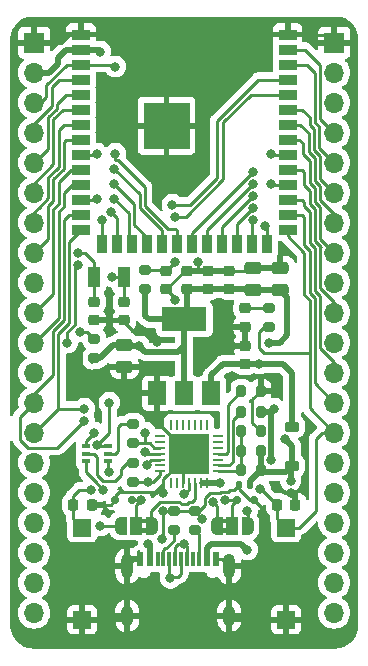
<source format=gbr>
%TF.GenerationSoftware,KiCad,Pcbnew,7.0.7*%
%TF.CreationDate,2024-04-13T12:00:14-04:00*%
%TF.ProjectId,ESP32_S2_Breakout,45535033-325f-4533-925f-427265616b6f,rev?*%
%TF.SameCoordinates,Original*%
%TF.FileFunction,Copper,L1,Top*%
%TF.FilePolarity,Positive*%
%FSLAX46Y46*%
G04 Gerber Fmt 4.6, Leading zero omitted, Abs format (unit mm)*
G04 Created by KiCad (PCBNEW 7.0.7) date 2024-04-13 12:00:14*
%MOMM*%
%LPD*%
G01*
G04 APERTURE LIST*
G04 Aperture macros list*
%AMRoundRect*
0 Rectangle with rounded corners*
0 $1 Rounding radius*
0 $2 $3 $4 $5 $6 $7 $8 $9 X,Y pos of 4 corners*
0 Add a 4 corners polygon primitive as box body*
4,1,4,$2,$3,$4,$5,$6,$7,$8,$9,$2,$3,0*
0 Add four circle primitives for the rounded corners*
1,1,$1+$1,$2,$3*
1,1,$1+$1,$4,$5*
1,1,$1+$1,$6,$7*
1,1,$1+$1,$8,$9*
0 Add four rect primitives between the rounded corners*
20,1,$1+$1,$2,$3,$4,$5,0*
20,1,$1+$1,$4,$5,$6,$7,0*
20,1,$1+$1,$6,$7,$8,$9,0*
20,1,$1+$1,$8,$9,$2,$3,0*%
%AMFreePoly0*
4,1,19,0.550000,-0.750000,0.000000,-0.750000,0.000000,-0.744911,-0.071157,-0.744911,-0.207708,-0.704816,-0.327430,-0.627875,-0.420627,-0.520320,-0.479746,-0.390866,-0.500000,-0.250000,-0.500000,0.250000,-0.479746,0.390866,-0.420627,0.520320,-0.327430,0.627875,-0.207708,0.704816,-0.071157,0.744911,0.000000,0.744911,0.000000,0.750000,0.550000,0.750000,0.550000,-0.750000,0.550000,-0.750000,
$1*%
%AMFreePoly1*
4,1,19,0.000000,0.744911,0.071157,0.744911,0.207708,0.704816,0.327430,0.627875,0.420627,0.520320,0.479746,0.390866,0.500000,0.250000,0.500000,-0.250000,0.479746,-0.390866,0.420627,-0.520320,0.327430,-0.627875,0.207708,-0.704816,0.071157,-0.744911,0.000000,-0.744911,0.000000,-0.750000,-0.550000,-0.750000,-0.550000,0.750000,0.000000,0.750000,0.000000,0.744911,0.000000,0.744911,
$1*%
G04 Aperture macros list end*
%TA.AperFunction,SMDPad,CuDef*%
%ADD10RoundRect,0.218750X0.256250X-0.218750X0.256250X0.218750X-0.256250X0.218750X-0.256250X-0.218750X0*%
%TD*%
%TA.AperFunction,SMDPad,CuDef*%
%ADD11RoundRect,0.200000X-0.275000X0.200000X-0.275000X-0.200000X0.275000X-0.200000X0.275000X0.200000X0*%
%TD*%
%TA.AperFunction,SMDPad,CuDef*%
%ADD12R,1.500000X1.500000*%
%TD*%
%TA.AperFunction,SMDPad,CuDef*%
%ADD13RoundRect,0.225000X-0.225000X-0.250000X0.225000X-0.250000X0.225000X0.250000X-0.225000X0.250000X0*%
%TD*%
%TA.AperFunction,ComponentPad*%
%ADD14R,1.700000X1.700000*%
%TD*%
%TA.AperFunction,ComponentPad*%
%ADD15O,1.700000X1.700000*%
%TD*%
%TA.AperFunction,SMDPad,CuDef*%
%ADD16RoundRect,0.200000X0.275000X-0.200000X0.275000X0.200000X-0.275000X0.200000X-0.275000X-0.200000X0*%
%TD*%
%TA.AperFunction,SMDPad,CuDef*%
%ADD17RoundRect,0.225000X-0.250000X0.225000X-0.250000X-0.225000X0.250000X-0.225000X0.250000X0.225000X0*%
%TD*%
%TA.AperFunction,SMDPad,CuDef*%
%ADD18RoundRect,0.200000X0.200000X0.275000X-0.200000X0.275000X-0.200000X-0.275000X0.200000X-0.275000X0*%
%TD*%
%TA.AperFunction,SMDPad,CuDef*%
%ADD19RoundRect,0.225000X-0.375000X0.225000X-0.375000X-0.225000X0.375000X-0.225000X0.375000X0.225000X0*%
%TD*%
%TA.AperFunction,SMDPad,CuDef*%
%ADD20RoundRect,0.062500X0.062500X-0.337500X0.062500X0.337500X-0.062500X0.337500X-0.062500X-0.337500X0*%
%TD*%
%TA.AperFunction,SMDPad,CuDef*%
%ADD21RoundRect,0.062500X0.337500X-0.062500X0.337500X0.062500X-0.337500X0.062500X-0.337500X-0.062500X0*%
%TD*%
%TA.AperFunction,SMDPad,CuDef*%
%ADD22R,3.350000X3.350000*%
%TD*%
%TA.AperFunction,SMDPad,CuDef*%
%ADD23RoundRect,0.200000X-0.200000X-0.275000X0.200000X-0.275000X0.200000X0.275000X-0.200000X0.275000X0*%
%TD*%
%TA.AperFunction,SMDPad,CuDef*%
%ADD24RoundRect,0.150000X-0.150000X-0.200000X0.150000X-0.200000X0.150000X0.200000X-0.150000X0.200000X0*%
%TD*%
%TA.AperFunction,SMDPad,CuDef*%
%ADD25R,0.650000X0.400000*%
%TD*%
%TA.AperFunction,SMDPad,CuDef*%
%ADD26RoundRect,0.147500X0.147500X0.172500X-0.147500X0.172500X-0.147500X-0.172500X0.147500X-0.172500X0*%
%TD*%
%TA.AperFunction,SMDPad,CuDef*%
%ADD27R,0.600000X1.240000*%
%TD*%
%TA.AperFunction,SMDPad,CuDef*%
%ADD28R,0.300000X1.240000*%
%TD*%
%TA.AperFunction,ComponentPad*%
%ADD29O,1.000000X2.100000*%
%TD*%
%TA.AperFunction,ComponentPad*%
%ADD30O,1.000000X1.800000*%
%TD*%
%TA.AperFunction,SMDPad,CuDef*%
%ADD31RoundRect,0.225000X0.250000X-0.225000X0.250000X0.225000X-0.250000X0.225000X-0.250000X-0.225000X0*%
%TD*%
%TA.AperFunction,SMDPad,CuDef*%
%ADD32FreePoly0,180.000000*%
%TD*%
%TA.AperFunction,SMDPad,CuDef*%
%ADD33R,1.000000X1.500000*%
%TD*%
%TA.AperFunction,SMDPad,CuDef*%
%ADD34FreePoly1,180.000000*%
%TD*%
%TA.AperFunction,SMDPad,CuDef*%
%ADD35R,1.500000X2.000000*%
%TD*%
%TA.AperFunction,SMDPad,CuDef*%
%ADD36R,3.800000X2.000000*%
%TD*%
%TA.AperFunction,SMDPad,CuDef*%
%ADD37FreePoly0,0.000000*%
%TD*%
%TA.AperFunction,SMDPad,CuDef*%
%ADD38FreePoly1,0.000000*%
%TD*%
%TA.AperFunction,SMDPad,CuDef*%
%ADD39RoundRect,0.150000X0.150000X0.200000X-0.150000X0.200000X-0.150000X-0.200000X0.150000X-0.200000X0*%
%TD*%
%TA.AperFunction,SMDPad,CuDef*%
%ADD40R,1.500000X0.900000*%
%TD*%
%TA.AperFunction,SMDPad,CuDef*%
%ADD41R,0.900000X1.500000*%
%TD*%
%TA.AperFunction,HeatsinkPad*%
%ADD42C,0.600000*%
%TD*%
%TA.AperFunction,SMDPad,CuDef*%
%ADD43R,3.900000X3.900000*%
%TD*%
%TA.AperFunction,SMDPad,CuDef*%
%ADD44R,1.000000X1.800000*%
%TD*%
%TA.AperFunction,SMDPad,CuDef*%
%ADD45RoundRect,0.250000X-0.475000X0.250000X-0.475000X-0.250000X0.475000X-0.250000X0.475000X0.250000X0*%
%TD*%
%TA.AperFunction,SMDPad,CuDef*%
%ADD46RoundRect,0.250000X0.475000X-0.250000X0.475000X0.250000X-0.475000X0.250000X-0.475000X-0.250000X0*%
%TD*%
%TA.AperFunction,ViaPad*%
%ADD47C,0.800000*%
%TD*%
%TA.AperFunction,Conductor*%
%ADD48C,0.250000*%
%TD*%
%TA.AperFunction,Conductor*%
%ADD49C,0.500000*%
%TD*%
G04 APERTURE END LIST*
%TA.AperFunction,EtchedComponent*%
%TO.C,JP1*%
G36*
X136096000Y-125116000D02*
G01*
X135596000Y-125116000D01*
X135596000Y-124716000D01*
X136096000Y-124716000D01*
X136096000Y-125116000D01*
G37*
%TD.AperFunction*%
%TA.AperFunction,EtchedComponent*%
G36*
X136096000Y-124316000D02*
G01*
X135596000Y-124316000D01*
X135596000Y-123916000D01*
X136096000Y-123916000D01*
X136096000Y-124316000D01*
G37*
%TD.AperFunction*%
%TA.AperFunction,EtchedComponent*%
%TO.C,JP2*%
G36*
X142924000Y-124316000D02*
G01*
X142424000Y-124316000D01*
X142424000Y-123916000D01*
X142924000Y-123916000D01*
X142924000Y-124316000D01*
G37*
%TD.AperFunction*%
%TA.AperFunction,EtchedComponent*%
G36*
X142924000Y-125116000D02*
G01*
X142424000Y-125116000D01*
X142424000Y-124716000D01*
X142924000Y-124716000D01*
X142924000Y-125116000D01*
G37*
%TD.AperFunction*%
%TD*%
D10*
%TO.P,D5,1,K*%
%TO.N,GND*%
X144400000Y-107675000D03*
%TO.P,D5,2,A*%
%TO.N,Net-(D5-A)*%
X144400000Y-106100000D03*
%TD*%
D11*
%TO.P,R12,1*%
%TO.N,Net-(D5-A)*%
X146400000Y-106075000D03*
%TO.P,R12,2*%
%TO.N,GPIO0*%
X146400000Y-107725000D03*
%TD*%
D12*
%TO.P,SW2,1,1*%
%TO.N,GPIO0*%
X147896000Y-124680000D03*
%TO.P,SW2,2,2*%
%TO.N,GND*%
X147896000Y-132480000D03*
%TD*%
D13*
%TO.P,C8,1*%
%TO.N,RESET*%
X129862000Y-122738000D03*
%TO.P,C8,2*%
%TO.N,GND*%
X131412000Y-122738000D03*
%TD*%
D14*
%TO.P,J2,1,Pin_1*%
%TO.N,GND*%
X126560000Y-83627000D03*
D15*
%TO.P,J2,2,Pin_2*%
%TO.N,+3V3*%
X126560000Y-86167000D03*
%TO.P,J2,3,Pin_3*%
%TO.N,RESET*%
X126560000Y-88707000D03*
%TO.P,J2,4,Pin_4*%
%TO.N,GPIO4*%
X126560000Y-91247000D03*
%TO.P,J2,5,Pin_5*%
%TO.N,GPIO5*%
X126560000Y-93787000D03*
%TO.P,J2,6,Pin_6*%
%TO.N,GPIO6*%
X126560000Y-96327000D03*
%TO.P,J2,7,Pin_7*%
%TO.N,GPIO7*%
X126560000Y-98867000D03*
%TO.P,J2,8,Pin_8*%
%TO.N,GPIO15*%
X126560000Y-101407000D03*
%TO.P,J2,9,Pin_9*%
%TO.N,GPIO16*%
X126560000Y-103947000D03*
%TO.P,J2,10,Pin_10*%
%TO.N,GPIO17*%
X126560000Y-106487000D03*
%TO.P,J2,11,Pin_11*%
%TO.N,GPIO18*%
X126560000Y-109027000D03*
%TO.P,J2,12,Pin_12*%
%TO.N,GPIO8*%
X126560000Y-111567000D03*
%TO.P,J2,13,Pin_13*%
%TO.N,GPIO19*%
X126560000Y-114107000D03*
%TO.P,J2,14,Pin_14*%
%TO.N,GPIO20*%
X126560000Y-116647000D03*
%TO.P,J2,15,Pin_15*%
%TO.N,GPIO3*%
X126560000Y-119187000D03*
%TO.P,J2,16,Pin_16*%
%TO.N,GPIO46*%
X126560000Y-121727000D03*
%TO.P,J2,17,Pin_17*%
%TO.N,GPIO9*%
X126560000Y-124267000D03*
%TO.P,J2,18,Pin_18*%
%TO.N,GPIO10*%
X126560000Y-126807000D03*
%TO.P,J2,19,Pin_19*%
%TO.N,GPIO11*%
X126560000Y-129347000D03*
%TO.P,J2,20,Pin_20*%
%TO.N,GPIO12*%
X126560000Y-131887000D03*
%TD*%
D16*
%TO.P,R11,1*%
%TO.N,DTR*%
X134942000Y-120832000D03*
%TO.P,R11,2*%
%TO.N,Net-(Q1B-G)*%
X134942000Y-119182000D03*
%TD*%
D17*
%TO.P,C7,1*%
%TO.N,GND*%
X139514000Y-102926000D03*
%TO.P,C7,2*%
%TO.N,+3V3*%
X139514000Y-104476000D03*
%TD*%
D18*
%TO.P,R8,1*%
%TO.N,+3V3*%
X145747000Y-114864000D03*
%TO.P,R8,2*%
%TO.N,Net-(U3-~{RST})*%
X144097000Y-114864000D03*
%TD*%
D17*
%TO.P,C6,1*%
%TO.N,GND*%
X144400000Y-109276000D03*
%TO.P,C6,2*%
%TO.N,+5V*%
X144400000Y-110826000D03*
%TD*%
D19*
%TO.P,D4,1,K*%
%TO.N,+5V*%
X148404000Y-116134000D03*
%TO.P,D4,2,A*%
%TO.N,VBUS*%
X148404000Y-119434000D03*
%TD*%
D20*
%TO.P,U3,1,~{DCD}*%
%TO.N,unconnected-(U3-~{DCD}-Pad1)*%
X138164000Y-120870000D03*
%TO.P,U3,2,~{RI}/CLK*%
%TO.N,unconnected-(U3-~{RI}{slash}CLK-Pad2)*%
X138664000Y-120870000D03*
%TO.P,U3,3,GND*%
%TO.N,GND*%
X139164000Y-120870000D03*
%TO.P,U3,4,D+*%
%TO.N,Net-(JP2-A)*%
X139664000Y-120870000D03*
%TO.P,U3,5,D-*%
%TO.N,Net-(JP1-A)*%
X140164000Y-120870000D03*
%TO.P,U3,6,VDD*%
%TO.N,+3V3*%
X140664000Y-120870000D03*
%TO.P,U3,7,VREGIN*%
X141164000Y-120870000D03*
D21*
%TO.P,U3,8,VBUS*%
%TO.N,Net-(U3-VBUS)*%
X142114000Y-119920000D03*
%TO.P,U3,9,~{RST}*%
%TO.N,Net-(U3-~{RST})*%
X142114000Y-119420000D03*
%TO.P,U3,10,NC*%
%TO.N,unconnected-(U3-NC-Pad10)*%
X142114000Y-118920000D03*
%TO.P,U3,11,~{SUSPEND}*%
%TO.N,Net-(U3-~{SUSPEND})*%
X142114000Y-118420000D03*
%TO.P,U3,12,SUSPEND*%
%TO.N,unconnected-(U3-SUSPEND-Pad12)*%
X142114000Y-117920000D03*
%TO.P,U3,13,CHREN*%
%TO.N,unconnected-(U3-CHREN-Pad13)*%
X142114000Y-117420000D03*
%TO.P,U3,14,CHR1*%
%TO.N,unconnected-(U3-CHR1-Pad14)*%
X142114000Y-116920000D03*
D20*
%TO.P,U3,15,CHR0*%
%TO.N,unconnected-(U3-CHR0-Pad15)*%
X141164000Y-115970000D03*
%TO.P,U3,16,~{WAKEUP}/GPIO.3*%
%TO.N,unconnected-(U3-~{WAKEUP}{slash}GPIO.3-Pad16)*%
X140664000Y-115970000D03*
%TO.P,U3,17,RS485/GPIO.2*%
%TO.N,unconnected-(U3-RS485{slash}GPIO.2-Pad17)*%
X140164000Y-115970000D03*
%TO.P,U3,18,~{RXT}/GPIO.1*%
%TO.N,unconnected-(U3-~{RXT}{slash}GPIO.1-Pad18)*%
X139664000Y-115970000D03*
%TO.P,U3,19,~{TXT}/GPIO.0*%
%TO.N,unconnected-(U3-~{TXT}{slash}GPIO.0-Pad19)*%
X139164000Y-115970000D03*
%TO.P,U3,20,GPIO.6*%
%TO.N,unconnected-(U3-GPIO.6-Pad20)*%
X138664000Y-115970000D03*
%TO.P,U3,21,GPIO.5*%
%TO.N,unconnected-(U3-GPIO.5-Pad21)*%
X138164000Y-115970000D03*
D21*
%TO.P,U3,22,GPIO.4*%
%TO.N,unconnected-(U3-GPIO.4-Pad22)*%
X137214000Y-116920000D03*
%TO.P,U3,23,~{CTS}*%
%TO.N,unconnected-(U3-~{CTS}-Pad23)*%
X137214000Y-117420000D03*
%TO.P,U3,24,~{RTS}*%
%TO.N,RTS*%
X137214000Y-117920000D03*
%TO.P,U3,25,RXD*%
%TO.N,TXD0*%
X137214000Y-118420000D03*
%TO.P,U3,26,TXD*%
%TO.N,RXD0*%
X137214000Y-118920000D03*
%TO.P,U3,27,~{DSR}*%
%TO.N,unconnected-(U3-~{DSR}-Pad27)*%
X137214000Y-119420000D03*
%TO.P,U3,28,~{DTR}*%
%TO.N,DTR*%
X137214000Y-119920000D03*
D22*
%TO.P,U3,29,GND*%
%TO.N,GND*%
X139664000Y-118420000D03*
%TD*%
D23*
%TO.P,R7,1*%
%TO.N,Net-(U3-VBUS)*%
X144097000Y-116515000D03*
%TO.P,R7,2*%
%TO.N,GND*%
X145747000Y-116515000D03*
%TD*%
D24*
%TO.P,D1,1,A1*%
%TO.N,Net-(D1-A1)*%
X134815000Y-122357000D03*
%TO.P,D1,2,A2*%
%TO.N,GND*%
X133415000Y-122357000D03*
%TD*%
D16*
%TO.P,R4,1*%
%TO.N,Net-(J1-CC2)*%
X140149000Y-124896000D03*
%TO.P,R4,2*%
%TO.N,GND*%
X140149000Y-123246000D03*
%TD*%
D11*
%TO.P,R2,1*%
%TO.N,GPIO18*%
X131640000Y-108705000D03*
%TO.P,R2,2*%
%TO.N,+3V3*%
X131640000Y-110355000D03*
%TD*%
D25*
%TO.P,Q1,1,S*%
%TO.N,DTR*%
X132844000Y-119070000D03*
%TO.P,Q1,2,G*%
%TO.N,Net-(Q1A-G)*%
X132844000Y-118420000D03*
%TO.P,Q1,3,D*%
%TO.N,RESET*%
X132844000Y-117770000D03*
%TO.P,Q1,4,S*%
%TO.N,RTS*%
X130944000Y-117770000D03*
%TO.P,Q1,5,G*%
%TO.N,Net-(Q1B-G)*%
X130944000Y-118420000D03*
%TO.P,Q1,6,D*%
%TO.N,GPIO0*%
X130944000Y-119070000D03*
%TD*%
D16*
%TO.P,R1,1*%
%TO.N,+3V3*%
X135958000Y-104513000D03*
%TO.P,R1,2*%
%TO.N,RESET*%
X135958000Y-102863000D03*
%TD*%
D17*
%TO.P,C4,1*%
%TO.N,GPIO15*%
X131640000Y-105567000D03*
%TO.P,C4,2*%
%TO.N,GND*%
X131640000Y-107117000D03*
%TD*%
D26*
%TO.P,D3,1,A1*%
%TO.N,VBUS*%
X144825000Y-121087000D03*
%TO.P,D3,2,A2*%
%TO.N,GND*%
X143855000Y-121087000D03*
%TD*%
D27*
%TO.P,J1,A1,GND*%
%TO.N,GND*%
X135550000Y-127345000D03*
%TO.P,J1,A4,VBUS*%
%TO.N,VBUS*%
X136350000Y-127345000D03*
D28*
%TO.P,J1,A5,CC1*%
%TO.N,Net-(J1-CC1)*%
X137500000Y-127345000D03*
%TO.P,J1,A6,D+*%
%TO.N,Net-(D2-A1)*%
X138500000Y-127345000D03*
%TO.P,J1,A7,D-*%
%TO.N,Net-(D1-A1)*%
X139000000Y-127345000D03*
%TO.P,J1,A8,SBU1*%
%TO.N,unconnected-(J1-SBU1-PadA8)*%
X140000000Y-127345000D03*
D27*
%TO.P,J1,A9,VBUS*%
%TO.N,VBUS*%
X141150000Y-127345000D03*
%TO.P,J1,A12,GND*%
%TO.N,GND*%
X141950000Y-127345000D03*
%TO.P,J1,B1,GND*%
X141950000Y-127345000D03*
%TO.P,J1,B4,VBUS*%
%TO.N,VBUS*%
X141150000Y-127345000D03*
D28*
%TO.P,J1,B5,CC2*%
%TO.N,Net-(J1-CC2)*%
X140500000Y-127345000D03*
%TO.P,J1,B6,D+*%
%TO.N,Net-(D2-A1)*%
X139500000Y-127345000D03*
%TO.P,J1,B7,D-*%
%TO.N,Net-(D1-A1)*%
X138000000Y-127345000D03*
%TO.P,J1,B8,SBU2*%
%TO.N,unconnected-(J1-SBU2-PadB8)*%
X137000000Y-127345000D03*
D27*
%TO.P,J1,B9,VBUS*%
%TO.N,VBUS*%
X136350000Y-127345000D03*
%TO.P,J1,B12,GND*%
%TO.N,GND*%
X135550000Y-127345000D03*
D29*
%TO.P,J1,S1,SHIELD*%
X134430000Y-127945000D03*
D30*
X134430000Y-132145000D03*
D29*
X143070000Y-127945000D03*
D30*
X143070000Y-132145000D03*
%TD*%
D31*
%TO.P,C2,1*%
%TO.N,GND*%
X137736000Y-104476000D03*
%TO.P,C2,2*%
%TO.N,RESET*%
X137736000Y-102926000D03*
%TD*%
D14*
%TO.P,J3,1,Pin_1*%
%TO.N,GND*%
X151960000Y-83622000D03*
D15*
%TO.P,J3,2,Pin_2*%
%TO.N,VBUS*%
X151960000Y-86162000D03*
%TO.P,J3,3,Pin_3*%
%TO.N,+5V*%
X151960000Y-88702000D03*
%TO.P,J3,4,Pin_4*%
%TO.N,GPIO1*%
X151960000Y-91242000D03*
%TO.P,J3,5,Pin_5*%
%TO.N,GPIO2*%
X151960000Y-93782000D03*
%TO.P,J3,6,Pin_6*%
%TO.N,GPIO42*%
X151960000Y-96322000D03*
%TO.P,J3,7,Pin_7*%
%TO.N,GPIO41*%
X151960000Y-98862000D03*
%TO.P,J3,8,Pin_8*%
%TO.N,GPIO40*%
X151960000Y-101402000D03*
%TO.P,J3,9,Pin_9*%
%TO.N,GPIO39*%
X151960000Y-103942000D03*
%TO.P,J3,10,Pin_10*%
%TO.N,GPIO38*%
X151960000Y-106482000D03*
%TO.P,J3,11,Pin_11*%
%TO.N,GPIO37*%
X151960000Y-109022000D03*
%TO.P,J3,12,Pin_12*%
%TO.N,GPIO36*%
X151960000Y-111562000D03*
%TO.P,J3,13,Pin_13*%
%TO.N,GPIO35*%
X151960000Y-114102000D03*
%TO.P,J3,14,Pin_14*%
%TO.N,GPIO0*%
X151960000Y-116642000D03*
%TO.P,J3,15,Pin_15*%
%TO.N,GPIO45*%
X151960000Y-119182000D03*
%TO.P,J3,16,Pin_16*%
%TO.N,GPIO48*%
X151960000Y-121722000D03*
%TO.P,J3,17,Pin_17*%
%TO.N,GPIO47*%
X151960000Y-124262000D03*
%TO.P,J3,18,Pin_18*%
%TO.N,GPIO21*%
X151960000Y-126802000D03*
%TO.P,J3,19,Pin_19*%
%TO.N,GPIO14*%
X151960000Y-129342000D03*
%TO.P,J3,20,Pin_20*%
%TO.N,GPIO13*%
X151960000Y-131882000D03*
%TD*%
D32*
%TO.P,JP1,1,A*%
%TO.N,Net-(JP1-A)*%
X136496000Y-124516000D03*
D33*
%TO.P,JP1,2,C*%
%TO.N,Net-(D1-A1)*%
X135196000Y-124516000D03*
D34*
%TO.P,JP1,3,B*%
%TO.N,GPIO19*%
X133896000Y-124516000D03*
%TD*%
D35*
%TO.P,U2,1,GND*%
%TO.N,GND*%
X136960000Y-113315000D03*
%TO.P,U2,2,VO*%
%TO.N,+3V3*%
X139260000Y-113315000D03*
D36*
X139260000Y-107015000D03*
D35*
%TO.P,U2,3,VI*%
%TO.N,+5V*%
X141560000Y-113315000D03*
%TD*%
D31*
%TO.P,C3,2*%
%TO.N,GND*%
X143080000Y-102926000D03*
%TO.P,C3,1*%
%TO.N,+3V3*%
X143080000Y-104476000D03*
%TD*%
D18*
%TO.P,R6,1*%
%TO.N,VBUS*%
X145748000Y-119817000D03*
%TO.P,R6,2*%
%TO.N,Net-(U3-VBUS)*%
X144098000Y-119817000D03*
%TD*%
D37*
%TO.P,JP2,1,A*%
%TO.N,Net-(JP2-A)*%
X142024000Y-124516000D03*
D33*
%TO.P,JP2,2,C*%
%TO.N,Net-(D2-A1)*%
X143324000Y-124516000D03*
D38*
%TO.P,JP2,3,B*%
%TO.N,GPIO20*%
X144624000Y-124516000D03*
%TD*%
D39*
%TO.P,D2,1,A1*%
%TO.N,Net-(D2-A1)*%
X143767000Y-122357000D03*
%TO.P,D2,2,A2*%
%TO.N,GND*%
X145167000Y-122357000D03*
%TD*%
D31*
%TO.P,C9,1*%
%TO.N,+3V3*%
X141292000Y-104476000D03*
%TO.P,C9,2*%
%TO.N,GND*%
X141292000Y-102926000D03*
%TD*%
D23*
%TO.P,R9,1*%
%TO.N,Net-(U3-~{SUSPEND})*%
X144097000Y-113086000D03*
%TO.P,R9,2*%
%TO.N,GND*%
X145747000Y-113086000D03*
%TD*%
D40*
%TO.P,U1,1,GND*%
%TO.N,GND*%
X130510000Y-82934000D03*
%TO.P,U1,2,3V3*%
%TO.N,+3V3*%
X130510000Y-84204000D03*
%TO.P,U1,3,EN*%
%TO.N,RESET*%
X130510000Y-85474000D03*
%TO.P,U1,4,IO4*%
%TO.N,GPIO4*%
X130510000Y-86744000D03*
%TO.P,U1,5,IO5*%
%TO.N,GPIO5*%
X130510000Y-88014000D03*
%TO.P,U1,6,IO6*%
%TO.N,GPIO6*%
X130510000Y-89284000D03*
%TO.P,U1,7,IO7*%
%TO.N,GPIO7*%
X130510000Y-90554000D03*
%TO.P,U1,8,IO15*%
%TO.N,GPIO15*%
X130510000Y-91824000D03*
%TO.P,U1,9,IO16*%
%TO.N,GPIO16*%
X130510000Y-93094000D03*
%TO.P,U1,10,IO17*%
%TO.N,GPIO17*%
X130510000Y-94364000D03*
%TO.P,U1,11,IO18*%
%TO.N,GPIO18*%
X130510000Y-95634000D03*
%TO.P,U1,12,IO8*%
%TO.N,GPIO8*%
X130510000Y-96904000D03*
%TO.P,U1,13,IO19*%
%TO.N,GPIO19*%
X130510000Y-98174000D03*
%TO.P,U1,14,IO20*%
%TO.N,GPIO20*%
X130510000Y-99444000D03*
D41*
%TO.P,U1,15,IO3*%
%TO.N,GPIO3*%
X132275000Y-100694000D03*
%TO.P,U1,16,IO46*%
%TO.N,GPIO46*%
X133545000Y-100694000D03*
%TO.P,U1,17,IO9*%
%TO.N,GPIO9*%
X134815000Y-100694000D03*
%TO.P,U1,18,IO10*%
%TO.N,GPIO10*%
X136085000Y-100694000D03*
%TO.P,U1,19,IO11*%
%TO.N,GPIO11*%
X137355000Y-100694000D03*
%TO.P,U1,20,IO12*%
%TO.N,GPIO12*%
X138625000Y-100694000D03*
%TO.P,U1,21,IO13*%
%TO.N,GPIO13*%
X139895000Y-100694000D03*
%TO.P,U1,22,IO14*%
%TO.N,GPIO14*%
X141165000Y-100694000D03*
%TO.P,U1,23,IO21*%
%TO.N,GPIO21*%
X142435000Y-100694000D03*
%TO.P,U1,24,IO47*%
%TO.N,GPIO47*%
X143705000Y-100694000D03*
%TO.P,U1,25,IO48*%
%TO.N,GPIO48*%
X144975000Y-100694000D03*
%TO.P,U1,26,IO45*%
%TO.N,GPIO45*%
X146245000Y-100694000D03*
D40*
%TO.P,U1,27,IO0*%
%TO.N,GPIO0*%
X148010000Y-99444000D03*
%TO.P,U1,28,IO35*%
%TO.N,GPIO35*%
X148010000Y-98174000D03*
%TO.P,U1,29,IO36*%
%TO.N,GPIO36*%
X148010000Y-96904000D03*
%TO.P,U1,30,IO37*%
%TO.N,GPIO37*%
X148010000Y-95634000D03*
%TO.P,U1,31,IO38*%
%TO.N,GPIO38*%
X148010000Y-94364000D03*
%TO.P,U1,32,IO39*%
%TO.N,GPIO39*%
X148010000Y-93094000D03*
%TO.P,U1,33,IO40*%
%TO.N,GPIO40*%
X148010000Y-91824000D03*
%TO.P,U1,34,IO41*%
%TO.N,GPIO41*%
X148010000Y-90554000D03*
%TO.P,U1,35,IO42*%
%TO.N,GPIO42*%
X148010000Y-89284000D03*
%TO.P,U1,36,RXD0*%
%TO.N,RXD0*%
X148010000Y-88014000D03*
%TO.P,U1,37,TXD0*%
%TO.N,TXD0*%
X148010000Y-86744000D03*
%TO.P,U1,38,IO2*%
%TO.N,GPIO2*%
X148010000Y-85474000D03*
%TO.P,U1,39,IO1*%
%TO.N,GPIO1*%
X148010000Y-84204000D03*
%TO.P,U1,40,GND*%
%TO.N,GND*%
X148010000Y-82934000D03*
D42*
%TO.P,U1,41,GND*%
X136360000Y-89954000D03*
X136360000Y-91354000D03*
X137060000Y-89254000D03*
X137060000Y-90654000D03*
X137060000Y-92054000D03*
X137760000Y-89954000D03*
D43*
X137760000Y-90654000D03*
D42*
X137760000Y-91354000D03*
X138460000Y-89254000D03*
X138460000Y-90654000D03*
X138460000Y-92054000D03*
X139160000Y-89954000D03*
X139160000Y-91354000D03*
%TD*%
D16*
%TO.P,R10,1*%
%TO.N,RTS*%
X134942000Y-117530000D03*
%TO.P,R10,2*%
%TO.N,Net-(Q1A-G)*%
X134942000Y-115880000D03*
%TD*%
D44*
%TO.P,Y1,1,1*%
%TO.N,GPIO16*%
X134140000Y-103434000D03*
%TO.P,Y1,2,2*%
%TO.N,GPIO15*%
X131640000Y-103434000D03*
%TD*%
D11*
%TO.P,R3,1*%
%TO.N,GND*%
X138371000Y-123246000D03*
%TO.P,R3,2*%
%TO.N,Net-(J1-CC1)*%
X138371000Y-124896000D03*
%TD*%
D18*
%TO.P,R5,1*%
%TO.N,VBUS*%
X145747000Y-118166000D03*
%TO.P,R5,2*%
%TO.N,Net-(U3-VBUS)*%
X144097000Y-118166000D03*
%TD*%
D45*
%TO.P,C1,1*%
%TO.N,+3V3*%
X134180000Y-109215000D03*
%TO.P,C1,2*%
%TO.N,GND*%
X134180000Y-111115000D03*
%TD*%
D13*
%TO.P,C10,1*%
%TO.N,GPIO0*%
X147108000Y-122738000D03*
%TO.P,C10,2*%
%TO.N,GND*%
X148658000Y-122738000D03*
%TD*%
D31*
%TO.P,C5,1*%
%TO.N,GND*%
X134180000Y-107143000D03*
%TO.P,C5,2*%
%TO.N,GPIO16*%
X134180000Y-105593000D03*
%TD*%
D46*
%TO.P,C11,1*%
%TO.N,+3V3*%
X147388000Y-104572000D03*
%TO.P,C11,2*%
%TO.N,GND*%
X147388000Y-102672000D03*
%TD*%
D12*
%TO.P,SW1,1,1*%
%TO.N,GND*%
X130624000Y-132480000D03*
%TO.P,SW1,2,2*%
%TO.N,RESET*%
X130624000Y-124680000D03*
%TD*%
D46*
%TO.P,C12,1*%
%TO.N,+3V3*%
X145102000Y-104572000D03*
%TO.P,C12,2*%
%TO.N,GND*%
X145102000Y-102672000D03*
%TD*%
D47*
%TO.N,GND*%
X143324000Y-111816000D03*
X140397500Y-102164000D03*
X137482000Y-121722000D03*
X148260500Y-121722000D03*
X136974000Y-111562000D03*
X138498000Y-105415498D03*
X137353000Y-125683226D03*
X140784000Y-123947851D03*
X136924685Y-108934500D03*
X137486299Y-123250299D03*
X143324000Y-109276000D03*
X147896000Y-126294000D03*
%TO.N,+3V3*%
X146880000Y-114610000D03*
X146597500Y-118928000D03*
X146459500Y-109022000D03*
X132148000Y-84384000D03*
X135450000Y-109276000D03*
X142302316Y-120912667D03*
%TO.N,RESET*%
X132910000Y-114102000D03*
X131894000Y-117658000D03*
X131386000Y-121468000D03*
X133418000Y-85654000D03*
X138498000Y-102164000D03*
%TO.N,GPIO15*%
X130259500Y-101407000D03*
%TO.N,GPIO16*%
X131894000Y-93020000D03*
X133164000Y-103434000D03*
%TO.N,+5V*%
X145610000Y-110800000D03*
%TO.N,GPIO0*%
X145706921Y-121396010D03*
X132402000Y-121468000D03*
%TO.N,Net-(D1-A1)*%
X135577000Y-122357000D03*
X138077500Y-128961000D03*
%TO.N,Net-(D2-A1)*%
X142689000Y-122357000D03*
X139260000Y-126040000D03*
%TO.N,VBUS*%
X147810500Y-117178120D03*
X136212000Y-126040000D03*
X148260500Y-120706000D03*
X144594000Y-126548000D03*
%TO.N,Net-(JP2-A)*%
X141699543Y-122498351D03*
X139269513Y-121868102D03*
%TO.N,GPIO3*%
X132306500Y-98608000D03*
%TO.N,GPIO8*%
X130259500Y-102406503D03*
X129354000Y-109022000D03*
X131894000Y-96830000D03*
%TO.N,GPIO9*%
X133343500Y-96830000D03*
%TO.N,GPIO10*%
X133343500Y-95560000D03*
%TO.N,GPIO11*%
X133343500Y-94290000D03*
%TO.N,GPIO12*%
X133418000Y-93020000D03*
%TO.N,GPIO13*%
X145102000Y-94544000D03*
%TO.N,GPIO14*%
X145102000Y-95560000D03*
%TO.N,GPIO39*%
X146626000Y-93020000D03*
%TO.N,GPIO37*%
X146626000Y-95560000D03*
%TO.N,GPIO21*%
X145102000Y-96576000D03*
%TO.N,GPIO20*%
X130804500Y-114610000D03*
X144594000Y-123246000D03*
%TO.N,GPIO19*%
X130804500Y-115634061D03*
X132148000Y-124516000D03*
%TO.N,GPIO18*%
X130433850Y-108086937D03*
%TO.N,DTR*%
X136212000Y-120832000D03*
X132910000Y-119944000D03*
%TO.N,RTS*%
X131640000Y-116642000D03*
X135958000Y-116642000D03*
%TO.N,GPIO46*%
X133031871Y-97920365D03*
%TO.N,GPIO47*%
X145102000Y-97592000D03*
%TO.N,GPIO48*%
X145102000Y-98608000D03*
%TO.N,GPIO45*%
X146118000Y-99116000D03*
%TO.N,RXD0*%
X138498000Y-98354000D03*
X136086743Y-119365721D03*
%TO.N,TXD0*%
X138244000Y-97338000D03*
X135958000Y-118305862D03*
%TD*%
D48*
%TO.N,Net-(D5-A)*%
X146375000Y-106100000D02*
X146400000Y-106075000D01*
X144200000Y-106100000D02*
X146375000Y-106100000D01*
D49*
%TO.N,+3V3*%
X148000000Y-105184000D02*
X147388000Y-104572000D01*
X148000000Y-108400000D02*
X148000000Y-105184000D01*
X147378000Y-109022000D02*
X148000000Y-108400000D01*
X146459500Y-109022000D02*
X147378000Y-109022000D01*
D48*
%TO.N,GPIO0*%
X145600000Y-109500000D02*
X146000000Y-109900000D01*
X145600000Y-108100000D02*
X145600000Y-109500000D01*
X145975000Y-107725000D02*
X145600000Y-108100000D01*
X146400000Y-107725000D02*
X145975000Y-107725000D01*
X149885000Y-105437889D02*
X149885000Y-109900000D01*
X149885000Y-109900000D02*
X149885000Y-114567000D01*
X146000000Y-109900000D02*
X149885000Y-109900000D01*
%TO.N,GND*%
X140974543Y-122198046D02*
X140974543Y-122801457D01*
X134180000Y-107244000D02*
X134180000Y-107143000D01*
X143855000Y-121423249D02*
X144788751Y-122357000D01*
X145022000Y-113811000D02*
X145747000Y-113086000D01*
X151272000Y-82934000D02*
X151960000Y-83622000D01*
X143855000Y-121087000D02*
X143855000Y-121423249D01*
X137490598Y-123246000D02*
X137486299Y-123250299D01*
X145747000Y-112207000D02*
X145747000Y-113086000D01*
X142816000Y-102926000D02*
X144848000Y-102926000D01*
X140530000Y-123246000D02*
X140149000Y-123246000D01*
X133034000Y-122738000D02*
X133415000Y-122357000D01*
X143324000Y-111816000D02*
X145356000Y-111816000D01*
X145022000Y-115790000D02*
X145022000Y-113811000D01*
X140149000Y-123246000D02*
X140149000Y-123312851D01*
X135550000Y-127345000D02*
X135030000Y-127345000D01*
X138371000Y-123246000D02*
X140149000Y-123246000D01*
X144788751Y-122357000D02*
X145167000Y-122357000D01*
X143474000Y-121468000D02*
X143153305Y-121468000D01*
X141292000Y-102926000D02*
X142816000Y-102926000D01*
X139664000Y-118420000D02*
X139662008Y-118420000D01*
X147896000Y-126294000D02*
X146626000Y-126294000D01*
X144340000Y-109276000D02*
X143324000Y-109276000D01*
X136960000Y-115717992D02*
X136960000Y-113315000D01*
X140149000Y-123312851D02*
X140784000Y-123947851D01*
X138498000Y-105415498D02*
X138498000Y-105238000D01*
X148658000Y-122119500D02*
X148260500Y-121722000D01*
X148010000Y-82934000D02*
X137916000Y-82934000D01*
X141399238Y-121773351D02*
X140974543Y-122198046D01*
X142989305Y-121632000D02*
X142388695Y-121632000D01*
X140276000Y-102926000D02*
X141292000Y-102926000D01*
X137482000Y-121722000D02*
X137392000Y-121632000D01*
X135030000Y-127345000D02*
X134430000Y-127945000D01*
X137916000Y-82934000D02*
X136720000Y-84130000D01*
X142247344Y-121773351D02*
X141399238Y-121773351D01*
X134430000Y-132145000D02*
X143070000Y-132145000D01*
X135450000Y-113340000D02*
X135475000Y-113315000D01*
X145356000Y-111816000D02*
X145747000Y-112207000D01*
X135524000Y-82934000D02*
X136720000Y-84130000D01*
X144848000Y-102926000D02*
X145102000Y-102672000D01*
X146626000Y-126294000D02*
X146118000Y-125786000D01*
X141950000Y-127345000D02*
X142470000Y-127345000D01*
X143153305Y-121468000D02*
X142989305Y-121632000D01*
X130624000Y-132480000D02*
X134095000Y-132480000D01*
X137664000Y-120420000D02*
X137664000Y-120452000D01*
X137760000Y-85170000D02*
X137760000Y-90654000D01*
X131386000Y-122712000D02*
X131412000Y-122738000D01*
X140974543Y-122801457D02*
X140530000Y-123246000D01*
X128841000Y-83627000D02*
X126560000Y-83627000D01*
X146118000Y-125786000D02*
X146118000Y-123308000D01*
X135196000Y-108260000D02*
X134180000Y-107244000D01*
X139514000Y-102926000D02*
X140276000Y-102926000D01*
X145102000Y-102672000D02*
X147388000Y-102672000D01*
X138371000Y-123246000D02*
X137490598Y-123246000D01*
X137482000Y-120602000D02*
X137482000Y-121722000D01*
X142470000Y-127345000D02*
X143070000Y-127945000D01*
X143070000Y-127945000D02*
X143070000Y-132145000D01*
X133762000Y-121632000D02*
X133415000Y-121979000D01*
X145747000Y-116515000D02*
X145022000Y-115790000D01*
X129534000Y-82934000D02*
X128841000Y-83627000D01*
X136250185Y-108260000D02*
X135196000Y-108260000D01*
X139286000Y-102926000D02*
X137736000Y-104476000D01*
X131666000Y-107143000D02*
X131640000Y-107117000D01*
X130510000Y-82934000D02*
X135524000Y-82934000D01*
X135475000Y-113315000D02*
X136960000Y-113315000D01*
X136960000Y-113315000D02*
X136960000Y-111576000D01*
X148658000Y-122738000D02*
X148658000Y-122119500D01*
X134180000Y-112070000D02*
X135450000Y-113340000D01*
X143855000Y-121087000D02*
X143474000Y-121468000D01*
X139662008Y-118420000D02*
X136960000Y-115717992D01*
X140397500Y-102164000D02*
X140397500Y-102804500D01*
X137486299Y-123250299D02*
X137486299Y-125549927D01*
X147896000Y-132480000D02*
X143405000Y-132480000D01*
X134095000Y-132480000D02*
X134430000Y-132145000D01*
X139164000Y-118920000D02*
X139664000Y-118420000D01*
X133415000Y-121979000D02*
X133415000Y-122357000D01*
X134180000Y-107143000D02*
X131666000Y-107143000D01*
X130510000Y-82934000D02*
X129534000Y-82934000D01*
X139164000Y-120870000D02*
X139164000Y-118920000D01*
X139664000Y-118420000D02*
X137664000Y-120420000D01*
X143405000Y-132480000D02*
X143070000Y-132145000D01*
X139514000Y-102926000D02*
X139286000Y-102926000D01*
X134430000Y-127945000D02*
X134430000Y-132145000D01*
X138498000Y-105238000D02*
X137736000Y-104476000D01*
X131412000Y-122738000D02*
X133034000Y-122738000D01*
X142388695Y-121632000D02*
X142247344Y-121773351D01*
X137664000Y-120420000D02*
X137482000Y-120602000D01*
X136960000Y-111576000D02*
X136974000Y-111562000D01*
X140397500Y-102804500D02*
X140276000Y-102926000D01*
X137392000Y-121632000D02*
X133762000Y-121632000D01*
X136924685Y-108934500D02*
X136250185Y-108260000D01*
X134180000Y-111115000D02*
X134180000Y-112070000D01*
X146118000Y-123308000D02*
X145167000Y-122357000D01*
X148010000Y-82934000D02*
X151272000Y-82934000D01*
X136720000Y-84130000D02*
X137760000Y-85170000D01*
X137486299Y-125549927D02*
X137353000Y-125683226D01*
D49*
%TO.N,+3V3*%
X131968000Y-84204000D02*
X132148000Y-84384000D01*
X139514000Y-106761000D02*
X139260000Y-107015000D01*
X136237000Y-107015000D02*
X139260000Y-107015000D01*
X130510000Y-84204000D02*
X131968000Y-84204000D01*
X146597500Y-118928000D02*
X146626000Y-118899500D01*
X139514000Y-104476000D02*
X139514000Y-106761000D01*
X138752000Y-109784000D02*
X139260000Y-109276000D01*
X131449000Y-110546000D02*
X131640000Y-110355000D01*
X146626000Y-118899500D02*
X146626000Y-114864000D01*
X145006000Y-104476000D02*
X145102000Y-104572000D01*
X135450000Y-109276000D02*
X135958000Y-109784000D01*
X132085000Y-110355000D02*
X133225000Y-109215000D01*
X134241000Y-109276000D02*
X134180000Y-109215000D01*
X139514000Y-104476000D02*
X141292000Y-104476000D01*
X129280000Y-84204000D02*
X130510000Y-84204000D01*
X142302316Y-120912667D02*
X140739000Y-120912667D01*
X127825000Y-86167000D02*
X128211000Y-85781000D01*
X135450000Y-109276000D02*
X134241000Y-109276000D01*
X140739000Y-120912667D02*
X140739000Y-120870000D01*
X133225000Y-109215000D02*
X134180000Y-109215000D01*
X139260000Y-109276000D02*
X139260000Y-107015000D01*
X142816000Y-104476000D02*
X141292000Y-104476000D01*
X131640000Y-110355000D02*
X132085000Y-110355000D01*
X135958000Y-109784000D02*
X138752000Y-109784000D01*
X147388000Y-104572000D02*
X145102000Y-104572000D01*
X135958000Y-104513000D02*
X135958000Y-106736000D01*
X139260000Y-113315000D02*
X139260000Y-109276000D01*
X142816000Y-104476000D02*
X145006000Y-104476000D01*
X135958000Y-106736000D02*
X136237000Y-107015000D01*
X128592000Y-85400000D02*
X128592000Y-84892000D01*
X146626000Y-114864000D02*
X146880000Y-114610000D01*
X128211000Y-85781000D02*
X128592000Y-85400000D01*
X126560000Y-86167000D02*
X127825000Y-86167000D01*
X128592000Y-84892000D02*
X129280000Y-84204000D01*
X145747000Y-114864000D02*
X146626000Y-114864000D01*
D48*
%TO.N,RESET*%
X129862000Y-121976000D02*
X129862000Y-122738000D01*
X129331172Y-85474000D02*
X130510000Y-85474000D01*
X132910000Y-116642000D02*
X131894000Y-117658000D01*
X133418000Y-85654000D02*
X133238000Y-85474000D01*
X127576000Y-87229172D02*
X129331172Y-85474000D01*
X126560000Y-88707000D02*
X127063000Y-88707000D01*
X135958000Y-102863000D02*
X137673000Y-102863000D01*
X133238000Y-85474000D02*
X130510000Y-85474000D01*
X137673000Y-102863000D02*
X137736000Y-102926000D01*
X137736000Y-102926000D02*
X138498000Y-102164000D01*
X132910000Y-114102000D02*
X132910000Y-116642000D01*
X129862000Y-123918000D02*
X130624000Y-124680000D01*
X127576000Y-88194000D02*
X127576000Y-87229172D01*
X130624000Y-124680000D02*
X130968000Y-124680000D01*
X129862000Y-122738000D02*
X129862000Y-123918000D01*
X130370000Y-121468000D02*
X129862000Y-121976000D01*
X132006000Y-117770000D02*
X131894000Y-117658000D01*
X127063000Y-88707000D02*
X127576000Y-88194000D01*
X131386000Y-121468000D02*
X130370000Y-121468000D01*
X132844000Y-117770000D02*
X132006000Y-117770000D01*
%TO.N,GPIO15*%
X128185000Y-95207792D02*
X128185000Y-97000097D01*
X131640000Y-102164000D02*
X131640000Y-103434000D01*
X131640000Y-105567000D02*
X131640000Y-103434000D01*
X130510000Y-91824000D02*
X129280000Y-91824000D01*
X129280000Y-91824000D02*
X129085000Y-92019000D01*
X128185000Y-97000097D02*
X127735000Y-97450097D01*
X130259500Y-101407000D02*
X130883000Y-101407000D01*
X127735000Y-100232000D02*
X126560000Y-101407000D01*
X129085000Y-94307792D02*
X128185000Y-95207792D01*
X130883000Y-101407000D02*
X131640000Y-102164000D01*
X129085000Y-92019000D02*
X129085000Y-94307792D01*
X127735000Y-97450097D02*
X127735000Y-100232000D01*
%TO.N,GPIO16*%
X131820000Y-93094000D02*
X131894000Y-93020000D01*
X134180000Y-105593000D02*
X134180000Y-103474000D01*
X134180000Y-103474000D02*
X134140000Y-103434000D01*
X133164000Y-103434000D02*
X134140000Y-103434000D01*
X130510000Y-93094000D02*
X131820000Y-93094000D01*
D49*
%TO.N,+5V*%
X148404000Y-111562000D02*
X148404000Y-116134000D01*
X142536000Y-110826000D02*
X141560000Y-111802000D01*
X141560000Y-111802000D02*
X141560000Y-113315000D01*
X145610000Y-110800000D02*
X147642000Y-110800000D01*
X145610000Y-110800000D02*
X144366000Y-110800000D01*
X144340000Y-110826000D02*
X142536000Y-110826000D01*
X147642000Y-110800000D02*
X148404000Y-111562000D01*
X144366000Y-110800000D02*
X144340000Y-110826000D01*
D48*
%TO.N,GPIO0*%
X148010000Y-99444000D02*
X148010000Y-99997584D01*
X148010000Y-99997584D02*
X149435000Y-101422584D01*
X150436000Y-123246000D02*
X149002000Y-124680000D01*
X149435000Y-104987889D02*
X149885000Y-105437889D01*
X147896000Y-124680000D02*
X147134000Y-123918000D01*
X131771653Y-120828348D02*
X132402000Y-121458695D01*
X147134000Y-122764000D02*
X147108000Y-122738000D01*
X149885000Y-114567000D02*
X151960000Y-116642000D01*
X151960000Y-116642000D02*
X150944000Y-116642000D01*
X130944000Y-119070000D02*
X130944000Y-120000695D01*
X149002000Y-124680000D02*
X147896000Y-124680000D01*
X149435000Y-101422584D02*
X149435000Y-104987889D01*
X147134000Y-123918000D02*
X147134000Y-122764000D01*
X145766010Y-121396010D02*
X147108000Y-122738000D01*
X150436000Y-117150000D02*
X150436000Y-123246000D01*
X132402000Y-121458695D02*
X132402000Y-121468000D01*
X130944000Y-120000695D02*
X131771653Y-120828348D01*
X145706921Y-121396010D02*
X145766010Y-121396010D01*
X150944000Y-116642000D02*
X150436000Y-117150000D01*
%TO.N,Net-(D1-A1)*%
X139000000Y-127345000D02*
X139000000Y-128586000D01*
X138204500Y-128834000D02*
X138752000Y-128834000D01*
X139000000Y-128586000D02*
X138752000Y-128834000D01*
X134815000Y-122357000D02*
X135577000Y-122357000D01*
X138077500Y-128961000D02*
X138204500Y-128834000D01*
X138000000Y-128883500D02*
X138077500Y-128961000D01*
X135196000Y-122738000D02*
X135577000Y-122357000D01*
X138000000Y-127345000D02*
X138000000Y-128883500D01*
X135196000Y-124516000D02*
X135196000Y-122738000D01*
%TO.N,Net-(D2-A1)*%
X138752000Y-126040000D02*
X139260000Y-126040000D01*
X143767000Y-122357000D02*
X142689000Y-122357000D01*
X138500000Y-126292000D02*
X138752000Y-126040000D01*
X139500000Y-126280000D02*
X139260000Y-126040000D01*
X139500000Y-127345000D02*
X139500000Y-126280000D01*
X138500000Y-127345000D02*
X138500000Y-126292000D01*
X143324000Y-124516000D02*
X143324000Y-122800000D01*
X143324000Y-122800000D02*
X143767000Y-122357000D01*
D49*
%TO.N,VBUS*%
X145748000Y-118167000D02*
X145747000Y-118166000D01*
X136350000Y-127345000D02*
X136350000Y-126178000D01*
X141546000Y-126040000D02*
X144086000Y-126040000D01*
X144825000Y-121087000D02*
X144825000Y-120729000D01*
X148404000Y-119434000D02*
X148404000Y-117771620D01*
X141150000Y-127345000D02*
X141150000Y-126436000D01*
X141150000Y-126436000D02*
X141546000Y-126040000D01*
X136350000Y-126178000D02*
X136212000Y-126040000D01*
X145748000Y-119817000D02*
X145748000Y-118167000D01*
X148260500Y-120706000D02*
X148260500Y-119577500D01*
X145875000Y-119944000D02*
X145748000Y-119817000D01*
X144825000Y-120729000D02*
X145737000Y-119817000D01*
X147894000Y-119944000D02*
X145875000Y-119944000D01*
X144086000Y-126040000D02*
X144594000Y-126548000D01*
X145737000Y-119817000D02*
X145748000Y-119817000D01*
X148404000Y-117771620D02*
X147810500Y-117178120D01*
X148404000Y-119434000D02*
X147894000Y-119944000D01*
X148260500Y-119577500D02*
X148404000Y-119434000D01*
D48*
%TO.N,Net-(J1-CC1)*%
X137630000Y-126400000D02*
X137755604Y-126400000D01*
X137482000Y-126548000D02*
X137630000Y-126400000D01*
X137755604Y-126400000D02*
X138371000Y-125784604D01*
X138371000Y-125784604D02*
X138371000Y-124896000D01*
X137500000Y-127345000D02*
X137500000Y-126566000D01*
X137500000Y-126566000D02*
X137482000Y-126548000D01*
%TO.N,Net-(JP1-A)*%
X136466000Y-123246000D02*
X136466000Y-124486000D01*
X137228000Y-122484000D02*
X136466000Y-123246000D01*
X140164000Y-122230000D02*
X139910000Y-122484000D01*
X139910000Y-122484000D02*
X139693538Y-122484000D01*
X139476769Y-122700769D02*
X139043231Y-122700769D01*
X140164000Y-120870000D02*
X140164000Y-122230000D01*
X139043231Y-122700769D02*
X138826462Y-122484000D01*
X139693538Y-122484000D02*
X139476769Y-122700769D01*
X136466000Y-124486000D02*
X136496000Y-124516000D01*
X138826462Y-122484000D02*
X137228000Y-122484000D01*
%TO.N,Net-(J1-CC2)*%
X140149000Y-124896000D02*
X140402000Y-124896000D01*
X140500000Y-125247000D02*
X140149000Y-124896000D01*
X140500000Y-127345000D02*
X140500000Y-125247000D01*
%TO.N,Net-(JP2-A)*%
X139664000Y-121473615D02*
X139269513Y-121868102D01*
X142024000Y-124516000D02*
X142054000Y-124486000D01*
X142054000Y-124486000D02*
X142054000Y-122852808D01*
X142054000Y-122852808D02*
X141699543Y-122498351D01*
X139664000Y-120870000D02*
X139664000Y-121473615D01*
%TO.N,GPIO1*%
X149494000Y-84204000D02*
X148010000Y-84204000D01*
X151960000Y-91242000D02*
X150785000Y-90067000D01*
X150785000Y-90067000D02*
X150785000Y-85495000D01*
X150785000Y-85495000D02*
X149494000Y-84204000D01*
%TO.N,GPIO2*%
X150690000Y-90734000D02*
X150690000Y-92512000D01*
X150335000Y-86162000D02*
X150335000Y-90379000D01*
X148010000Y-85474000D02*
X149647000Y-85474000D01*
X150335000Y-90379000D02*
X150690000Y-90734000D01*
X150690000Y-92512000D02*
X151960000Y-93782000D01*
X149647000Y-85474000D02*
X150335000Y-86162000D01*
%TO.N,GPIO3*%
X132275000Y-100694000D02*
X132275000Y-98639500D01*
X132275000Y-98639500D02*
X132306500Y-98608000D01*
%TO.N,GPIO4*%
X128026000Y-89014000D02*
X126560000Y-90480000D01*
X126560000Y-90480000D02*
X126560000Y-91247000D01*
X130510000Y-86744000D02*
X128697568Y-86744000D01*
X128697568Y-86744000D02*
X128026000Y-87415568D01*
X128026000Y-87415568D02*
X128026000Y-89014000D01*
%TO.N,GPIO5*%
X128476000Y-89200396D02*
X128476000Y-88827604D01*
X129289604Y-88014000D02*
X130510000Y-88014000D01*
X128476000Y-88827604D02*
X129289604Y-88014000D01*
X127735000Y-92612000D02*
X127735000Y-89941396D01*
X127735000Y-89941396D02*
X128476000Y-89200396D01*
X126560000Y-93787000D02*
X127735000Y-92612000D01*
%TO.N,GPIO6*%
X129028792Y-89284000D02*
X128185000Y-90127792D01*
X126560000Y-95560000D02*
X126560000Y-96327000D01*
X130510000Y-89284000D02*
X129028792Y-89284000D01*
X128185000Y-90127792D02*
X128185000Y-93935000D01*
X128185000Y-93935000D02*
X126560000Y-95560000D01*
%TO.N,GPIO7*%
X129069000Y-90554000D02*
X128635000Y-90988000D01*
X126560000Y-97988701D02*
X126956701Y-97592000D01*
X127735000Y-96322000D02*
X127735000Y-96813701D01*
X128635000Y-94121396D02*
X128371396Y-94385000D01*
X126560000Y-98867000D02*
X126560000Y-97988701D01*
X128371396Y-94385000D02*
X127735000Y-95021396D01*
X128635000Y-90988000D02*
X128635000Y-94121396D01*
X127735000Y-95021396D02*
X127735000Y-96322000D01*
X130510000Y-90554000D02*
X129069000Y-90554000D01*
X127735000Y-96813701D02*
X126956701Y-97592000D01*
%TO.N,GPIO8*%
X129985000Y-102681003D02*
X129985000Y-107511188D01*
X131820000Y-96904000D02*
X130510000Y-96904000D01*
X130259500Y-102406503D02*
X129985000Y-102681003D01*
X131894000Y-96830000D02*
X131820000Y-96904000D01*
X129985000Y-107511188D02*
X129354000Y-108142188D01*
X129354000Y-108142188D02*
X129354000Y-109022000D01*
%TO.N,GPIO9*%
X134592557Y-98079057D02*
X134592557Y-100471557D01*
X133343500Y-96830000D02*
X134592557Y-98079057D01*
X134592557Y-100471557D02*
X134815000Y-100694000D01*
%TO.N,GPIO10*%
X136085000Y-100114000D02*
X136085000Y-100694000D01*
X133343500Y-95560000D02*
X135042557Y-97259057D01*
X135042557Y-99071557D02*
X136085000Y-100114000D01*
X135042557Y-97259057D02*
X135042557Y-99071557D01*
%TO.N,GPIO11*%
X135492557Y-96439057D02*
X135492557Y-97635263D01*
X135492557Y-97635263D02*
X137355000Y-99497706D01*
X137355000Y-99497706D02*
X137355000Y-100694000D01*
X133343500Y-94290000D02*
X135492557Y-96439057D01*
%TO.N,GPIO12*%
X133418000Y-93020000D02*
X133418000Y-93565000D01*
X138625000Y-99497000D02*
X138625000Y-100694000D01*
X133418000Y-93565000D02*
X133643805Y-93565000D01*
X133643805Y-93565000D02*
X135942557Y-95863752D01*
X137863690Y-99370000D02*
X138498000Y-99370000D01*
X135942557Y-97448867D02*
X137863690Y-99370000D01*
X138498000Y-99370000D02*
X138625000Y-99497000D01*
X135942557Y-95863752D02*
X135942557Y-97448867D01*
%TO.N,GPIO13*%
X145092695Y-94544000D02*
X139895000Y-99741695D01*
X145102000Y-94544000D02*
X145092695Y-94544000D01*
X139895000Y-99741695D02*
X139895000Y-100694000D01*
%TO.N,GPIO14*%
X145092695Y-95560000D02*
X141165000Y-99487695D01*
X145102000Y-95560000D02*
X145092695Y-95560000D01*
X141165000Y-99487695D02*
X141165000Y-100694000D01*
%TO.N,GPIO42*%
X149240000Y-89284000D02*
X149885000Y-89929000D01*
X149885000Y-89929000D02*
X149885000Y-90565396D01*
X150785000Y-95147000D02*
X151960000Y-96322000D01*
X150240000Y-90920396D02*
X150240000Y-92698396D01*
X148010000Y-89284000D02*
X149240000Y-89284000D01*
X150240000Y-92698396D02*
X150785000Y-93243396D01*
X149885000Y-90565396D02*
X150240000Y-90920396D01*
X150785000Y-93243396D02*
X150785000Y-95147000D01*
%TO.N,GPIO41*%
X149790000Y-92884792D02*
X150335000Y-93429792D01*
X149790000Y-91242000D02*
X149790000Y-92884792D01*
X151960000Y-98100000D02*
X151960000Y-98862000D01*
X150785000Y-95783396D02*
X150785000Y-96925000D01*
X150335000Y-95333396D02*
X150785000Y-95783396D01*
X150785000Y-96925000D02*
X151960000Y-98100000D01*
X149102000Y-90554000D02*
X149790000Y-91242000D01*
X150335000Y-93429792D02*
X150335000Y-95333396D01*
X148010000Y-90554000D02*
X149102000Y-90554000D01*
%TO.N,GPIO40*%
X150335000Y-97111396D02*
X150785000Y-97561396D01*
X149340000Y-93071188D02*
X149885000Y-93616188D01*
X149885000Y-93616188D02*
X149885000Y-95519792D01*
X149010000Y-91824000D02*
X149340000Y-92154000D01*
X149340000Y-92154000D02*
X149340000Y-93071188D01*
X150335000Y-95969792D02*
X150335000Y-97111396D01*
X150785000Y-97561396D02*
X150785000Y-100227000D01*
X149885000Y-95519792D02*
X150335000Y-95969792D01*
X148010000Y-91824000D02*
X149010000Y-91824000D01*
X150785000Y-100227000D02*
X151960000Y-101402000D01*
%TO.N,GPIO39*%
X146700000Y-93094000D02*
X146626000Y-93020000D01*
X148010000Y-93094000D02*
X146700000Y-93094000D01*
%TO.N,GPIO38*%
X149435000Y-95706188D02*
X149885000Y-96156188D01*
X148010000Y-94364000D02*
X149240000Y-94364000D01*
X150335000Y-100413396D02*
X150810952Y-100889348D01*
X149435000Y-94559000D02*
X149435000Y-95706188D01*
X151960000Y-105603701D02*
X151960000Y-106482000D01*
X150810952Y-100889348D02*
X150785000Y-100915300D01*
X150785000Y-104428701D02*
X151960000Y-105603701D01*
X150785000Y-100915300D02*
X150785000Y-104428701D01*
X149240000Y-94364000D02*
X149435000Y-94559000D01*
X149885000Y-97297792D02*
X150335000Y-97747792D01*
X149885000Y-96156188D02*
X149885000Y-97297792D01*
X150335000Y-97747792D02*
X150335000Y-100413396D01*
%TO.N,GPIO37*%
X146700000Y-95634000D02*
X146626000Y-95560000D01*
X148010000Y-95634000D02*
X146700000Y-95634000D01*
%TO.N,GPIO36*%
X150335000Y-104615097D02*
X150785000Y-105065097D01*
X149435000Y-97484188D02*
X149885000Y-97934188D01*
X149885000Y-100599792D02*
X150335000Y-101049792D01*
X149435000Y-97099000D02*
X149435000Y-97484188D01*
X148010000Y-96904000D02*
X149240000Y-96904000D01*
X150335000Y-101049792D02*
X150335000Y-104615097D01*
X149885000Y-97934188D02*
X149885000Y-100599792D01*
X151960000Y-110683701D02*
X151960000Y-111562000D01*
X150785000Y-109508701D02*
X151960000Y-110683701D01*
X150785000Y-105065097D02*
X150785000Y-109508701D01*
X149240000Y-96904000D02*
X149435000Y-97099000D01*
%TO.N,GPIO35*%
X150335000Y-105251493D02*
X150335000Y-112477000D01*
X149435000Y-100786188D02*
X149885000Y-101236188D01*
X149885000Y-104801493D02*
X150335000Y-105251493D01*
X150335000Y-112477000D02*
X151960000Y-114102000D01*
X148010000Y-98174000D02*
X149240000Y-98174000D01*
X149240000Y-98174000D02*
X149435000Y-98369000D01*
X149435000Y-98369000D02*
X149435000Y-100786188D01*
X149885000Y-101236188D02*
X149885000Y-104801493D01*
%TO.N,GPIO21*%
X145092695Y-96576000D02*
X144377000Y-97291695D01*
X144377000Y-97291695D02*
X144377000Y-97301000D01*
X142435000Y-99243000D02*
X142435000Y-100694000D01*
X145102000Y-96576000D02*
X145092695Y-96576000D01*
X144377000Y-97301000D02*
X142435000Y-99243000D01*
%TO.N,GPIO20*%
X130510000Y-99484000D02*
X130510000Y-99444000D01*
X144624000Y-124516000D02*
X144624000Y-123276000D01*
X128600698Y-108259094D02*
X129535000Y-107324792D01*
X128604396Y-114610000D02*
X130804500Y-114610000D01*
X129535000Y-107324792D02*
X129535000Y-100459000D01*
X144624000Y-123276000D02*
X144594000Y-123246000D01*
X129535000Y-100459000D02*
X130510000Y-99484000D01*
X126560000Y-116647000D02*
X128600698Y-114606302D01*
X128600698Y-114606302D02*
X128604396Y-114610000D01*
X128600698Y-114606302D02*
X128600698Y-108259094D01*
%TO.N,GPIO19*%
X133896000Y-124516000D02*
X132148000Y-124516000D01*
X128150698Y-108072698D02*
X128150698Y-111749302D01*
X128526561Y-117912000D02*
X126052000Y-117912000D01*
X126052000Y-117912000D02*
X125385000Y-117245000D01*
X125385000Y-117245000D02*
X125385000Y-115282000D01*
X130804500Y-115634061D02*
X128526561Y-117912000D01*
X129510000Y-98174000D02*
X129085000Y-98599000D01*
X126560000Y-113340000D02*
X126560000Y-114107000D01*
X128150698Y-111749302D02*
X126560000Y-113340000D01*
X129085000Y-98599000D02*
X129085000Y-107138396D01*
X125385000Y-115282000D02*
X126560000Y-114107000D01*
X129085000Y-107138396D02*
X128150698Y-108072698D01*
X130510000Y-98174000D02*
X129510000Y-98174000D01*
%TO.N,GPIO18*%
X129100000Y-96322000D02*
X129788000Y-95634000D01*
X130433850Y-108086937D02*
X131021937Y-108086937D01*
X129788000Y-95634000D02*
X130510000Y-95634000D01*
X128635000Y-97931396D02*
X129100000Y-97466396D01*
X131021937Y-108086937D02*
X131640000Y-108705000D01*
X129100000Y-97466396D02*
X129100000Y-96322000D01*
X128635000Y-106952000D02*
X128635000Y-97931396D01*
X130690000Y-95814000D02*
X130510000Y-95634000D01*
X126560000Y-109027000D02*
X128635000Y-106952000D01*
%TO.N,GPIO17*%
X129665188Y-94364000D02*
X128635000Y-95394188D01*
X128185000Y-104862000D02*
X126560000Y-106487000D01*
X128185000Y-97745000D02*
X128185000Y-104862000D01*
X128635000Y-97295000D02*
X128185000Y-97745000D01*
X128635000Y-95394188D02*
X128635000Y-97295000D01*
X130510000Y-94364000D02*
X129665188Y-94364000D01*
%TO.N,DTR*%
X132844000Y-119070000D02*
X132844000Y-119878000D01*
X136594000Y-120832000D02*
X137214000Y-120212000D01*
X132844000Y-119878000D02*
X132910000Y-119944000D01*
X136212000Y-120832000D02*
X134942000Y-120832000D01*
X136212000Y-120832000D02*
X136594000Y-120832000D01*
X137214000Y-120212000D02*
X137214000Y-119920000D01*
%TO.N,Net-(Q1A-G)*%
X132844000Y-118420000D02*
X133418000Y-118420000D01*
X133672000Y-118166000D02*
X133672000Y-116134000D01*
X133418000Y-118420000D02*
X133672000Y-118166000D01*
X133926000Y-115880000D02*
X134942000Y-115880000D01*
X133672000Y-116134000D02*
X133926000Y-115880000D01*
%TO.N,RTS*%
X131640000Y-116642000D02*
X130944000Y-117338000D01*
X130944000Y-117338000D02*
X130944000Y-117770000D01*
X134942000Y-117530000D02*
X135958000Y-117530000D01*
X135958000Y-117530000D02*
X135958000Y-116642000D01*
X135958000Y-117530000D02*
X136338000Y-117530000D01*
X136338000Y-117530000D02*
X136728000Y-117920000D01*
X136728000Y-117920000D02*
X137214000Y-117920000D01*
%TO.N,Net-(Q1B-G)*%
X131894000Y-118674000D02*
X131640000Y-118420000D01*
X134942000Y-119182000D02*
X134434000Y-119182000D01*
X132402000Y-120706000D02*
X131894000Y-120198000D01*
X134434000Y-119182000D02*
X133926000Y-119690000D01*
X133418000Y-120706000D02*
X132402000Y-120706000D01*
X133926000Y-120198000D02*
X133418000Y-120706000D01*
X131640000Y-118420000D02*
X130944000Y-118420000D01*
X133926000Y-119690000D02*
X133926000Y-120198000D01*
X131894000Y-120198000D02*
X131894000Y-118674000D01*
%TO.N,Net-(U3-VBUS)*%
X144097000Y-118166000D02*
X144097000Y-119816000D01*
X144097000Y-119816000D02*
X144098000Y-119817000D01*
X144097000Y-116515000D02*
X144097000Y-118166000D01*
X143995000Y-119920000D02*
X144098000Y-119817000D01*
X142114000Y-119920000D02*
X143920000Y-119920000D01*
%TO.N,Net-(U3-~{RST})*%
X143086000Y-119420000D02*
X142114000Y-119420000D01*
X143372000Y-119134000D02*
X143086000Y-119420000D01*
X144097000Y-114864000D02*
X143372000Y-115589000D01*
X143372000Y-115589000D02*
X143372000Y-119134000D01*
%TO.N,Net-(U3-~{SUSPEND})*%
X142816000Y-118420000D02*
X142922000Y-118314000D01*
X142922000Y-118314000D02*
X142922000Y-114261000D01*
X142922000Y-114261000D02*
X144097000Y-113086000D01*
X142114000Y-118420000D02*
X142816000Y-118420000D01*
%TO.N,GPIO46*%
X133031871Y-97920365D02*
X133545000Y-98433494D01*
X133545000Y-98433494D02*
X133545000Y-100694000D01*
%TO.N,GPIO47*%
X145102000Y-97592000D02*
X145092695Y-97592000D01*
X143705000Y-98979695D02*
X143705000Y-100694000D01*
X145092695Y-97592000D02*
X143705000Y-98979695D01*
%TO.N,GPIO48*%
X145102000Y-98608000D02*
X144975000Y-98735000D01*
X144975000Y-98735000D02*
X144975000Y-100694000D01*
%TO.N,GPIO45*%
X146245000Y-99243000D02*
X146245000Y-100694000D01*
X146118000Y-99116000D02*
X146245000Y-99243000D01*
%TO.N,RXD0*%
X142562000Y-90354396D02*
X144902396Y-88014000D01*
X144902396Y-88014000D02*
X148010000Y-88014000D01*
X136086743Y-119365721D02*
X136086743Y-119307257D01*
X136474000Y-118920000D02*
X137214000Y-118920000D01*
X142562000Y-95180396D02*
X142562000Y-90354396D01*
X136086743Y-119307257D02*
X136474000Y-118920000D01*
X138498000Y-98354000D02*
X139388396Y-98354000D01*
X139388396Y-98354000D02*
X142562000Y-95180396D01*
%TO.N,TXD0*%
X143832000Y-88448000D02*
X142054000Y-90226000D01*
X142054000Y-95052000D02*
X139768000Y-97338000D01*
X139768000Y-97338000D02*
X138244000Y-97338000D01*
X145536000Y-86744000D02*
X143832000Y-88448000D01*
X142054000Y-90226000D02*
X142054000Y-95052000D01*
X135958000Y-118305862D02*
X136072138Y-118420000D01*
X148010000Y-86744000D02*
X145536000Y-86744000D01*
X136072138Y-118420000D02*
X137214000Y-118420000D01*
X147936000Y-86670000D02*
X148010000Y-86744000D01*
%TD*%
%TA.AperFunction,Conductor*%
%TO.N,GND*%
G36*
X152644867Y-81450579D02*
G01*
X152651427Y-81452806D01*
X152783755Y-81502161D01*
X152789488Y-81504637D01*
X152904572Y-81561390D01*
X152904952Y-81561578D01*
X153026906Y-81628170D01*
X153031634Y-81631032D01*
X153088571Y-81669076D01*
X153138649Y-81702537D01*
X153141358Y-81704454D01*
X153250652Y-81786271D01*
X153254345Y-81789265D01*
X153351502Y-81874469D01*
X153354448Y-81877228D01*
X153450769Y-81973549D01*
X153453526Y-81976492D01*
X153538729Y-82073648D01*
X153541732Y-82077353D01*
X153593564Y-82146592D01*
X153623543Y-82186639D01*
X153625461Y-82189349D01*
X153696962Y-82296357D01*
X153699828Y-82301091D01*
X153766421Y-82423047D01*
X153823355Y-82538499D01*
X153825841Y-82544257D01*
X153862212Y-82641768D01*
X153875196Y-82676578D01*
X153893049Y-82729172D01*
X153915597Y-82795596D01*
X153917472Y-82802352D01*
X153948846Y-82946579D01*
X153971980Y-83062880D01*
X153973015Y-83070560D01*
X153986017Y-83252350D01*
X153991367Y-83333966D01*
X153991500Y-83338023D01*
X153991500Y-132927975D01*
X153991367Y-132932026D01*
X153990191Y-132949978D01*
X153986017Y-133013648D01*
X153973015Y-133195438D01*
X153971980Y-133203118D01*
X153948846Y-133319420D01*
X153917472Y-133463646D01*
X153915597Y-133470401D01*
X153899316Y-133518366D01*
X153875208Y-133589388D01*
X153875195Y-133589425D01*
X153825841Y-133721741D01*
X153823355Y-133727499D01*
X153766421Y-133842952D01*
X153699828Y-133964907D01*
X153696961Y-133969641D01*
X153625461Y-134076649D01*
X153623543Y-134079359D01*
X153541744Y-134188631D01*
X153538723Y-134192357D01*
X153453529Y-134289502D01*
X153450755Y-134292464D01*
X153354464Y-134388755D01*
X153351502Y-134391529D01*
X153254357Y-134476723D01*
X153250631Y-134479744D01*
X153141359Y-134561543D01*
X153138649Y-134563461D01*
X153031641Y-134634961D01*
X153026907Y-134637828D01*
X152904952Y-134704421D01*
X152789499Y-134761355D01*
X152783741Y-134763841D01*
X152662956Y-134808893D01*
X152651418Y-134813197D01*
X152532401Y-134853597D01*
X152525646Y-134855472D01*
X152381420Y-134886846D01*
X152265118Y-134909980D01*
X152257438Y-134911015D01*
X152075648Y-134924017D01*
X152024582Y-134927364D01*
X151994025Y-134929367D01*
X151989976Y-134929500D01*
X126530024Y-134929500D01*
X126525974Y-134929367D01*
X126487954Y-134926875D01*
X126444350Y-134924017D01*
X126262560Y-134911015D01*
X126254880Y-134909980D01*
X126138579Y-134886846D01*
X125994352Y-134855472D01*
X125987596Y-134853597D01*
X125955881Y-134842831D01*
X125868578Y-134813196D01*
X125833768Y-134800212D01*
X125736257Y-134763841D01*
X125730499Y-134761355D01*
X125615047Y-134704421D01*
X125493091Y-134637828D01*
X125488357Y-134634962D01*
X125381349Y-134563461D01*
X125378639Y-134561543D01*
X125338592Y-134531564D01*
X125269353Y-134479732D01*
X125265648Y-134476729D01*
X125168492Y-134391526D01*
X125165549Y-134388769D01*
X125069228Y-134292448D01*
X125066469Y-134289502D01*
X125033450Y-134251851D01*
X124981265Y-134192345D01*
X124978271Y-134188652D01*
X124896454Y-134079358D01*
X124894537Y-134076649D01*
X124823036Y-133969641D01*
X124820170Y-133964906D01*
X124753578Y-133842952D01*
X124696643Y-133727499D01*
X124694157Y-133721741D01*
X124676109Y-133673354D01*
X124644805Y-133589425D01*
X124604395Y-133470383D01*
X124602531Y-133463666D01*
X124575597Y-133339850D01*
X124571153Y-133319420D01*
X124562025Y-133273531D01*
X124548015Y-133203100D01*
X124546985Y-133195459D01*
X124533986Y-133013708D01*
X124530164Y-132955381D01*
X124528633Y-132932019D01*
X124528500Y-132927964D01*
X124528500Y-117425885D01*
X124548185Y-117358846D01*
X124600989Y-117313091D01*
X124670147Y-117303147D01*
X124733703Y-117332172D01*
X124771477Y-117390950D01*
X124772604Y-117395044D01*
X124774337Y-117401796D01*
X124791490Y-117445119D01*
X124793382Y-117450647D01*
X124806381Y-117495388D01*
X124816580Y-117512634D01*
X124825138Y-117530103D01*
X124832514Y-117548732D01*
X124859898Y-117586423D01*
X124863106Y-117591307D01*
X124886827Y-117631416D01*
X124886833Y-117631424D01*
X124900990Y-117645580D01*
X124913628Y-117660376D01*
X124925405Y-117676586D01*
X124925406Y-117676587D01*
X124961309Y-117706288D01*
X124965620Y-117710210D01*
X125347985Y-118092576D01*
X125468318Y-118212909D01*
X125501803Y-118274232D01*
X125496819Y-118343924D01*
X125482212Y-118371713D01*
X125385965Y-118509169D01*
X125385964Y-118509171D01*
X125296005Y-118702089D01*
X125288430Y-118718335D01*
X125286098Y-118723335D01*
X125286094Y-118723344D01*
X125224938Y-118951586D01*
X125224936Y-118951596D01*
X125204341Y-119186999D01*
X125204341Y-119187000D01*
X125224936Y-119422403D01*
X125224938Y-119422413D01*
X125286094Y-119650655D01*
X125286096Y-119650659D01*
X125286097Y-119650663D01*
X125312532Y-119707352D01*
X125385965Y-119864830D01*
X125385967Y-119864834D01*
X125521501Y-120058395D01*
X125521506Y-120058402D01*
X125688597Y-120225493D01*
X125688603Y-120225498D01*
X125874158Y-120355425D01*
X125917783Y-120410002D01*
X125924977Y-120479500D01*
X125893454Y-120541855D01*
X125874158Y-120558575D01*
X125688597Y-120688505D01*
X125521505Y-120855597D01*
X125385965Y-121049169D01*
X125385964Y-121049171D01*
X125323510Y-121183105D01*
X125288430Y-121258335D01*
X125286098Y-121263335D01*
X125286094Y-121263344D01*
X125224938Y-121491586D01*
X125224936Y-121491596D01*
X125204341Y-121726999D01*
X125204341Y-121727000D01*
X125224936Y-121962403D01*
X125224938Y-121962413D01*
X125286094Y-122190655D01*
X125286096Y-122190659D01*
X125286097Y-122190663D01*
X125376651Y-122384856D01*
X125385965Y-122404830D01*
X125385967Y-122404834D01*
X125484086Y-122544961D01*
X125503797Y-122573112D01*
X125521501Y-122598395D01*
X125521506Y-122598402D01*
X125688597Y-122765493D01*
X125688603Y-122765498D01*
X125874158Y-122895425D01*
X125917783Y-122950002D01*
X125924977Y-123019500D01*
X125893454Y-123081855D01*
X125874158Y-123098575D01*
X125688597Y-123228505D01*
X125521505Y-123395597D01*
X125385965Y-123589169D01*
X125385964Y-123589171D01*
X125292401Y-123789816D01*
X125288430Y-123798335D01*
X125286098Y-123803335D01*
X125286094Y-123803344D01*
X125224938Y-124031586D01*
X125224936Y-124031596D01*
X125204341Y-124266999D01*
X125204341Y-124267000D01*
X125224936Y-124502403D01*
X125224938Y-124502413D01*
X125286094Y-124730655D01*
X125286096Y-124730659D01*
X125286097Y-124730663D01*
X125383633Y-124939830D01*
X125385965Y-124944830D01*
X125385967Y-124944834D01*
X125494172Y-125099365D01*
X125507478Y-125118369D01*
X125521501Y-125138395D01*
X125521506Y-125138402D01*
X125688597Y-125305493D01*
X125688603Y-125305498D01*
X125874158Y-125435425D01*
X125917783Y-125490002D01*
X125924977Y-125559500D01*
X125893454Y-125621855D01*
X125874158Y-125638575D01*
X125688597Y-125768505D01*
X125521505Y-125935597D01*
X125385965Y-126129169D01*
X125385964Y-126129171D01*
X125314863Y-126281649D01*
X125288430Y-126338335D01*
X125286098Y-126343335D01*
X125286094Y-126343344D01*
X125224938Y-126571586D01*
X125224936Y-126571596D01*
X125204341Y-126806999D01*
X125204341Y-126807000D01*
X125224936Y-127042403D01*
X125224938Y-127042413D01*
X125286094Y-127270655D01*
X125286096Y-127270659D01*
X125286097Y-127270663D01*
X125336415Y-127378569D01*
X125385965Y-127484830D01*
X125385967Y-127484834D01*
X125521501Y-127678395D01*
X125521506Y-127678402D01*
X125688597Y-127845493D01*
X125688603Y-127845498D01*
X125874158Y-127975425D01*
X125917783Y-128030002D01*
X125924977Y-128099500D01*
X125893454Y-128161855D01*
X125874158Y-128178575D01*
X125688597Y-128308505D01*
X125521505Y-128475597D01*
X125385965Y-128669169D01*
X125385964Y-128669171D01*
X125313316Y-128824966D01*
X125288430Y-128878335D01*
X125286098Y-128883335D01*
X125286094Y-128883344D01*
X125224938Y-129111586D01*
X125224936Y-129111596D01*
X125204341Y-129346999D01*
X125204341Y-129347000D01*
X125224936Y-129582403D01*
X125224938Y-129582413D01*
X125286094Y-129810655D01*
X125286096Y-129810659D01*
X125286097Y-129810663D01*
X125291450Y-129822142D01*
X125385965Y-130024830D01*
X125385967Y-130024834D01*
X125521501Y-130218395D01*
X125521506Y-130218402D01*
X125688597Y-130385493D01*
X125688603Y-130385498D01*
X125874158Y-130515425D01*
X125917783Y-130570002D01*
X125924977Y-130639500D01*
X125893454Y-130701855D01*
X125874158Y-130718575D01*
X125688597Y-130848505D01*
X125521505Y-131015597D01*
X125385965Y-131209169D01*
X125385964Y-131209171D01*
X125319721Y-131351230D01*
X125288430Y-131418335D01*
X125286098Y-131423335D01*
X125286094Y-131423344D01*
X125224938Y-131651586D01*
X125224936Y-131651596D01*
X125204341Y-131886999D01*
X125204341Y-131887000D01*
X125224936Y-132122403D01*
X125224938Y-132122413D01*
X125286094Y-132350655D01*
X125286096Y-132350659D01*
X125286097Y-132350663D01*
X125306772Y-132395000D01*
X125385965Y-132564830D01*
X125385967Y-132564834D01*
X125494281Y-132719521D01*
X125521505Y-132758401D01*
X125688599Y-132925495D01*
X125731281Y-132955381D01*
X125882165Y-133061032D01*
X125882167Y-133061033D01*
X125882170Y-133061035D01*
X126096337Y-133160903D01*
X126324592Y-133222063D01*
X126502851Y-133237659D01*
X126559999Y-133242659D01*
X126560000Y-133242659D01*
X126560001Y-133242659D01*
X126617149Y-133237659D01*
X126795408Y-133222063D01*
X127023663Y-133160903D01*
X127237830Y-133061035D01*
X127431401Y-132925495D01*
X127598495Y-132758401D01*
X127618382Y-132730000D01*
X129374000Y-132730000D01*
X129374000Y-133277844D01*
X129380401Y-133337372D01*
X129380403Y-133337379D01*
X129430645Y-133472086D01*
X129430649Y-133472093D01*
X129516809Y-133587187D01*
X129516812Y-133587190D01*
X129631906Y-133673350D01*
X129631913Y-133673354D01*
X129766620Y-133723596D01*
X129766627Y-133723598D01*
X129826155Y-133729999D01*
X129826172Y-133730000D01*
X130374000Y-133730000D01*
X130873999Y-133730000D01*
X131421828Y-133730000D01*
X131421844Y-133729999D01*
X131481372Y-133723598D01*
X131481379Y-133723596D01*
X131616086Y-133673354D01*
X131616093Y-133673350D01*
X131731187Y-133587190D01*
X131731190Y-133587187D01*
X131817350Y-133472093D01*
X131817354Y-133472086D01*
X131867596Y-133337379D01*
X131867598Y-133337372D01*
X131873999Y-133277844D01*
X131874000Y-133277827D01*
X131874000Y-132730000D01*
X130874000Y-132730000D01*
X130873999Y-133730000D01*
X130374000Y-133730000D01*
X130374000Y-132730000D01*
X129374000Y-132730000D01*
X127618382Y-132730000D01*
X127712411Y-132595713D01*
X133430000Y-132595713D01*
X133445418Y-132747338D01*
X133506299Y-132941381D01*
X133506304Y-132941391D01*
X133605005Y-133119215D01*
X133605005Y-133119216D01*
X133737478Y-133273530D01*
X133737479Y-133273531D01*
X133898304Y-133398018D01*
X134080907Y-133487589D01*
X134180000Y-133513244D01*
X134180000Y-132949978D01*
X134199685Y-132882939D01*
X134252489Y-132837184D01*
X134321647Y-132827240D01*
X134337926Y-132830709D01*
X134401840Y-132848895D01*
X134513521Y-132838546D01*
X134513526Y-132838543D01*
X134522063Y-132836115D01*
X134591930Y-132836701D01*
X134650390Y-132874966D01*
X134678881Y-132938763D01*
X134680000Y-132955381D01*
X134680000Y-133518366D01*
X134681944Y-133518069D01*
X134681945Y-133518069D01*
X134872660Y-133447436D01*
X134872664Y-133447434D01*
X135045267Y-133339850D01*
X135192668Y-133199735D01*
X135192669Y-133199733D01*
X135308856Y-133032804D01*
X135389059Y-132845907D01*
X135430000Y-132646690D01*
X135430000Y-132595713D01*
X142070000Y-132595713D01*
X142085418Y-132747338D01*
X142146299Y-132941381D01*
X142146304Y-132941391D01*
X142245005Y-133119215D01*
X142245005Y-133119216D01*
X142377478Y-133273530D01*
X142377479Y-133273531D01*
X142538304Y-133398018D01*
X142720907Y-133487589D01*
X142820000Y-133513244D01*
X142820000Y-132949978D01*
X142839685Y-132882939D01*
X142892489Y-132837184D01*
X142961647Y-132827240D01*
X142977926Y-132830709D01*
X143041840Y-132848895D01*
X143153521Y-132838546D01*
X143153526Y-132838543D01*
X143162063Y-132836115D01*
X143231930Y-132836701D01*
X143290390Y-132874966D01*
X143318881Y-132938763D01*
X143320000Y-132955381D01*
X143320000Y-133518366D01*
X143321944Y-133518069D01*
X143321945Y-133518069D01*
X143512660Y-133447436D01*
X143512664Y-133447434D01*
X143685267Y-133339850D01*
X143832668Y-133199735D01*
X143832669Y-133199733D01*
X143948856Y-133032804D01*
X144029059Y-132845907D01*
X144052879Y-132730000D01*
X146646000Y-132730000D01*
X146646000Y-133277844D01*
X146652401Y-133337372D01*
X146652403Y-133337379D01*
X146702645Y-133472086D01*
X146702649Y-133472093D01*
X146788809Y-133587187D01*
X146788812Y-133587190D01*
X146903906Y-133673350D01*
X146903913Y-133673354D01*
X147038620Y-133723596D01*
X147038627Y-133723598D01*
X147098155Y-133729999D01*
X147098172Y-133730000D01*
X147646000Y-133730000D01*
X147646000Y-132730000D01*
X148146000Y-132730000D01*
X148146000Y-133730000D01*
X148693828Y-133730000D01*
X148693844Y-133729999D01*
X148753372Y-133723598D01*
X148753379Y-133723596D01*
X148888086Y-133673354D01*
X148888093Y-133673350D01*
X149003187Y-133587190D01*
X149003190Y-133587187D01*
X149089350Y-133472093D01*
X149089354Y-133472086D01*
X149139596Y-133337379D01*
X149139598Y-133337372D01*
X149145999Y-133277844D01*
X149146000Y-133277827D01*
X149146000Y-132730000D01*
X148146000Y-132730000D01*
X147646000Y-132730000D01*
X146646000Y-132730000D01*
X144052879Y-132730000D01*
X144070000Y-132646690D01*
X144070000Y-132395000D01*
X143494000Y-132395000D01*
X143426961Y-132375315D01*
X143381206Y-132322511D01*
X143370000Y-132271000D01*
X143370000Y-132230000D01*
X146646000Y-132230000D01*
X147646000Y-132230000D01*
X147646000Y-131230000D01*
X148146000Y-131230000D01*
X148146000Y-132230000D01*
X149146000Y-132230000D01*
X149146000Y-131682172D01*
X149145999Y-131682155D01*
X149139598Y-131622627D01*
X149139596Y-131622620D01*
X149089354Y-131487913D01*
X149089350Y-131487906D01*
X149003190Y-131372812D01*
X149003187Y-131372809D01*
X148888093Y-131286649D01*
X148888086Y-131286645D01*
X148753379Y-131236403D01*
X148753372Y-131236401D01*
X148693844Y-131230000D01*
X148146000Y-131230000D01*
X147646000Y-131230000D01*
X147098155Y-131230000D01*
X147038627Y-131236401D01*
X147038620Y-131236403D01*
X146903913Y-131286645D01*
X146903906Y-131286649D01*
X146788812Y-131372809D01*
X146788809Y-131372812D01*
X146702649Y-131487906D01*
X146702645Y-131487913D01*
X146652403Y-131622620D01*
X146652401Y-131622627D01*
X146646000Y-131682155D01*
X146646000Y-132230000D01*
X143370000Y-132230000D01*
X143370000Y-132019000D01*
X143389685Y-131951961D01*
X143442489Y-131906206D01*
X143494000Y-131895000D01*
X144070000Y-131895000D01*
X144070000Y-131694286D01*
X144054581Y-131542661D01*
X143993700Y-131348618D01*
X143993695Y-131348608D01*
X143894994Y-131170784D01*
X143894994Y-131170783D01*
X143762521Y-131016469D01*
X143762520Y-131016468D01*
X143601695Y-130891981D01*
X143419093Y-130802411D01*
X143320000Y-130776753D01*
X143320000Y-131340021D01*
X143300315Y-131407060D01*
X143247511Y-131452815D01*
X143178353Y-131462759D01*
X143162066Y-131459287D01*
X143098162Y-131441105D01*
X143098162Y-131441104D01*
X142986475Y-131451454D01*
X142977931Y-131453885D01*
X142908064Y-131453297D01*
X142849606Y-131415028D01*
X142821118Y-131351230D01*
X142820000Y-131334618D01*
X142820000Y-130771633D01*
X142818053Y-130771931D01*
X142818047Y-130771933D01*
X142627342Y-130842562D01*
X142627335Y-130842565D01*
X142454732Y-130950149D01*
X142307331Y-131090264D01*
X142307330Y-131090266D01*
X142191143Y-131257195D01*
X142110940Y-131444092D01*
X142070000Y-131643309D01*
X142070000Y-131895000D01*
X142646000Y-131895000D01*
X142713039Y-131914685D01*
X142758794Y-131967489D01*
X142770000Y-132019000D01*
X142770000Y-132271000D01*
X142750315Y-132338039D01*
X142697511Y-132383794D01*
X142646000Y-132395000D01*
X142070000Y-132395000D01*
X142070000Y-132595713D01*
X135430000Y-132595713D01*
X135430000Y-132395000D01*
X134854000Y-132395000D01*
X134786961Y-132375315D01*
X134741206Y-132322511D01*
X134730000Y-132271000D01*
X134730000Y-132019000D01*
X134749685Y-131951961D01*
X134802489Y-131906206D01*
X134854000Y-131895000D01*
X135430000Y-131895000D01*
X135430000Y-131694286D01*
X135414581Y-131542661D01*
X135353700Y-131348618D01*
X135353695Y-131348608D01*
X135254994Y-131170784D01*
X135254994Y-131170783D01*
X135122521Y-131016469D01*
X135122520Y-131016468D01*
X134961695Y-130891981D01*
X134779093Y-130802411D01*
X134680000Y-130776753D01*
X134680000Y-131340021D01*
X134660315Y-131407060D01*
X134607511Y-131452815D01*
X134538353Y-131462759D01*
X134522066Y-131459287D01*
X134458162Y-131441105D01*
X134458162Y-131441104D01*
X134346478Y-131451453D01*
X134337929Y-131453886D01*
X134268061Y-131453296D01*
X134209604Y-131415027D01*
X134181117Y-131351229D01*
X134179999Y-131334618D01*
X134179999Y-130771633D01*
X134178053Y-130771931D01*
X134178047Y-130771933D01*
X133987342Y-130842562D01*
X133987335Y-130842565D01*
X133814732Y-130950149D01*
X133667331Y-131090264D01*
X133667330Y-131090266D01*
X133551143Y-131257195D01*
X133470940Y-131444092D01*
X133430000Y-131643309D01*
X133430000Y-131895000D01*
X134006000Y-131895000D01*
X134073039Y-131914685D01*
X134118794Y-131967489D01*
X134130000Y-132019000D01*
X134130000Y-132271000D01*
X134110315Y-132338039D01*
X134057511Y-132383794D01*
X134006000Y-132395000D01*
X133430000Y-132395000D01*
X133430000Y-132595713D01*
X127712411Y-132595713D01*
X127734035Y-132564830D01*
X127833903Y-132350663D01*
X127866234Y-132230000D01*
X129374000Y-132230000D01*
X130374000Y-132230000D01*
X130374000Y-132229999D01*
X130873999Y-132229999D01*
X130874000Y-132230000D01*
X131874000Y-132230000D01*
X131874000Y-131682172D01*
X131873999Y-131682155D01*
X131867598Y-131622627D01*
X131867596Y-131622620D01*
X131817354Y-131487913D01*
X131817350Y-131487906D01*
X131731190Y-131372812D01*
X131731187Y-131372809D01*
X131616093Y-131286649D01*
X131616086Y-131286645D01*
X131481379Y-131236403D01*
X131481372Y-131236401D01*
X131421844Y-131230000D01*
X130874000Y-131230000D01*
X130873999Y-132229999D01*
X130374000Y-132229999D01*
X130374000Y-131230000D01*
X129826155Y-131230000D01*
X129766627Y-131236401D01*
X129766620Y-131236403D01*
X129631913Y-131286645D01*
X129631906Y-131286649D01*
X129516812Y-131372809D01*
X129516809Y-131372812D01*
X129430649Y-131487906D01*
X129430645Y-131487913D01*
X129380403Y-131622620D01*
X129380401Y-131622627D01*
X129374000Y-131682155D01*
X129374000Y-132230000D01*
X127866234Y-132230000D01*
X127895063Y-132122408D01*
X127915659Y-131887000D01*
X127915221Y-131881999D01*
X127895063Y-131651596D01*
X127895063Y-131651592D01*
X127843536Y-131459287D01*
X127833905Y-131423344D01*
X127833904Y-131423343D01*
X127833903Y-131423337D01*
X127734035Y-131209171D01*
X127707157Y-131170784D01*
X127598494Y-131015597D01*
X127431402Y-130848506D01*
X127431396Y-130848501D01*
X127245842Y-130718575D01*
X127202217Y-130663998D01*
X127195023Y-130594500D01*
X127226546Y-130532145D01*
X127245842Y-130515425D01*
X127268026Y-130499891D01*
X127431401Y-130385495D01*
X127598495Y-130218401D01*
X127734035Y-130024830D01*
X127833903Y-129810663D01*
X127895063Y-129582408D01*
X127915659Y-129347000D01*
X127915221Y-129341999D01*
X127907467Y-129253366D01*
X127895063Y-129111592D01*
X127840226Y-128906936D01*
X127833905Y-128883344D01*
X127833904Y-128883343D01*
X127833903Y-128883337D01*
X127734035Y-128669171D01*
X127717099Y-128644983D01*
X127598494Y-128475597D01*
X127431402Y-128308506D01*
X127431396Y-128308501D01*
X127245842Y-128178575D01*
X127202217Y-128123998D01*
X127195023Y-128054500D01*
X127226546Y-127992145D01*
X127245842Y-127975425D01*
X127268026Y-127959891D01*
X127431401Y-127845495D01*
X127598495Y-127678401D01*
X127734035Y-127484830D01*
X127833903Y-127270663D01*
X127895063Y-127042408D01*
X127915659Y-126807000D01*
X127915221Y-126801999D01*
X127897561Y-126600149D01*
X127895063Y-126571592D01*
X127833903Y-126343337D01*
X127734035Y-126129171D01*
X127663962Y-126029095D01*
X127598494Y-125935597D01*
X127431402Y-125768506D01*
X127431396Y-125768501D01*
X127245842Y-125638575D01*
X127202217Y-125583998D01*
X127195023Y-125514500D01*
X127226546Y-125452145D01*
X127245842Y-125435425D01*
X127327163Y-125378483D01*
X127431401Y-125305495D01*
X127598495Y-125138401D01*
X127734035Y-124944830D01*
X127833903Y-124730663D01*
X127895063Y-124502408D01*
X127915659Y-124267000D01*
X127915221Y-124261999D01*
X127909276Y-124194039D01*
X127895063Y-124031592D01*
X127833903Y-123803337D01*
X127734035Y-123589171D01*
X127722770Y-123573082D01*
X127598494Y-123395597D01*
X127431402Y-123228506D01*
X127431396Y-123228501D01*
X127245842Y-123098575D01*
X127202217Y-123043998D01*
X127195023Y-122974500D01*
X127226546Y-122912145D01*
X127245842Y-122895425D01*
X127357276Y-122817398D01*
X127431401Y-122765495D01*
X127598495Y-122598401D01*
X127734035Y-122404830D01*
X127833903Y-122190663D01*
X127895063Y-121962408D01*
X127915659Y-121727000D01*
X127915221Y-121721999D01*
X127909470Y-121656256D01*
X127895063Y-121491592D01*
X127833903Y-121263337D01*
X127734035Y-121049171D01*
X127730632Y-121044310D01*
X127598494Y-120855597D01*
X127431402Y-120688506D01*
X127431396Y-120688501D01*
X127245842Y-120558575D01*
X127202217Y-120503998D01*
X127195023Y-120434500D01*
X127226546Y-120372145D01*
X127245842Y-120355425D01*
X127291163Y-120323691D01*
X127431401Y-120225495D01*
X127598495Y-120058401D01*
X127734035Y-119864830D01*
X127833903Y-119650663D01*
X127895063Y-119422408D01*
X127915659Y-119187000D01*
X127915221Y-119181999D01*
X127908644Y-119106815D01*
X127895063Y-118951592D01*
X127839708Y-118745000D01*
X127833905Y-118723344D01*
X127833900Y-118723329D01*
X127829504Y-118713902D01*
X127819013Y-118644825D01*
X127847535Y-118581041D01*
X127906012Y-118542803D01*
X127941887Y-118537500D01*
X128443818Y-118537500D01*
X128459438Y-118539224D01*
X128459465Y-118538939D01*
X128467221Y-118539671D01*
X128467228Y-118539673D01*
X128536375Y-118537500D01*
X128565911Y-118537500D01*
X128572789Y-118536630D01*
X128578602Y-118536172D01*
X128625188Y-118534709D01*
X128644430Y-118529117D01*
X128663473Y-118525174D01*
X128683353Y-118522664D01*
X128726683Y-118505507D01*
X128732207Y-118503617D01*
X128735957Y-118502527D01*
X128776951Y-118490618D01*
X128794190Y-118480422D01*
X128811664Y-118471862D01*
X128830288Y-118464488D01*
X128830288Y-118464487D01*
X128830293Y-118464486D01*
X128868010Y-118437082D01*
X128872866Y-118433892D01*
X128912981Y-118410170D01*
X128927150Y-118395999D01*
X128941940Y-118383368D01*
X128958148Y-118371594D01*
X128987860Y-118335676D01*
X128991773Y-118331376D01*
X129908202Y-117414948D01*
X129969524Y-117381464D01*
X130039216Y-117386448D01*
X130095149Y-117428320D01*
X130119566Y-117493784D01*
X130119172Y-117515875D01*
X130118500Y-117522127D01*
X130118500Y-117522132D01*
X130118500Y-117522133D01*
X130118500Y-118017870D01*
X130118501Y-118017879D01*
X130125367Y-118081751D01*
X130125367Y-118108257D01*
X130124909Y-118112516D01*
X130124909Y-118112517D01*
X130118500Y-118172127D01*
X130118500Y-118172132D01*
X130118500Y-118172133D01*
X130118500Y-118667870D01*
X130118501Y-118667879D01*
X130125367Y-118731751D01*
X130125367Y-118758257D01*
X130124909Y-118762516D01*
X130124909Y-118762517D01*
X130118500Y-118822127D01*
X130118500Y-118822132D01*
X130118500Y-118822133D01*
X130118500Y-119317870D01*
X130118501Y-119317876D01*
X130124908Y-119377483D01*
X130175202Y-119512328D01*
X130175203Y-119512329D01*
X130175204Y-119512331D01*
X130180497Y-119519401D01*
X130261454Y-119627546D01*
X130268808Y-119633051D01*
X130310681Y-119688983D01*
X130318500Y-119732321D01*
X130318499Y-119917951D01*
X130316776Y-119933567D01*
X130317061Y-119933594D01*
X130316326Y-119941360D01*
X130318500Y-120010509D01*
X130318500Y-120040038D01*
X130318501Y-120040055D01*
X130319368Y-120046926D01*
X130319826Y-120052745D01*
X130321290Y-120099319D01*
X130321291Y-120099322D01*
X130326880Y-120118562D01*
X130330824Y-120137606D01*
X130333336Y-120157487D01*
X130347553Y-120193396D01*
X130350490Y-120200814D01*
X130352382Y-120206342D01*
X130365381Y-120251083D01*
X130375580Y-120268329D01*
X130384138Y-120285798D01*
X130391514Y-120304427D01*
X130418898Y-120342118D01*
X130422106Y-120347002D01*
X130445827Y-120387111D01*
X130445833Y-120387119D01*
X130459990Y-120401275D01*
X130472628Y-120416071D01*
X130484405Y-120432281D01*
X130484406Y-120432282D01*
X130520309Y-120461983D01*
X130524620Y-120465905D01*
X130611680Y-120552965D01*
X130689534Y-120630819D01*
X130723019Y-120692142D01*
X130718035Y-120761834D01*
X130676163Y-120817767D01*
X130610699Y-120842184D01*
X130601853Y-120842500D01*
X130452737Y-120842500D01*
X130437120Y-120840776D01*
X130437093Y-120841062D01*
X130429331Y-120840327D01*
X130360203Y-120842500D01*
X130330650Y-120842500D01*
X130329929Y-120842590D01*
X130323757Y-120843369D01*
X130317945Y-120843826D01*
X130271372Y-120845290D01*
X130271369Y-120845291D01*
X130252126Y-120850881D01*
X130233083Y-120854825D01*
X130213204Y-120857336D01*
X130213203Y-120857337D01*
X130169878Y-120874490D01*
X130164352Y-120876382D01*
X130119608Y-120889383D01*
X130119604Y-120889385D01*
X130102365Y-120899580D01*
X130084898Y-120908137D01*
X130066269Y-120915512D01*
X130066267Y-120915513D01*
X130028564Y-120942906D01*
X130023682Y-120946112D01*
X129983580Y-120969828D01*
X129969408Y-120984000D01*
X129954623Y-120996628D01*
X129938412Y-121008407D01*
X129908709Y-121044310D01*
X129904777Y-121048631D01*
X129478208Y-121475199D01*
X129465951Y-121485020D01*
X129466134Y-121485241D01*
X129460123Y-121490213D01*
X129412772Y-121540636D01*
X129391889Y-121561519D01*
X129391877Y-121561532D01*
X129387621Y-121567017D01*
X129383837Y-121571447D01*
X129351937Y-121605418D01*
X129351936Y-121605420D01*
X129342284Y-121622976D01*
X129331610Y-121639226D01*
X129319329Y-121655061D01*
X129319324Y-121655068D01*
X129300815Y-121697838D01*
X129298245Y-121703084D01*
X129275803Y-121743906D01*
X129270822Y-121763307D01*
X129264521Y-121781710D01*
X129256562Y-121800102D01*
X129256559Y-121800112D01*
X129253155Y-121821602D01*
X129223223Y-121884736D01*
X129195787Y-121907733D01*
X129183957Y-121915030D01*
X129183956Y-121915031D01*
X129064029Y-122034959D01*
X128975001Y-122179294D01*
X128974996Y-122179305D01*
X128921651Y-122340290D01*
X128911500Y-122439647D01*
X128911500Y-123036337D01*
X128911501Y-123036355D01*
X128921650Y-123135707D01*
X128921651Y-123135710D01*
X128974996Y-123296694D01*
X128975001Y-123296705D01*
X129064029Y-123441040D01*
X129064032Y-123441044D01*
X129183956Y-123560968D01*
X129183963Y-123560972D01*
X129189404Y-123565274D01*
X129229785Y-123622293D01*
X129236500Y-123662546D01*
X129236500Y-123835255D01*
X129234775Y-123850872D01*
X129235061Y-123850899D01*
X129234326Y-123858665D01*
X129236500Y-123927814D01*
X129236500Y-123957343D01*
X129236501Y-123957360D01*
X129237368Y-123964231D01*
X129237826Y-123970050D01*
X129239290Y-124016624D01*
X129239291Y-124016627D01*
X129244880Y-124035867D01*
X129248824Y-124054911D01*
X129251336Y-124074792D01*
X129268490Y-124118119D01*
X129270382Y-124123647D01*
X129283381Y-124168388D01*
X129293580Y-124185634D01*
X129302138Y-124203103D01*
X129309514Y-124221732D01*
X129336898Y-124259423D01*
X129340105Y-124264306D01*
X129356230Y-124291570D01*
X129373500Y-124354694D01*
X129373500Y-125477870D01*
X129373501Y-125477876D01*
X129379908Y-125537483D01*
X129430202Y-125672328D01*
X129430206Y-125672335D01*
X129516452Y-125787544D01*
X129516455Y-125787547D01*
X129631664Y-125873793D01*
X129631671Y-125873797D01*
X129766517Y-125924091D01*
X129766516Y-125924091D01*
X129773444Y-125924835D01*
X129826127Y-125930500D01*
X131421872Y-125930499D01*
X131481483Y-125924091D01*
X131616331Y-125873796D01*
X131731546Y-125787546D01*
X131817796Y-125672331D01*
X131868091Y-125537483D01*
X131870260Y-125517302D01*
X131896999Y-125452751D01*
X131954392Y-125412903D01*
X132019330Y-125409268D01*
X132053354Y-125416500D01*
X132053355Y-125416500D01*
X132242644Y-125416500D01*
X132242646Y-125416500D01*
X132427803Y-125377144D01*
X132600730Y-125300151D01*
X132753871Y-125188888D01*
X132756788Y-125185647D01*
X132759600Y-125182526D01*
X132819087Y-125145879D01*
X132851748Y-125141500D01*
X132882242Y-125141500D01*
X132949281Y-125161185D01*
X132995035Y-125213986D01*
X133006852Y-125239862D01*
X133011095Y-125249153D01*
X133011105Y-125249171D01*
X133088896Y-125370216D01*
X133088911Y-125370237D01*
X133155553Y-125447145D01*
X133183057Y-125478887D01*
X133183060Y-125478890D01*
X133291830Y-125573139D01*
X133292093Y-125573308D01*
X133412778Y-125650868D01*
X133412780Y-125650868D01*
X133412784Y-125650871D01*
X133543700Y-125710658D01*
X133681655Y-125751165D01*
X133824111Y-125771647D01*
X133824114Y-125771647D01*
X134446000Y-125771647D01*
X134517961Y-125766500D01*
X134530013Y-125762960D01*
X134580551Y-125761607D01*
X134580804Y-125759261D01*
X134588513Y-125760089D01*
X134588517Y-125760091D01*
X134648127Y-125766500D01*
X135197570Y-125766499D01*
X135264609Y-125786183D01*
X135310364Y-125838987D01*
X135320890Y-125903458D01*
X135309085Y-126015784D01*
X135306540Y-126040000D01*
X135311670Y-126088810D01*
X135299100Y-126157540D01*
X135251368Y-126208564D01*
X135201606Y-126225060D01*
X135142626Y-126231401D01*
X135142620Y-126231403D01*
X135007913Y-126281645D01*
X135007906Y-126281649D01*
X134892814Y-126367808D01*
X134892807Y-126367814D01*
X134871136Y-126396764D01*
X134815202Y-126438634D01*
X134745510Y-126443618D01*
X134740788Y-126442493D01*
X134680000Y-126426753D01*
X134680000Y-126990021D01*
X134660315Y-127057060D01*
X134607511Y-127102815D01*
X134538353Y-127112759D01*
X134522066Y-127109287D01*
X134458162Y-127091105D01*
X134458162Y-127091104D01*
X134346478Y-127101453D01*
X134337929Y-127103886D01*
X134268061Y-127103296D01*
X134209604Y-127065027D01*
X134181117Y-127001229D01*
X134179999Y-126984618D01*
X134179999Y-126421633D01*
X134179998Y-126421632D01*
X134178063Y-126421929D01*
X134178049Y-126421932D01*
X133987342Y-126492562D01*
X133987335Y-126492565D01*
X133814732Y-126600149D01*
X133667331Y-126740264D01*
X133667330Y-126740266D01*
X133551143Y-126907195D01*
X133470940Y-127094092D01*
X133430000Y-127293309D01*
X133430000Y-127695000D01*
X134006000Y-127695000D01*
X134073039Y-127714685D01*
X134118794Y-127767489D01*
X134130000Y-127819000D01*
X134130000Y-128071000D01*
X134110315Y-128138039D01*
X134057511Y-128183794D01*
X134006000Y-128195000D01*
X133430000Y-128195000D01*
X133430000Y-128545713D01*
X133445418Y-128697338D01*
X133506299Y-128891381D01*
X133506304Y-128891391D01*
X133605005Y-129069215D01*
X133605005Y-129069216D01*
X133737478Y-129223530D01*
X133737479Y-129223531D01*
X133898304Y-129348018D01*
X134080902Y-129437586D01*
X134080903Y-129437587D01*
X134179999Y-129463244D01*
X134179999Y-128899978D01*
X134199684Y-128832939D01*
X134252488Y-128787184D01*
X134321646Y-128777240D01*
X134337932Y-128780711D01*
X134401840Y-128798895D01*
X134513521Y-128788546D01*
X134513526Y-128788543D01*
X134522063Y-128786115D01*
X134591930Y-128786701D01*
X134650390Y-128824966D01*
X134678881Y-128888763D01*
X134680000Y-128905381D01*
X134680000Y-129468365D01*
X134681944Y-129468069D01*
X134681945Y-129468069D01*
X134872660Y-129397436D01*
X134872664Y-129397434D01*
X135045267Y-129289850D01*
X135192668Y-129149735D01*
X135192669Y-129149733D01*
X135308857Y-128982803D01*
X135346144Y-128895913D01*
X135390670Y-128842069D01*
X135457238Y-128820845D01*
X135524714Y-128838980D01*
X135541294Y-128851096D01*
X135586627Y-128890377D01*
X135717543Y-128950165D01*
X135824201Y-128965500D01*
X135824204Y-128965500D01*
X135895796Y-128965500D01*
X135895799Y-128965500D01*
X136002457Y-128950165D01*
X136133373Y-128890377D01*
X136242143Y-128796128D01*
X136319953Y-128675053D01*
X136319954Y-128675051D01*
X136355332Y-128554564D01*
X136393106Y-128495786D01*
X136456662Y-128466761D01*
X136474309Y-128465499D01*
X136697872Y-128465499D01*
X136697885Y-128465498D01*
X136736744Y-128461320D01*
X136763252Y-128461320D01*
X136802127Y-128465500D01*
X137120984Y-128465499D01*
X137188023Y-128485183D01*
X137233778Y-128537987D01*
X137243722Y-128607146D01*
X137238915Y-128627817D01*
X137193302Y-128768201D01*
X137191826Y-128772744D01*
X137172040Y-128961000D01*
X137191826Y-129149256D01*
X137191827Y-129149259D01*
X137250318Y-129329277D01*
X137250321Y-129329284D01*
X137344967Y-129493216D01*
X137420770Y-129577403D01*
X137471629Y-129633888D01*
X137624765Y-129745148D01*
X137624770Y-129745151D01*
X137797692Y-129822142D01*
X137797697Y-129822144D01*
X137982854Y-129861500D01*
X137982855Y-129861500D01*
X138172144Y-129861500D01*
X138172146Y-129861500D01*
X138357303Y-129822144D01*
X138530230Y-129745151D01*
X138683371Y-129633888D01*
X138810033Y-129493216D01*
X138810032Y-129493216D01*
X138814382Y-129488386D01*
X138816244Y-129490063D01*
X138862623Y-129454262D01*
X138892132Y-129446767D01*
X138908792Y-129444664D01*
X138952122Y-129427507D01*
X138957646Y-129425617D01*
X138961396Y-129424527D01*
X139002390Y-129412618D01*
X139019629Y-129402422D01*
X139037103Y-129393862D01*
X139055727Y-129386488D01*
X139055727Y-129386487D01*
X139055732Y-129386486D01*
X139093449Y-129359082D01*
X139098305Y-129355892D01*
X139138420Y-129332170D01*
X139152589Y-129317999D01*
X139167379Y-129305368D01*
X139183587Y-129293594D01*
X139213289Y-129257688D01*
X139217211Y-129253377D01*
X139383793Y-129086796D01*
X139396049Y-129076979D01*
X139395867Y-129076758D01*
X139401876Y-129071787D01*
X139449227Y-129021363D01*
X139470115Y-129000476D01*
X139470115Y-129000475D01*
X139470120Y-129000471D01*
X139474379Y-128994978D01*
X139478152Y-128990561D01*
X139510062Y-128956582D01*
X139519715Y-128939020D01*
X139530389Y-128922770D01*
X139542673Y-128906936D01*
X139561180Y-128864167D01*
X139563749Y-128858924D01*
X139576685Y-128835393D01*
X139586197Y-128818092D01*
X139591177Y-128798691D01*
X139597478Y-128780288D01*
X139605438Y-128761896D01*
X139612730Y-128715849D01*
X139613911Y-128710152D01*
X139616361Y-128700610D01*
X139625500Y-128665019D01*
X139625500Y-128644982D01*
X139627027Y-128625582D01*
X139629947Y-128607146D01*
X139630160Y-128605804D01*
X139629287Y-128596572D01*
X139642575Y-128527979D01*
X139690838Y-128477458D01*
X139758754Y-128461049D01*
X139765960Y-128461611D01*
X139802127Y-128465500D01*
X140197872Y-128465499D01*
X140197873Y-128465498D01*
X140197885Y-128465498D01*
X140236744Y-128461320D01*
X140263252Y-128461320D01*
X140302127Y-128465500D01*
X140697872Y-128465499D01*
X140697873Y-128465498D01*
X140697885Y-128465498D01*
X140736744Y-128461320D01*
X140763252Y-128461320D01*
X140802127Y-128465500D01*
X141025691Y-128465499D01*
X141092730Y-128485183D01*
X141138485Y-128537987D01*
X141144668Y-128554564D01*
X141180045Y-128675051D01*
X141206283Y-128715877D01*
X141257857Y-128796128D01*
X141366627Y-128890377D01*
X141497543Y-128950165D01*
X141604201Y-128965500D01*
X141604204Y-128965500D01*
X141675796Y-128965500D01*
X141675799Y-128965500D01*
X141782457Y-128950165D01*
X141913373Y-128890377D01*
X141954806Y-128854474D01*
X142018360Y-128825450D01*
X142087518Y-128835393D01*
X142140323Y-128881148D01*
X142144427Y-128888010D01*
X142245005Y-129069215D01*
X142245005Y-129069216D01*
X142377478Y-129223530D01*
X142377479Y-129223531D01*
X142538304Y-129348018D01*
X142720907Y-129437589D01*
X142820000Y-129463244D01*
X142820000Y-128899978D01*
X142839685Y-128832939D01*
X142892489Y-128787184D01*
X142961647Y-128777240D01*
X142977926Y-128780709D01*
X143041840Y-128798895D01*
X143153521Y-128788546D01*
X143153526Y-128788543D01*
X143162063Y-128786115D01*
X143231930Y-128786701D01*
X143290390Y-128824966D01*
X143318881Y-128888763D01*
X143320000Y-128905381D01*
X143320000Y-129468366D01*
X143321944Y-129468069D01*
X143321945Y-129468069D01*
X143512660Y-129397436D01*
X143512664Y-129397434D01*
X143685267Y-129289850D01*
X143832668Y-129149735D01*
X143832669Y-129149733D01*
X143948856Y-128982804D01*
X144029059Y-128795907D01*
X144070000Y-128596690D01*
X144070000Y-128195000D01*
X143494000Y-128195000D01*
X143426961Y-128175315D01*
X143381206Y-128122511D01*
X143370000Y-128071000D01*
X143370000Y-127819000D01*
X143389685Y-127751961D01*
X143442489Y-127706206D01*
X143494000Y-127695000D01*
X144070000Y-127695000D01*
X144070000Y-127491363D01*
X144089685Y-127424324D01*
X144142489Y-127378569D01*
X144211647Y-127368625D01*
X144244434Y-127378083D01*
X144314197Y-127409144D01*
X144499354Y-127448500D01*
X144499355Y-127448500D01*
X144688644Y-127448500D01*
X144688646Y-127448500D01*
X144873803Y-127409144D01*
X145046730Y-127332151D01*
X145199871Y-127220888D01*
X145326533Y-127080216D01*
X145421179Y-126916284D01*
X145479674Y-126736256D01*
X145499460Y-126548000D01*
X145479674Y-126359744D01*
X145421179Y-126179716D01*
X145326533Y-126015784D01*
X145199871Y-125875112D01*
X145199583Y-125874903D01*
X145139317Y-125831117D01*
X145096651Y-125775787D01*
X145090672Y-125706174D01*
X145123277Y-125644379D01*
X145145161Y-125626485D01*
X145228166Y-125573141D01*
X145228170Y-125573140D01*
X145228174Y-125573136D01*
X145336939Y-125478891D01*
X145336943Y-125478887D01*
X145431088Y-125370237D01*
X145431090Y-125370233D01*
X145431097Y-125370226D01*
X145508904Y-125249155D01*
X145508907Y-125249147D01*
X145508910Y-125249143D01*
X145550942Y-125157105D01*
X145568632Y-125118370D01*
X145568632Y-125118369D01*
X145568632Y-125118367D01*
X145568814Y-125117970D01*
X145569250Y-125116262D01*
X145609180Y-124980277D01*
X145629642Y-124837962D01*
X145629642Y-124781602D01*
X145629647Y-124781584D01*
X145629647Y-124250443D01*
X145629642Y-124250397D01*
X145629642Y-124194039D01*
X145629642Y-124194038D01*
X145612497Y-124074791D01*
X145609180Y-124051720D01*
X145568632Y-123913631D01*
X145568627Y-123913618D01*
X145508910Y-123782856D01*
X145508901Y-123782840D01*
X145457074Y-123702195D01*
X145446040Y-123685027D01*
X145426356Y-123617988D01*
X145432423Y-123579675D01*
X145479674Y-123434256D01*
X145497840Y-123261406D01*
X145524424Y-123196793D01*
X145571919Y-123160566D01*
X145577197Y-123158281D01*
X145718552Y-123074685D01*
X145718561Y-123074678D01*
X145834678Y-122958561D01*
X145834685Y-122958552D01*
X145918281Y-122817198D01*
X145919698Y-122813925D01*
X145921493Y-122811766D01*
X145922253Y-122810483D01*
X145922460Y-122810605D01*
X145964387Y-122760217D01*
X146031019Y-122739195D01*
X146098439Y-122757534D01*
X146145241Y-122809412D01*
X146157500Y-122863169D01*
X146157500Y-123036336D01*
X146157501Y-123036355D01*
X146167650Y-123135707D01*
X146167651Y-123135710D01*
X146220996Y-123296694D01*
X146221001Y-123296705D01*
X146310029Y-123441040D01*
X146310032Y-123441044D01*
X146429956Y-123560968D01*
X146449596Y-123573082D01*
X146496321Y-123625030D01*
X146508500Y-123678621D01*
X146508500Y-123835255D01*
X146506775Y-123850872D01*
X146507061Y-123850899D01*
X146506326Y-123858665D01*
X146508500Y-123927814D01*
X146508500Y-123957343D01*
X146508501Y-123957360D01*
X146509368Y-123964231D01*
X146509826Y-123970050D01*
X146511290Y-124016624D01*
X146511291Y-124016627D01*
X146516880Y-124035867D01*
X146520824Y-124054911D01*
X146523336Y-124074792D01*
X146540490Y-124118119D01*
X146542382Y-124123647D01*
X146555381Y-124168388D01*
X146565580Y-124185634D01*
X146574138Y-124203103D01*
X146581514Y-124221732D01*
X146608898Y-124259423D01*
X146612105Y-124264306D01*
X146628230Y-124291570D01*
X146645500Y-124354694D01*
X146645500Y-125477870D01*
X146645501Y-125477876D01*
X146651908Y-125537483D01*
X146702202Y-125672328D01*
X146702206Y-125672335D01*
X146788452Y-125787544D01*
X146788455Y-125787547D01*
X146903664Y-125873793D01*
X146903671Y-125873797D01*
X147038517Y-125924091D01*
X147038516Y-125924091D01*
X147045444Y-125924835D01*
X147098127Y-125930500D01*
X148693872Y-125930499D01*
X148753483Y-125924091D01*
X148888331Y-125873796D01*
X149003546Y-125787546D01*
X149089796Y-125672331D01*
X149140091Y-125537483D01*
X149146500Y-125477873D01*
X149146499Y-125382482D01*
X149166183Y-125315445D01*
X149218986Y-125269689D01*
X149235896Y-125263409D01*
X149252390Y-125258618D01*
X149269629Y-125248422D01*
X149287103Y-125239862D01*
X149305727Y-125232488D01*
X149305727Y-125232487D01*
X149305732Y-125232486D01*
X149343449Y-125205082D01*
X149348305Y-125201892D01*
X149388420Y-125178170D01*
X149402589Y-125163999D01*
X149417379Y-125151368D01*
X149433587Y-125139594D01*
X149463299Y-125103676D01*
X149467212Y-125099376D01*
X150392661Y-124173928D01*
X150453983Y-124140444D01*
X150523675Y-124145428D01*
X150579608Y-124187300D01*
X150604025Y-124252764D01*
X150604341Y-124261610D01*
X150604341Y-124262000D01*
X150624936Y-124497403D01*
X150624938Y-124497413D01*
X150686094Y-124725655D01*
X150686096Y-124725659D01*
X150686097Y-124725663D01*
X150712182Y-124781602D01*
X150785965Y-124939830D01*
X150785967Y-124939834D01*
X150894281Y-125094521D01*
X150910979Y-125118369D01*
X150921501Y-125133395D01*
X150921506Y-125133402D01*
X151088597Y-125300493D01*
X151088603Y-125300498D01*
X151274158Y-125430425D01*
X151317783Y-125485002D01*
X151324977Y-125554500D01*
X151293454Y-125616855D01*
X151274158Y-125633575D01*
X151088597Y-125763505D01*
X150921505Y-125930597D01*
X150785965Y-126124169D01*
X150785964Y-126124171D01*
X150686098Y-126338335D01*
X150686094Y-126338344D01*
X150624938Y-126566586D01*
X150624936Y-126566596D01*
X150604341Y-126801999D01*
X150604341Y-126802000D01*
X150624936Y-127037403D01*
X150624938Y-127037413D01*
X150686094Y-127265655D01*
X150686096Y-127265659D01*
X150686097Y-127265663D01*
X150785964Y-127479829D01*
X150785965Y-127479830D01*
X150785967Y-127479834D01*
X150921501Y-127673395D01*
X150921506Y-127673402D01*
X151088597Y-127840493D01*
X151088603Y-127840498D01*
X151274158Y-127970425D01*
X151317783Y-128025002D01*
X151324977Y-128094500D01*
X151293454Y-128156855D01*
X151274158Y-128173575D01*
X151088597Y-128303505D01*
X150921505Y-128470597D01*
X150785965Y-128664169D01*
X150785964Y-128664171D01*
X150686098Y-128878335D01*
X150686094Y-128878344D01*
X150624938Y-129106586D01*
X150624936Y-129106596D01*
X150604341Y-129341999D01*
X150604341Y-129342000D01*
X150624936Y-129577403D01*
X150624938Y-129577413D01*
X150686094Y-129805655D01*
X150686096Y-129805659D01*
X150686097Y-129805663D01*
X150785964Y-130019830D01*
X150785965Y-130019830D01*
X150785967Y-130019834D01*
X150921501Y-130213395D01*
X150921506Y-130213402D01*
X151088597Y-130380493D01*
X151088603Y-130380498D01*
X151274158Y-130510425D01*
X151317783Y-130565002D01*
X151324977Y-130634500D01*
X151293454Y-130696855D01*
X151274158Y-130713575D01*
X151088597Y-130843505D01*
X150921505Y-131010597D01*
X150785965Y-131204169D01*
X150785964Y-131204171D01*
X150707327Y-131372809D01*
X150687641Y-131415027D01*
X150686098Y-131418335D01*
X150686094Y-131418344D01*
X150624938Y-131646586D01*
X150624936Y-131646596D01*
X150604341Y-131881999D01*
X150604341Y-131882000D01*
X150624936Y-132117403D01*
X150624938Y-132117413D01*
X150686094Y-132345655D01*
X150686096Y-132345659D01*
X150686097Y-132345663D01*
X150785964Y-132559830D01*
X150785965Y-132559830D01*
X150785967Y-132559834D01*
X150846785Y-132646690D01*
X150921505Y-132753401D01*
X151088599Y-132920495D01*
X151185384Y-132988264D01*
X151282165Y-133056032D01*
X151282167Y-133056033D01*
X151282170Y-133056035D01*
X151496337Y-133155903D01*
X151724592Y-133217063D01*
X151912918Y-133233539D01*
X151959999Y-133237659D01*
X151960000Y-133237659D01*
X151960001Y-133237659D01*
X151999234Y-133234226D01*
X152195408Y-133217063D01*
X152423663Y-133155903D01*
X152637830Y-133056035D01*
X152831401Y-132920495D01*
X152998495Y-132753401D01*
X153134035Y-132559830D01*
X153233903Y-132345663D01*
X153295063Y-132117408D01*
X153315659Y-131882000D01*
X153295063Y-131646592D01*
X153233903Y-131418337D01*
X153134035Y-131204171D01*
X153110658Y-131170784D01*
X152998494Y-131010597D01*
X152831402Y-130843506D01*
X152831396Y-130843501D01*
X152645842Y-130713575D01*
X152602217Y-130658998D01*
X152595023Y-130589500D01*
X152626546Y-130527145D01*
X152645842Y-130510425D01*
X152668026Y-130494891D01*
X152831401Y-130380495D01*
X152998495Y-130213401D01*
X153134035Y-130019830D01*
X153233903Y-129805663D01*
X153295063Y-129577408D01*
X153315659Y-129342000D01*
X153314546Y-129329284D01*
X153305294Y-129223530D01*
X153295063Y-129106592D01*
X153239702Y-128899978D01*
X153233905Y-128878344D01*
X153233904Y-128878343D01*
X153233903Y-128878337D01*
X153134035Y-128664171D01*
X153120600Y-128644983D01*
X152998494Y-128470597D01*
X152831402Y-128303506D01*
X152831396Y-128303501D01*
X152645842Y-128173575D01*
X152602217Y-128118998D01*
X152595023Y-128049500D01*
X152626546Y-127987145D01*
X152645842Y-127970425D01*
X152668026Y-127954891D01*
X152831401Y-127840495D01*
X152998495Y-127673401D01*
X153134035Y-127479830D01*
X153233903Y-127265663D01*
X153295063Y-127037408D01*
X153315659Y-126802000D01*
X153295063Y-126566592D01*
X153233903Y-126338337D01*
X153134035Y-126124171D01*
X153067463Y-126029095D01*
X152998494Y-125930597D01*
X152831402Y-125763506D01*
X152831396Y-125763501D01*
X152645842Y-125633575D01*
X152602217Y-125578998D01*
X152595023Y-125509500D01*
X152626546Y-125447145D01*
X152645842Y-125430425D01*
X152709850Y-125385606D01*
X152831401Y-125300495D01*
X152998495Y-125133401D01*
X153134035Y-124939830D01*
X153233903Y-124725663D01*
X153295063Y-124497408D01*
X153315659Y-124262000D01*
X153295063Y-124026592D01*
X153233903Y-123798337D01*
X153134035Y-123584171D01*
X153126271Y-123573082D01*
X152998494Y-123390597D01*
X152831402Y-123223506D01*
X152831396Y-123223501D01*
X152645842Y-123093575D01*
X152602217Y-123038998D01*
X152595023Y-122969500D01*
X152626546Y-122907145D01*
X152645842Y-122890425D01*
X152668026Y-122874891D01*
X152831401Y-122760495D01*
X152998495Y-122593401D01*
X153134035Y-122399830D01*
X153233903Y-122185663D01*
X153295063Y-121957408D01*
X153315659Y-121722000D01*
X153295063Y-121486592D01*
X153238214Y-121274426D01*
X153233905Y-121258344D01*
X153233904Y-121258343D01*
X153233903Y-121258337D01*
X153134035Y-121044171D01*
X153122525Y-121027732D01*
X152998494Y-120850597D01*
X152831402Y-120683506D01*
X152831396Y-120683501D01*
X152645842Y-120553575D01*
X152602217Y-120498998D01*
X152595023Y-120429500D01*
X152626546Y-120367145D01*
X152645842Y-120350425D01*
X152711534Y-120304427D01*
X152831401Y-120220495D01*
X152998495Y-120053401D01*
X153134035Y-119859830D01*
X153233903Y-119645663D01*
X153295063Y-119417408D01*
X153315659Y-119182000D01*
X153295063Y-118946592D01*
X153233903Y-118718337D01*
X153134035Y-118504171D01*
X153124546Y-118490618D01*
X152998494Y-118310597D01*
X152831402Y-118143506D01*
X152831396Y-118143501D01*
X152645842Y-118013575D01*
X152602217Y-117958998D01*
X152595023Y-117889500D01*
X152626546Y-117827145D01*
X152645842Y-117810425D01*
X152669880Y-117793593D01*
X152831401Y-117680495D01*
X152998495Y-117513401D01*
X153134035Y-117319830D01*
X153233903Y-117105663D01*
X153295063Y-116877408D01*
X153315659Y-116642000D01*
X153295063Y-116406592D01*
X153233903Y-116178337D01*
X153134035Y-115964171D01*
X153124389Y-115950394D01*
X152998494Y-115770597D01*
X152831402Y-115603506D01*
X152831396Y-115603501D01*
X152645842Y-115473575D01*
X152602217Y-115418998D01*
X152595023Y-115349500D01*
X152626546Y-115287145D01*
X152645842Y-115270425D01*
X152671687Y-115252328D01*
X152831401Y-115140495D01*
X152998495Y-114973401D01*
X153134035Y-114779830D01*
X153233903Y-114565663D01*
X153295063Y-114337408D01*
X153315659Y-114102000D01*
X153295063Y-113866592D01*
X153241494Y-113666667D01*
X153233905Y-113638344D01*
X153233904Y-113638343D01*
X153233903Y-113638337D01*
X153134035Y-113424171D01*
X153129446Y-113417616D01*
X152998494Y-113230597D01*
X152831402Y-113063506D01*
X152831396Y-113063501D01*
X152645842Y-112933575D01*
X152602217Y-112878998D01*
X152595023Y-112809500D01*
X152626546Y-112747145D01*
X152645842Y-112730425D01*
X152712419Y-112683807D01*
X152831401Y-112600495D01*
X152998495Y-112433401D01*
X153134035Y-112239830D01*
X153233903Y-112025663D01*
X153295063Y-111797408D01*
X153315659Y-111562000D01*
X153295063Y-111326592D01*
X153237154Y-111110469D01*
X153233905Y-111098344D01*
X153233904Y-111098343D01*
X153233903Y-111098337D01*
X153134035Y-110884171D01*
X153129702Y-110877982D01*
X152998494Y-110690597D01*
X152831402Y-110523506D01*
X152831396Y-110523501D01*
X152645842Y-110393575D01*
X152602217Y-110338998D01*
X152595023Y-110269500D01*
X152626546Y-110207145D01*
X152645842Y-110190425D01*
X152691258Y-110158624D01*
X152831401Y-110060495D01*
X152998495Y-109893401D01*
X153134035Y-109699830D01*
X153233903Y-109485663D01*
X153295063Y-109257408D01*
X153315659Y-109022000D01*
X153295063Y-108786592D01*
X153233903Y-108558337D01*
X153134035Y-108344171D01*
X153089234Y-108280187D01*
X152998494Y-108150597D01*
X152831402Y-107983506D01*
X152831396Y-107983501D01*
X152645842Y-107853575D01*
X152602217Y-107798998D01*
X152595023Y-107729500D01*
X152626546Y-107667145D01*
X152645842Y-107650425D01*
X152693839Y-107616817D01*
X152831401Y-107520495D01*
X152998495Y-107353401D01*
X153134035Y-107159830D01*
X153233903Y-106945663D01*
X153295063Y-106717408D01*
X153315659Y-106482000D01*
X153295063Y-106246592D01*
X153233903Y-106018337D01*
X153134035Y-105804171D01*
X153126739Y-105793750D01*
X152998494Y-105610597D01*
X152831402Y-105443506D01*
X152831396Y-105443501D01*
X152645842Y-105313575D01*
X152602217Y-105258998D01*
X152595023Y-105189500D01*
X152626546Y-105127145D01*
X152645842Y-105110425D01*
X152718849Y-105059305D01*
X152831401Y-104980495D01*
X152998495Y-104813401D01*
X153134035Y-104619830D01*
X153233903Y-104405663D01*
X153295063Y-104177408D01*
X153315659Y-103942000D01*
X153295063Y-103706592D01*
X153233903Y-103478337D01*
X153134035Y-103264171D01*
X153117898Y-103241124D01*
X152998494Y-103070597D01*
X152831402Y-102903506D01*
X152831396Y-102903501D01*
X152645842Y-102773575D01*
X152602217Y-102718998D01*
X152595023Y-102649500D01*
X152626546Y-102587145D01*
X152645842Y-102570425D01*
X152700313Y-102532284D01*
X152831401Y-102440495D01*
X152998495Y-102273401D01*
X153134035Y-102079830D01*
X153233903Y-101865663D01*
X153295063Y-101637408D01*
X153315659Y-101402000D01*
X153295063Y-101166592D01*
X153233903Y-100938337D01*
X153134035Y-100724171D01*
X153058759Y-100616664D01*
X152998494Y-100530597D01*
X152831402Y-100363506D01*
X152831396Y-100363501D01*
X152645842Y-100233575D01*
X152602217Y-100178998D01*
X152595023Y-100109500D01*
X152626546Y-100047145D01*
X152645842Y-100030425D01*
X152668026Y-100014891D01*
X152831401Y-99900495D01*
X152998495Y-99733401D01*
X153134035Y-99539830D01*
X153233903Y-99325663D01*
X153295063Y-99097408D01*
X153315659Y-98862000D01*
X153295063Y-98626592D01*
X153233903Y-98398337D01*
X153134035Y-98184171D01*
X153123174Y-98168659D01*
X152998494Y-97990597D01*
X152831402Y-97823506D01*
X152831396Y-97823501D01*
X152645842Y-97693575D01*
X152602217Y-97638998D01*
X152595023Y-97569500D01*
X152626546Y-97507145D01*
X152645842Y-97490425D01*
X152769635Y-97403744D01*
X152831401Y-97360495D01*
X152998495Y-97193401D01*
X153134035Y-96999830D01*
X153233903Y-96785663D01*
X153295063Y-96557408D01*
X153315659Y-96322000D01*
X153295063Y-96086592D01*
X153233903Y-95858337D01*
X153134035Y-95644171D01*
X153114142Y-95615760D01*
X152998494Y-95450597D01*
X152831402Y-95283506D01*
X152831396Y-95283501D01*
X152645842Y-95153575D01*
X152602217Y-95098998D01*
X152595023Y-95029500D01*
X152626546Y-94967145D01*
X152645842Y-94950425D01*
X152668026Y-94934891D01*
X152831401Y-94820495D01*
X152998495Y-94653401D01*
X153134035Y-94459830D01*
X153233903Y-94245663D01*
X153295063Y-94017408D01*
X153315659Y-93782000D01*
X153295063Y-93546592D01*
X153233903Y-93318337D01*
X153134035Y-93104171D01*
X153133916Y-93104000D01*
X152998494Y-92910597D01*
X152831402Y-92743506D01*
X152831396Y-92743501D01*
X152645842Y-92613575D01*
X152602217Y-92558998D01*
X152595023Y-92489500D01*
X152626546Y-92427145D01*
X152645842Y-92410425D01*
X152736262Y-92347112D01*
X152831401Y-92280495D01*
X152998495Y-92113401D01*
X153134035Y-91919830D01*
X153233903Y-91705663D01*
X153295063Y-91477408D01*
X153315659Y-91242000D01*
X153295063Y-91006592D01*
X153233903Y-90778337D01*
X153134035Y-90564171D01*
X153126914Y-90554000D01*
X152998494Y-90370597D01*
X152831402Y-90203506D01*
X152831396Y-90203501D01*
X152645842Y-90073575D01*
X152602217Y-90018998D01*
X152595023Y-89949500D01*
X152626546Y-89887145D01*
X152645842Y-89870425D01*
X152669299Y-89854000D01*
X152831401Y-89740495D01*
X152998495Y-89573401D01*
X153134035Y-89379830D01*
X153233903Y-89165663D01*
X153295063Y-88937408D01*
X153315659Y-88702000D01*
X153314304Y-88686518D01*
X153308716Y-88622640D01*
X153295063Y-88466592D01*
X153233903Y-88238337D01*
X153134035Y-88024171D01*
X152998495Y-87830599D01*
X152998494Y-87830597D01*
X152831402Y-87663506D01*
X152831396Y-87663501D01*
X152645842Y-87533575D01*
X152602217Y-87478998D01*
X152595023Y-87409500D01*
X152626546Y-87347145D01*
X152645842Y-87330425D01*
X152687178Y-87301481D01*
X152831401Y-87200495D01*
X152998495Y-87033401D01*
X153134035Y-86839830D01*
X153233903Y-86625663D01*
X153295063Y-86397408D01*
X153315659Y-86162000D01*
X153312931Y-86130825D01*
X153303435Y-86022284D01*
X153295063Y-85926592D01*
X153233903Y-85698337D01*
X153134035Y-85484171D01*
X153121132Y-85465744D01*
X152998496Y-85290600D01*
X152962583Y-85254687D01*
X152876179Y-85168283D01*
X152842696Y-85106963D01*
X152847680Y-85037271D01*
X152889551Y-84981337D01*
X152920529Y-84964422D01*
X153052086Y-84915354D01*
X153052093Y-84915350D01*
X153167187Y-84829190D01*
X153167190Y-84829187D01*
X153253350Y-84714093D01*
X153253354Y-84714086D01*
X153303596Y-84579379D01*
X153303598Y-84579372D01*
X153309999Y-84519844D01*
X153310000Y-84519827D01*
X153310000Y-83872000D01*
X152573347Y-83872000D01*
X152506308Y-83852315D01*
X152460553Y-83799511D01*
X152450609Y-83730353D01*
X152454369Y-83713067D01*
X152458532Y-83698888D01*
X152460000Y-83693889D01*
X152460000Y-83550111D01*
X152454368Y-83530933D01*
X152454370Y-83461064D01*
X152492145Y-83402286D01*
X152555701Y-83373262D01*
X152573347Y-83372000D01*
X153310000Y-83372000D01*
X153310000Y-82724172D01*
X153309999Y-82724155D01*
X153303598Y-82664627D01*
X153303596Y-82664620D01*
X153253354Y-82529913D01*
X153253350Y-82529906D01*
X153167190Y-82414812D01*
X153167187Y-82414809D01*
X153052093Y-82328649D01*
X153052086Y-82328645D01*
X152917379Y-82278403D01*
X152917372Y-82278401D01*
X152857844Y-82272000D01*
X152210000Y-82272000D01*
X152210000Y-83009698D01*
X152190315Y-83076737D01*
X152137511Y-83122492D01*
X152068355Y-83132436D01*
X151995766Y-83122000D01*
X151995763Y-83122000D01*
X151924237Y-83122000D01*
X151924233Y-83122000D01*
X151851645Y-83132436D01*
X151782487Y-83122492D01*
X151729684Y-83076736D01*
X151710000Y-83009698D01*
X151710000Y-82272000D01*
X151062155Y-82272000D01*
X151002627Y-82278401D01*
X151002620Y-82278403D01*
X150867913Y-82328645D01*
X150867906Y-82328649D01*
X150752812Y-82414809D01*
X150752809Y-82414812D01*
X150666649Y-82529906D01*
X150666645Y-82529913D01*
X150616403Y-82664620D01*
X150616401Y-82664627D01*
X150610000Y-82724155D01*
X150610000Y-83372000D01*
X151346653Y-83372000D01*
X151413692Y-83391685D01*
X151459447Y-83444489D01*
X151469391Y-83513647D01*
X151465631Y-83530933D01*
X151460000Y-83550111D01*
X151460000Y-83693889D01*
X151461468Y-83698888D01*
X151465631Y-83713067D01*
X151465630Y-83782936D01*
X151427855Y-83841714D01*
X151364299Y-83870738D01*
X151346653Y-83872000D01*
X150610000Y-83872000D01*
X150610000Y-84136047D01*
X150590315Y-84203086D01*
X150537511Y-84248841D01*
X150468353Y-84258785D01*
X150404797Y-84229760D01*
X150398319Y-84223728D01*
X149994803Y-83820212D01*
X149984980Y-83807950D01*
X149984759Y-83808134D01*
X149979786Y-83802123D01*
X149979786Y-83802122D01*
X149929364Y-83754773D01*
X149918919Y-83744328D01*
X149908475Y-83733883D01*
X149905409Y-83731505D01*
X149902984Y-83729624D01*
X149898561Y-83725847D01*
X149864582Y-83693938D01*
X149864580Y-83693936D01*
X149864577Y-83693935D01*
X149847029Y-83684288D01*
X149830763Y-83673604D01*
X149814933Y-83661325D01*
X149772168Y-83642818D01*
X149766922Y-83640248D01*
X149726093Y-83617803D01*
X149726092Y-83617802D01*
X149706693Y-83612822D01*
X149688281Y-83606518D01*
X149669898Y-83598562D01*
X149669892Y-83598560D01*
X149623874Y-83591272D01*
X149618152Y-83590087D01*
X149573021Y-83578500D01*
X149573019Y-83578500D01*
X149552984Y-83578500D01*
X149533586Y-83576973D01*
X149526162Y-83575797D01*
X149513805Y-83573840D01*
X149513804Y-83573840D01*
X149467416Y-83578225D01*
X149461578Y-83578500D01*
X149382277Y-83578500D01*
X149315238Y-83558815D01*
X149269483Y-83506011D01*
X149258988Y-83441240D01*
X149259999Y-83431834D01*
X149260000Y-83431827D01*
X149260000Y-83184000D01*
X146760000Y-83184000D01*
X146760000Y-83431844D01*
X146766401Y-83491372D01*
X146766403Y-83491379D01*
X146778925Y-83524952D01*
X146783909Y-83594643D01*
X146778925Y-83611617D01*
X146765909Y-83646514D01*
X146765908Y-83646516D01*
X146759501Y-83706116D01*
X146759500Y-83706135D01*
X146759500Y-84701870D01*
X146759501Y-84701876D01*
X146765908Y-84761481D01*
X146778659Y-84795669D01*
X146783642Y-84865361D01*
X146778659Y-84882331D01*
X146765908Y-84916518D01*
X146759501Y-84976116D01*
X146759500Y-84976135D01*
X146759500Y-85971870D01*
X146759501Y-85971885D01*
X146760508Y-85981243D01*
X146748104Y-86050003D01*
X146700494Y-86101141D01*
X146637219Y-86118500D01*
X145618743Y-86118500D01*
X145603122Y-86116775D01*
X145603096Y-86117061D01*
X145595334Y-86116327D01*
X145595333Y-86116327D01*
X145526186Y-86118500D01*
X145496649Y-86118500D01*
X145489766Y-86119369D01*
X145483949Y-86119826D01*
X145437373Y-86121290D01*
X145418129Y-86126881D01*
X145399079Y-86130825D01*
X145379211Y-86133334D01*
X145335884Y-86150488D01*
X145330358Y-86152379D01*
X145285614Y-86165379D01*
X145285610Y-86165381D01*
X145268366Y-86175579D01*
X145250905Y-86184133D01*
X145232274Y-86191510D01*
X145232262Y-86191517D01*
X145194570Y-86218902D01*
X145189687Y-86222109D01*
X145149580Y-86245829D01*
X145135414Y-86259995D01*
X145120624Y-86272627D01*
X145104414Y-86284404D01*
X145104411Y-86284407D01*
X145074710Y-86320309D01*
X145070777Y-86324631D01*
X143361880Y-88033529D01*
X143361876Y-88033533D01*
X141670208Y-89725199D01*
X141657951Y-89735020D01*
X141658134Y-89735241D01*
X141652123Y-89740213D01*
X141604772Y-89790636D01*
X141583889Y-89811519D01*
X141583877Y-89811532D01*
X141579621Y-89817017D01*
X141575837Y-89821447D01*
X141543937Y-89855418D01*
X141543936Y-89855420D01*
X141534284Y-89872976D01*
X141523610Y-89889226D01*
X141511329Y-89905061D01*
X141511324Y-89905068D01*
X141492815Y-89947838D01*
X141490245Y-89953084D01*
X141467803Y-89993906D01*
X141462822Y-90013307D01*
X141456521Y-90031710D01*
X141448562Y-90050102D01*
X141448561Y-90050105D01*
X141441271Y-90096127D01*
X141440087Y-90101846D01*
X141428501Y-90146972D01*
X141428500Y-90146982D01*
X141428500Y-90167016D01*
X141426973Y-90186415D01*
X141423840Y-90206194D01*
X141423840Y-90206195D01*
X141428225Y-90252583D01*
X141428500Y-90258421D01*
X141428500Y-94741546D01*
X141408815Y-94808585D01*
X141392181Y-94829227D01*
X139545228Y-96676181D01*
X139483905Y-96709666D01*
X139457547Y-96712500D01*
X138947748Y-96712500D01*
X138880709Y-96692815D01*
X138855600Y-96671474D01*
X138849873Y-96665114D01*
X138849869Y-96665110D01*
X138696734Y-96553851D01*
X138696729Y-96553848D01*
X138523807Y-96476857D01*
X138523802Y-96476855D01*
X138378000Y-96445865D01*
X138338646Y-96437500D01*
X138149354Y-96437500D01*
X138116897Y-96444398D01*
X137964197Y-96476855D01*
X137964192Y-96476857D01*
X137791270Y-96553848D01*
X137791265Y-96553851D01*
X137638129Y-96665111D01*
X137511466Y-96805785D01*
X137416821Y-96969715D01*
X137416818Y-96969722D01*
X137358327Y-97149740D01*
X137358326Y-97149744D01*
X137338540Y-97338000D01*
X137358326Y-97526256D01*
X137358327Y-97526259D01*
X137417130Y-97707238D01*
X137419125Y-97777079D01*
X137383044Y-97836912D01*
X137320343Y-97867740D01*
X137250929Y-97859775D01*
X137211518Y-97833237D01*
X137085519Y-97707238D01*
X136604376Y-97226094D01*
X136570891Y-97164771D01*
X136568057Y-97138413D01*
X136568057Y-95946489D01*
X136569781Y-95930875D01*
X136569495Y-95930848D01*
X136570229Y-95923085D01*
X136568057Y-95853955D01*
X136568057Y-95824403D01*
X136568057Y-95824402D01*
X136567186Y-95817511D01*
X136566729Y-95811697D01*
X136566534Y-95805500D01*
X136565266Y-95765125D01*
X136560365Y-95748259D01*
X136559679Y-95745896D01*
X136555731Y-95726836D01*
X136553221Y-95706960D01*
X136536064Y-95663627D01*
X136534176Y-95658111D01*
X136521176Y-95613364D01*
X136510975Y-95596115D01*
X136502417Y-95578646D01*
X136495043Y-95560020D01*
X136495040Y-95560016D01*
X136495040Y-95560015D01*
X136467655Y-95522323D01*
X136464447Y-95517439D01*
X136440729Y-95477334D01*
X136440720Y-95477323D01*
X136426562Y-95463165D01*
X136413927Y-95448372D01*
X136402150Y-95432164D01*
X136366250Y-95402465D01*
X136361938Y-95398542D01*
X134325028Y-93361631D01*
X134291543Y-93300309D01*
X134294779Y-93235631D01*
X134303674Y-93208256D01*
X134323460Y-93020000D01*
X134303674Y-92831744D01*
X134245179Y-92651716D01*
X134150533Y-92487784D01*
X134023871Y-92347112D01*
X134023870Y-92347111D01*
X133870734Y-92235851D01*
X133870729Y-92235848D01*
X133697807Y-92158857D01*
X133697802Y-92158855D01*
X133519632Y-92120985D01*
X133512646Y-92119500D01*
X133323354Y-92119500D01*
X133316368Y-92120985D01*
X133138197Y-92158855D01*
X133138192Y-92158857D01*
X132965270Y-92235848D01*
X132965265Y-92235851D01*
X132812129Y-92347111D01*
X132812128Y-92347112D01*
X132748148Y-92418168D01*
X132688661Y-92454816D01*
X132618804Y-92453485D01*
X132563849Y-92418167D01*
X132561929Y-92416035D01*
X132499871Y-92347112D01*
X132499870Y-92347111D01*
X132346734Y-92235851D01*
X132346729Y-92235848D01*
X132173807Y-92158857D01*
X132173802Y-92158855D01*
X131995632Y-92120985D01*
X131988646Y-92119500D01*
X131884499Y-92119500D01*
X131817460Y-92099815D01*
X131771705Y-92047011D01*
X131760499Y-91995500D01*
X131760499Y-91326129D01*
X131760498Y-91326123D01*
X131760497Y-91326116D01*
X131754091Y-91266517D01*
X131749422Y-91254000D01*
X131741341Y-91232332D01*
X131736357Y-91162640D01*
X131741342Y-91145664D01*
X131754091Y-91111483D01*
X131755742Y-91096123D01*
X131760500Y-91051873D01*
X131760500Y-90904000D01*
X135310000Y-90904000D01*
X135310000Y-92651844D01*
X135316401Y-92711372D01*
X135316403Y-92711379D01*
X135366645Y-92846086D01*
X135366649Y-92846093D01*
X135452809Y-92961187D01*
X135452812Y-92961190D01*
X135567906Y-93047350D01*
X135567913Y-93047354D01*
X135702620Y-93097596D01*
X135702627Y-93097598D01*
X135762155Y-93103999D01*
X135762172Y-93104000D01*
X137510000Y-93104000D01*
X138010000Y-93104000D01*
X139757828Y-93104000D01*
X139757844Y-93103999D01*
X139817372Y-93097598D01*
X139817379Y-93097596D01*
X139952086Y-93047354D01*
X139952093Y-93047350D01*
X140067187Y-92961190D01*
X140067190Y-92961187D01*
X140153350Y-92846093D01*
X140153354Y-92846086D01*
X140203596Y-92711379D01*
X140203598Y-92711372D01*
X140209999Y-92651844D01*
X140210000Y-92651827D01*
X140210000Y-90904000D01*
X139063553Y-90904000D01*
X139204635Y-91045082D01*
X139238120Y-91106405D01*
X139233136Y-91176097D01*
X139191264Y-91232030D01*
X139152596Y-91248374D01*
X139153444Y-91250984D01*
X139098196Y-91268935D01*
X139060000Y-91321507D01*
X139060000Y-91321508D01*
X139060000Y-91386492D01*
X139098197Y-91439065D01*
X139144162Y-91454000D01*
X139153444Y-91457016D01*
X139152358Y-91460357D01*
X139199453Y-91482662D01*
X139236406Y-91541960D01*
X139235434Y-91611823D01*
X139204635Y-91662917D01*
X138771681Y-92095871D01*
X138710358Y-92129356D01*
X138640666Y-92124372D01*
X138584733Y-92082500D01*
X138568639Y-92039350D01*
X138566069Y-92040186D01*
X138560000Y-92021508D01*
X138521803Y-91968935D01*
X138475839Y-91954000D01*
X138475838Y-91954000D01*
X138444162Y-91954000D01*
X138444160Y-91954000D01*
X138398196Y-91968935D01*
X138359999Y-92021508D01*
X138353931Y-92040186D01*
X138350894Y-92039199D01*
X138340315Y-92075229D01*
X138287511Y-92120984D01*
X138218353Y-92130928D01*
X138154797Y-92101903D01*
X138148319Y-92095871D01*
X138010000Y-91957551D01*
X138010000Y-93104000D01*
X137510000Y-93104000D01*
X137510000Y-91957552D01*
X137509999Y-91957551D01*
X137371681Y-92095871D01*
X137310358Y-92129356D01*
X137240667Y-92124372D01*
X137184733Y-92082501D01*
X137168638Y-92039350D01*
X137166069Y-92040186D01*
X137160000Y-92021508D01*
X137121803Y-91968935D01*
X137075839Y-91954000D01*
X137075838Y-91954000D01*
X137044162Y-91954000D01*
X137044160Y-91954000D01*
X136998196Y-91968935D01*
X136959999Y-92021508D01*
X136953931Y-92040186D01*
X136950894Y-92039199D01*
X136940315Y-92075230D01*
X136887511Y-92120985D01*
X136818353Y-92130929D01*
X136754797Y-92101904D01*
X136748319Y-92095872D01*
X136315364Y-91662917D01*
X136281879Y-91601594D01*
X136286863Y-91531902D01*
X136328735Y-91475969D01*
X136367407Y-91459635D01*
X136366556Y-91457016D01*
X136375838Y-91454000D01*
X136421803Y-91439065D01*
X136460000Y-91386492D01*
X136460000Y-91354000D01*
X136713553Y-91354000D01*
X137060000Y-91700446D01*
X137373955Y-91386492D01*
X137660000Y-91386492D01*
X137698197Y-91439065D01*
X137744162Y-91454000D01*
X137744163Y-91454000D01*
X137775837Y-91454000D01*
X137775838Y-91454000D01*
X137821803Y-91439065D01*
X137860000Y-91386492D01*
X137860000Y-91354000D01*
X138113553Y-91354000D01*
X138460000Y-91700447D01*
X138806447Y-91354000D01*
X138460000Y-91007553D01*
X138113553Y-91354000D01*
X137860000Y-91354000D01*
X137860000Y-91321508D01*
X137821803Y-91268935D01*
X137814358Y-91266516D01*
X137775839Y-91254000D01*
X137775838Y-91254000D01*
X137744162Y-91254000D01*
X137744160Y-91254000D01*
X137698196Y-91268935D01*
X137660000Y-91321507D01*
X137660000Y-91321508D01*
X137660000Y-91386492D01*
X137373955Y-91386492D01*
X137406447Y-91354000D01*
X137060000Y-91007553D01*
X136713553Y-91354000D01*
X136460000Y-91354000D01*
X136460000Y-91321508D01*
X136421803Y-91268935D01*
X136375838Y-91254000D01*
X136366556Y-91250984D01*
X136367639Y-91247649D01*
X136320505Y-91225300D01*
X136283578Y-91165985D01*
X136284582Y-91096123D01*
X136315365Y-91045081D01*
X136360000Y-91000446D01*
X136456447Y-90904000D01*
X135310000Y-90904000D01*
X131760500Y-90904000D01*
X131760500Y-90686492D01*
X136960000Y-90686492D01*
X136998197Y-90739065D01*
X137044162Y-90754000D01*
X137044163Y-90754000D01*
X137075837Y-90754000D01*
X137075838Y-90754000D01*
X137121803Y-90739065D01*
X137160000Y-90686492D01*
X138360000Y-90686492D01*
X138398197Y-90739065D01*
X138444162Y-90754000D01*
X138444163Y-90754000D01*
X138475837Y-90754000D01*
X138475838Y-90754000D01*
X138521803Y-90739065D01*
X138560000Y-90686492D01*
X138560000Y-90621508D01*
X138521803Y-90568935D01*
X138507135Y-90564169D01*
X138475839Y-90554000D01*
X138475838Y-90554000D01*
X138444162Y-90554000D01*
X138444160Y-90554000D01*
X138398196Y-90568935D01*
X138377219Y-90597808D01*
X138360000Y-90621508D01*
X138360000Y-90686492D01*
X137160000Y-90686492D01*
X137160000Y-90621508D01*
X137121803Y-90568935D01*
X137107135Y-90564169D01*
X137075839Y-90554000D01*
X137075838Y-90554000D01*
X137044162Y-90554000D01*
X137044160Y-90554000D01*
X136998196Y-90568935D01*
X136977219Y-90597808D01*
X136960000Y-90621508D01*
X136960000Y-90686492D01*
X131760500Y-90686492D01*
X131760499Y-90404000D01*
X135310000Y-90404000D01*
X136456447Y-90404000D01*
X136456447Y-90403999D01*
X136315365Y-90262917D01*
X136281880Y-90201594D01*
X136286864Y-90131902D01*
X136328736Y-90075969D01*
X136367406Y-90059634D01*
X136366556Y-90057016D01*
X136375838Y-90054000D01*
X136421803Y-90039065D01*
X136460000Y-89986492D01*
X136460000Y-89954000D01*
X136713553Y-89954000D01*
X137060000Y-90300447D01*
X137373955Y-89986492D01*
X137660000Y-89986492D01*
X137698197Y-90039065D01*
X137744162Y-90054000D01*
X137744163Y-90054000D01*
X137775837Y-90054000D01*
X137775838Y-90054000D01*
X137821803Y-90039065D01*
X137860000Y-89986492D01*
X137860000Y-89954000D01*
X138113553Y-89954000D01*
X138460000Y-90300447D01*
X138806447Y-89954000D01*
X138806447Y-89953999D01*
X138460001Y-89607552D01*
X138459999Y-89607552D01*
X138113553Y-89953999D01*
X138113553Y-89954000D01*
X137860000Y-89954000D01*
X137860000Y-89921508D01*
X137821803Y-89868935D01*
X137821802Y-89868934D01*
X137775839Y-89854000D01*
X137775838Y-89854000D01*
X137744162Y-89854000D01*
X137744160Y-89854000D01*
X137698196Y-89868935D01*
X137668724Y-89909500D01*
X137660000Y-89921508D01*
X137660000Y-89986492D01*
X137373955Y-89986492D01*
X137406447Y-89954000D01*
X137406447Y-89953999D01*
X137060001Y-89607552D01*
X137059999Y-89607552D01*
X136713553Y-89953999D01*
X136713553Y-89954000D01*
X136460000Y-89954000D01*
X136460000Y-89921508D01*
X136421803Y-89868935D01*
X136375838Y-89854000D01*
X136366556Y-89850984D01*
X136367639Y-89847649D01*
X136320505Y-89825300D01*
X136283578Y-89765985D01*
X136284582Y-89696123D01*
X136315365Y-89645081D01*
X136360000Y-89600446D01*
X136748319Y-89212128D01*
X136809642Y-89178643D01*
X136879334Y-89183627D01*
X136935267Y-89225499D01*
X136951361Y-89268648D01*
X136953931Y-89267814D01*
X136959999Y-89286491D01*
X136960000Y-89286492D01*
X136998197Y-89339065D01*
X137044162Y-89354000D01*
X137044163Y-89354000D01*
X137075837Y-89354000D01*
X137075838Y-89354000D01*
X137121803Y-89339065D01*
X137160000Y-89286492D01*
X137160000Y-89286490D01*
X137166069Y-89267814D01*
X137169105Y-89268800D01*
X137179685Y-89232770D01*
X137232489Y-89187015D01*
X137301647Y-89177071D01*
X137365203Y-89206096D01*
X137371681Y-89212128D01*
X137509999Y-89350447D01*
X137510000Y-89350446D01*
X137510000Y-88204000D01*
X138010000Y-88204000D01*
X138010000Y-89350447D01*
X138148319Y-89212128D01*
X138209642Y-89178643D01*
X138279333Y-89183627D01*
X138335267Y-89225498D01*
X138351361Y-89268648D01*
X138353931Y-89267814D01*
X138359999Y-89286491D01*
X138360000Y-89286492D01*
X138398197Y-89339065D01*
X138444162Y-89354000D01*
X138444163Y-89354000D01*
X138475837Y-89354000D01*
X138475838Y-89354000D01*
X138521803Y-89339065D01*
X138560000Y-89286492D01*
X138560000Y-89286490D01*
X138566069Y-89267814D01*
X138569105Y-89268800D01*
X138579685Y-89232770D01*
X138632489Y-89187015D01*
X138701647Y-89177071D01*
X138765203Y-89206096D01*
X138771681Y-89212128D01*
X139204635Y-89645082D01*
X139238120Y-89706405D01*
X139233136Y-89776097D01*
X139191264Y-89832030D01*
X139152596Y-89848374D01*
X139153444Y-89850984D01*
X139098196Y-89868935D01*
X139068724Y-89909500D01*
X139060000Y-89921508D01*
X139060000Y-89986492D01*
X139098197Y-90039065D01*
X139144162Y-90054000D01*
X139153444Y-90057016D01*
X139152358Y-90060356D01*
X139199460Y-90082669D01*
X139236408Y-90141970D01*
X139235429Y-90211833D01*
X139204634Y-90262917D01*
X139063552Y-90403998D01*
X139063553Y-90404000D01*
X140210000Y-90404000D01*
X140210000Y-88656172D01*
X140209999Y-88656155D01*
X140203598Y-88596627D01*
X140203596Y-88596620D01*
X140153354Y-88461913D01*
X140153350Y-88461906D01*
X140067190Y-88346812D01*
X140067187Y-88346809D01*
X139952093Y-88260649D01*
X139952086Y-88260645D01*
X139817379Y-88210403D01*
X139817372Y-88210401D01*
X139757844Y-88204000D01*
X138010000Y-88204000D01*
X137510000Y-88204000D01*
X135762155Y-88204000D01*
X135702627Y-88210401D01*
X135702620Y-88210403D01*
X135567913Y-88260645D01*
X135567906Y-88260649D01*
X135452812Y-88346809D01*
X135452809Y-88346812D01*
X135366649Y-88461906D01*
X135366645Y-88461913D01*
X135316403Y-88596620D01*
X135316401Y-88596627D01*
X135310000Y-88656155D01*
X135310000Y-90404000D01*
X131760499Y-90404000D01*
X131760499Y-90056128D01*
X131754091Y-89996517D01*
X131741340Y-89962332D01*
X131736357Y-89892642D01*
X131741340Y-89875669D01*
X131754091Y-89841483D01*
X131760500Y-89781873D01*
X131760499Y-88786128D01*
X131754091Y-88726517D01*
X131751753Y-88720249D01*
X131741341Y-88692332D01*
X131736357Y-88622640D01*
X131741342Y-88605664D01*
X131754091Y-88571483D01*
X131754428Y-88568351D01*
X131760500Y-88511873D01*
X131760499Y-87516128D01*
X131754091Y-87456517D01*
X131741340Y-87422332D01*
X131736357Y-87352642D01*
X131741338Y-87335672D01*
X131754091Y-87301483D01*
X131760500Y-87241873D01*
X131760499Y-86246128D01*
X131760498Y-86246126D01*
X131760498Y-86246114D01*
X131759492Y-86236757D01*
X131771896Y-86167997D01*
X131819506Y-86116859D01*
X131882781Y-86099500D01*
X132563810Y-86099500D01*
X132630849Y-86119185D01*
X132671197Y-86161500D01*
X132674372Y-86166999D01*
X132685467Y-86186216D01*
X132751898Y-86259995D01*
X132812129Y-86326888D01*
X132965265Y-86438148D01*
X132965270Y-86438151D01*
X133138192Y-86515142D01*
X133138197Y-86515144D01*
X133323354Y-86554500D01*
X133323355Y-86554500D01*
X133512644Y-86554500D01*
X133512646Y-86554500D01*
X133697803Y-86515144D01*
X133870730Y-86438151D01*
X134023871Y-86326888D01*
X134150533Y-86186216D01*
X134245179Y-86022284D01*
X134303674Y-85842256D01*
X134323460Y-85654000D01*
X134303674Y-85465744D01*
X134245179Y-85285716D01*
X134150533Y-85121784D01*
X134023871Y-84981112D01*
X134007780Y-84969421D01*
X133870734Y-84869851D01*
X133870729Y-84869848D01*
X133697807Y-84792857D01*
X133697802Y-84792855D01*
X133550194Y-84761481D01*
X133512646Y-84753500D01*
X133323354Y-84753500D01*
X133209148Y-84777774D01*
X133159004Y-84788433D01*
X133089337Y-84783116D01*
X133033604Y-84740978D01*
X133009499Y-84675398D01*
X133015294Y-84628822D01*
X133033674Y-84572256D01*
X133053460Y-84384000D01*
X133033674Y-84195744D01*
X132975179Y-84015716D01*
X132880533Y-83851784D01*
X132753871Y-83711112D01*
X132746995Y-83706116D01*
X132600734Y-83599851D01*
X132600729Y-83599848D01*
X132427807Y-83522857D01*
X132427802Y-83522855D01*
X132279681Y-83491372D01*
X132242646Y-83483500D01*
X132242645Y-83483500D01*
X132202635Y-83483500D01*
X132177560Y-83480938D01*
X132130435Y-83471207D01*
X132055714Y-83453498D01*
X132048547Y-83452661D01*
X132048553Y-83452601D01*
X132041055Y-83451835D01*
X132041050Y-83451895D01*
X132033860Y-83451265D01*
X131957083Y-83453500D01*
X131884000Y-83453500D01*
X131816961Y-83433815D01*
X131771206Y-83381011D01*
X131760000Y-83329500D01*
X131760000Y-83184000D01*
X129260000Y-83184000D01*
X129260000Y-83338757D01*
X129240315Y-83405796D01*
X129187511Y-83451551D01*
X129146810Y-83462285D01*
X129127198Y-83464001D01*
X129120132Y-83465460D01*
X129120120Y-83465404D01*
X129112763Y-83467035D01*
X129112777Y-83467092D01*
X129105743Y-83468759D01*
X129033575Y-83495025D01*
X128960675Y-83519181D01*
X128954126Y-83522236D01*
X128954101Y-83522183D01*
X128947308Y-83525471D01*
X128947334Y-83525523D01*
X128940880Y-83528764D01*
X128876708Y-83570971D01*
X128811347Y-83611285D01*
X128805683Y-83615765D01*
X128805647Y-83615719D01*
X128799798Y-83620484D01*
X128799835Y-83620528D01*
X128794310Y-83625164D01*
X128794304Y-83625169D01*
X128794304Y-83625170D01*
X128778748Y-83641658D01*
X128741598Y-83681034D01*
X128121681Y-84300950D01*
X128060358Y-84334435D01*
X127990666Y-84329451D01*
X127934733Y-84287579D01*
X127910316Y-84222115D01*
X127910000Y-84213269D01*
X127910000Y-83877000D01*
X127173347Y-83877000D01*
X127106308Y-83857315D01*
X127060553Y-83804511D01*
X127050609Y-83735353D01*
X127054369Y-83718067D01*
X127060000Y-83698888D01*
X127060000Y-83555111D01*
X127054369Y-83535933D01*
X127054370Y-83466064D01*
X127092145Y-83407286D01*
X127155701Y-83378262D01*
X127173347Y-83377000D01*
X127910000Y-83377000D01*
X127910000Y-82729172D01*
X127909999Y-82729155D01*
X127905144Y-82684000D01*
X129260000Y-82684000D01*
X130260000Y-82684000D01*
X130260000Y-81984000D01*
X130760000Y-81984000D01*
X130760000Y-82684000D01*
X131760000Y-82684000D01*
X146760000Y-82684000D01*
X147760000Y-82684000D01*
X147760000Y-81984000D01*
X148260000Y-81984000D01*
X148260000Y-82684000D01*
X149260000Y-82684000D01*
X149260000Y-82436172D01*
X149259999Y-82436155D01*
X149253598Y-82376627D01*
X149253596Y-82376620D01*
X149203354Y-82241913D01*
X149203350Y-82241906D01*
X149117190Y-82126812D01*
X149117187Y-82126809D01*
X149002093Y-82040649D01*
X149002086Y-82040645D01*
X148867379Y-81990403D01*
X148867372Y-81990401D01*
X148807844Y-81984000D01*
X148260000Y-81984000D01*
X147760000Y-81984000D01*
X147212155Y-81984000D01*
X147152627Y-81990401D01*
X147152620Y-81990403D01*
X147017913Y-82040645D01*
X147017906Y-82040649D01*
X146902812Y-82126809D01*
X146902809Y-82126812D01*
X146816649Y-82241906D01*
X146816645Y-82241913D01*
X146766403Y-82376620D01*
X146766401Y-82376627D01*
X146760000Y-82436155D01*
X146760000Y-82684000D01*
X131760000Y-82684000D01*
X131760000Y-82436172D01*
X131759999Y-82436155D01*
X131753598Y-82376627D01*
X131753596Y-82376620D01*
X131703354Y-82241913D01*
X131703350Y-82241906D01*
X131617190Y-82126812D01*
X131617187Y-82126809D01*
X131502093Y-82040649D01*
X131502086Y-82040645D01*
X131367379Y-81990403D01*
X131367372Y-81990401D01*
X131307844Y-81984000D01*
X130760000Y-81984000D01*
X130260000Y-81984000D01*
X129712155Y-81984000D01*
X129652627Y-81990401D01*
X129652620Y-81990403D01*
X129517913Y-82040645D01*
X129517906Y-82040649D01*
X129402812Y-82126809D01*
X129402809Y-82126812D01*
X129316649Y-82241906D01*
X129316645Y-82241913D01*
X129266403Y-82376620D01*
X129266401Y-82376627D01*
X129260000Y-82436155D01*
X129260000Y-82684000D01*
X127905144Y-82684000D01*
X127903598Y-82669627D01*
X127903596Y-82669620D01*
X127853354Y-82534913D01*
X127853350Y-82534906D01*
X127767190Y-82419812D01*
X127767187Y-82419809D01*
X127652093Y-82333649D01*
X127652086Y-82333645D01*
X127517379Y-82283403D01*
X127517372Y-82283401D01*
X127457844Y-82277000D01*
X126810000Y-82277000D01*
X126810000Y-83014698D01*
X126790315Y-83081737D01*
X126737511Y-83127492D01*
X126668355Y-83137436D01*
X126595766Y-83127000D01*
X126595763Y-83127000D01*
X126524237Y-83127000D01*
X126524233Y-83127000D01*
X126451645Y-83137436D01*
X126382487Y-83127492D01*
X126329684Y-83081736D01*
X126310000Y-83014698D01*
X126310000Y-82277000D01*
X125662155Y-82277000D01*
X125602627Y-82283401D01*
X125602620Y-82283403D01*
X125467913Y-82333645D01*
X125467906Y-82333649D01*
X125352812Y-82419809D01*
X125352809Y-82419812D01*
X125266649Y-82534906D01*
X125266645Y-82534913D01*
X125216403Y-82669620D01*
X125216401Y-82669627D01*
X125210000Y-82729155D01*
X125210000Y-83377000D01*
X125946653Y-83377000D01*
X126013692Y-83396685D01*
X126059447Y-83449489D01*
X126069391Y-83518647D01*
X126065631Y-83535933D01*
X126060000Y-83555111D01*
X126060000Y-83698888D01*
X126065631Y-83718067D01*
X126065630Y-83787936D01*
X126027855Y-83846714D01*
X125964299Y-83875738D01*
X125946653Y-83877000D01*
X125210000Y-83877000D01*
X125210000Y-84524844D01*
X125216401Y-84584372D01*
X125216403Y-84584379D01*
X125266645Y-84719086D01*
X125266649Y-84719093D01*
X125352809Y-84834187D01*
X125352812Y-84834190D01*
X125467906Y-84920350D01*
X125467913Y-84920354D01*
X125599470Y-84969421D01*
X125655403Y-85011292D01*
X125679821Y-85076756D01*
X125664970Y-85145029D01*
X125643819Y-85173284D01*
X125521503Y-85295600D01*
X125385965Y-85489169D01*
X125385964Y-85489171D01*
X125309104Y-85653999D01*
X125288430Y-85698335D01*
X125286098Y-85703335D01*
X125286094Y-85703344D01*
X125224938Y-85931586D01*
X125224936Y-85931596D01*
X125204341Y-86166999D01*
X125204341Y-86167000D01*
X125224936Y-86402403D01*
X125224938Y-86402413D01*
X125286094Y-86630655D01*
X125286096Y-86630659D01*
X125286097Y-86630663D01*
X125383633Y-86839830D01*
X125385965Y-86844830D01*
X125385967Y-86844834D01*
X125521501Y-87038395D01*
X125521506Y-87038402D01*
X125688597Y-87205493D01*
X125688603Y-87205498D01*
X125874158Y-87335425D01*
X125917783Y-87390002D01*
X125924977Y-87459500D01*
X125893454Y-87521855D01*
X125874158Y-87538575D01*
X125688597Y-87668505D01*
X125521505Y-87835597D01*
X125385965Y-88029169D01*
X125385964Y-88029171D01*
X125304440Y-88204000D01*
X125288430Y-88238335D01*
X125286098Y-88243335D01*
X125286094Y-88243344D01*
X125224938Y-88471586D01*
X125224936Y-88471596D01*
X125204341Y-88706999D01*
X125204341Y-88707000D01*
X125224936Y-88942403D01*
X125224938Y-88942413D01*
X125286094Y-89170655D01*
X125286096Y-89170659D01*
X125286097Y-89170663D01*
X125369932Y-89350447D01*
X125385965Y-89384830D01*
X125385967Y-89384834D01*
X125521501Y-89578395D01*
X125521506Y-89578402D01*
X125688597Y-89745493D01*
X125688603Y-89745498D01*
X125874158Y-89875425D01*
X125917783Y-89930002D01*
X125924977Y-89999500D01*
X125893454Y-90061855D01*
X125874158Y-90078575D01*
X125688597Y-90208505D01*
X125521505Y-90375597D01*
X125385965Y-90569169D01*
X125385964Y-90569171D01*
X125299778Y-90753999D01*
X125288430Y-90778335D01*
X125286098Y-90783335D01*
X125286094Y-90783344D01*
X125224938Y-91011586D01*
X125224936Y-91011596D01*
X125204341Y-91246999D01*
X125204341Y-91247000D01*
X125224936Y-91482403D01*
X125224938Y-91482413D01*
X125286094Y-91710655D01*
X125286096Y-91710659D01*
X125286097Y-91710663D01*
X125383633Y-91919830D01*
X125385965Y-91924830D01*
X125385967Y-91924834D01*
X125521501Y-92118395D01*
X125521506Y-92118402D01*
X125688597Y-92285493D01*
X125688603Y-92285498D01*
X125874158Y-92415425D01*
X125917783Y-92470002D01*
X125924977Y-92539500D01*
X125893454Y-92601855D01*
X125874158Y-92618575D01*
X125688597Y-92748505D01*
X125521505Y-92915597D01*
X125385965Y-93109169D01*
X125385964Y-93109171D01*
X125326995Y-93235631D01*
X125288430Y-93318335D01*
X125286098Y-93323335D01*
X125286094Y-93323344D01*
X125224938Y-93551586D01*
X125224936Y-93551596D01*
X125204341Y-93786999D01*
X125204341Y-93787000D01*
X125224936Y-94022403D01*
X125224938Y-94022413D01*
X125286094Y-94250655D01*
X125286096Y-94250659D01*
X125286097Y-94250663D01*
X125335097Y-94355744D01*
X125385965Y-94464830D01*
X125385967Y-94464834D01*
X125521501Y-94658395D01*
X125521506Y-94658402D01*
X125688597Y-94825493D01*
X125688603Y-94825498D01*
X125874158Y-94955425D01*
X125917783Y-95010002D01*
X125924977Y-95079500D01*
X125893454Y-95141855D01*
X125874158Y-95158575D01*
X125688597Y-95288505D01*
X125521505Y-95455597D01*
X125385965Y-95649169D01*
X125385964Y-95649171D01*
X125331894Y-95765125D01*
X125288430Y-95858335D01*
X125286098Y-95863335D01*
X125286094Y-95863344D01*
X125224938Y-96091586D01*
X125224936Y-96091596D01*
X125204341Y-96326999D01*
X125204341Y-96327000D01*
X125224936Y-96562403D01*
X125224938Y-96562413D01*
X125286094Y-96790655D01*
X125286096Y-96790659D01*
X125286097Y-96790663D01*
X125293149Y-96805785D01*
X125385965Y-97004830D01*
X125385967Y-97004834D01*
X125521501Y-97198395D01*
X125521506Y-97198402D01*
X125688597Y-97365493D01*
X125688603Y-97365498D01*
X125874158Y-97495425D01*
X125917783Y-97550002D01*
X125924977Y-97619500D01*
X125893454Y-97681855D01*
X125874158Y-97698575D01*
X125688597Y-97828505D01*
X125521505Y-97995597D01*
X125385965Y-98189169D01*
X125385964Y-98189171D01*
X125292401Y-98389816D01*
X125288430Y-98398335D01*
X125286098Y-98403335D01*
X125286094Y-98403344D01*
X125224938Y-98631586D01*
X125224936Y-98631596D01*
X125204341Y-98866999D01*
X125204341Y-98867000D01*
X125224936Y-99102403D01*
X125224938Y-99102413D01*
X125286094Y-99330655D01*
X125286096Y-99330659D01*
X125286097Y-99330663D01*
X125345312Y-99457650D01*
X125385965Y-99544830D01*
X125385967Y-99544834D01*
X125521501Y-99738395D01*
X125521506Y-99738402D01*
X125688597Y-99905493D01*
X125688603Y-99905498D01*
X125874158Y-100035425D01*
X125917783Y-100090002D01*
X125924977Y-100159500D01*
X125893454Y-100221855D01*
X125874158Y-100238575D01*
X125688597Y-100368505D01*
X125521505Y-100535597D01*
X125385965Y-100729169D01*
X125385964Y-100729171D01*
X125322940Y-100864327D01*
X125288430Y-100938335D01*
X125286098Y-100943335D01*
X125286094Y-100943344D01*
X125224938Y-101171586D01*
X125224936Y-101171596D01*
X125204341Y-101406999D01*
X125204341Y-101407000D01*
X125224936Y-101642403D01*
X125224938Y-101642413D01*
X125286094Y-101870655D01*
X125286096Y-101870659D01*
X125286097Y-101870663D01*
X125337965Y-101981893D01*
X125385965Y-102084830D01*
X125385967Y-102084834D01*
X125521501Y-102278395D01*
X125521506Y-102278402D01*
X125688597Y-102445493D01*
X125688603Y-102445498D01*
X125874158Y-102575425D01*
X125917783Y-102630002D01*
X125924977Y-102699500D01*
X125893454Y-102761855D01*
X125874158Y-102778575D01*
X125688597Y-102908505D01*
X125521505Y-103075597D01*
X125385965Y-103269169D01*
X125385964Y-103269171D01*
X125339480Y-103368857D01*
X125288430Y-103478335D01*
X125286098Y-103483335D01*
X125286094Y-103483344D01*
X125224938Y-103711586D01*
X125224936Y-103711596D01*
X125204341Y-103946999D01*
X125204341Y-103947000D01*
X125224936Y-104182403D01*
X125224938Y-104182413D01*
X125286094Y-104410655D01*
X125286096Y-104410659D01*
X125286097Y-104410663D01*
X125363351Y-104576335D01*
X125385965Y-104624830D01*
X125385967Y-104624834D01*
X125487345Y-104769616D01*
X125498878Y-104786087D01*
X125521501Y-104818395D01*
X125521506Y-104818402D01*
X125688597Y-104985493D01*
X125688603Y-104985498D01*
X125874158Y-105115425D01*
X125917783Y-105170002D01*
X125924977Y-105239500D01*
X125893454Y-105301855D01*
X125874158Y-105318575D01*
X125688597Y-105448505D01*
X125521505Y-105615597D01*
X125385965Y-105809169D01*
X125385964Y-105809171D01*
X125312970Y-105965708D01*
X125288430Y-106018335D01*
X125286098Y-106023335D01*
X125286094Y-106023344D01*
X125224938Y-106251586D01*
X125224936Y-106251596D01*
X125204341Y-106486999D01*
X125204341Y-106487000D01*
X125224936Y-106722403D01*
X125224938Y-106722413D01*
X125286094Y-106950655D01*
X125286096Y-106950659D01*
X125286097Y-106950663D01*
X125344131Y-107075117D01*
X125385965Y-107164830D01*
X125385967Y-107164834D01*
X125482563Y-107302786D01*
X125513742Y-107347315D01*
X125521501Y-107358395D01*
X125521506Y-107358402D01*
X125688597Y-107525493D01*
X125688603Y-107525498D01*
X125874158Y-107655425D01*
X125917783Y-107710002D01*
X125924977Y-107779500D01*
X125893454Y-107841855D01*
X125874158Y-107858575D01*
X125688597Y-107988505D01*
X125521505Y-108155597D01*
X125385965Y-108349169D01*
X125385964Y-108349171D01*
X125298852Y-108535983D01*
X125288430Y-108558335D01*
X125286098Y-108563335D01*
X125286094Y-108563344D01*
X125224938Y-108791586D01*
X125224936Y-108791596D01*
X125204341Y-109026999D01*
X125204341Y-109027000D01*
X125224936Y-109262403D01*
X125224938Y-109262413D01*
X125286094Y-109490655D01*
X125286096Y-109490659D01*
X125286097Y-109490663D01*
X125381329Y-109694888D01*
X125385965Y-109704830D01*
X125385967Y-109704834D01*
X125521501Y-109898395D01*
X125521506Y-109898402D01*
X125688597Y-110065493D01*
X125688603Y-110065498D01*
X125874158Y-110195425D01*
X125917783Y-110250002D01*
X125924977Y-110319500D01*
X125893454Y-110381855D01*
X125874158Y-110398575D01*
X125688597Y-110528505D01*
X125521505Y-110695597D01*
X125385965Y-110889169D01*
X125385964Y-110889171D01*
X125298703Y-111076304D01*
X125288430Y-111098335D01*
X125286098Y-111103335D01*
X125286094Y-111103344D01*
X125224938Y-111331586D01*
X125224936Y-111331596D01*
X125204341Y-111566999D01*
X125204341Y-111567000D01*
X125224936Y-111802403D01*
X125224938Y-111802413D01*
X125286094Y-112030655D01*
X125286096Y-112030659D01*
X125286097Y-112030663D01*
X125349916Y-112167522D01*
X125385965Y-112244830D01*
X125385967Y-112244834D01*
X125521501Y-112438395D01*
X125521506Y-112438402D01*
X125688597Y-112605493D01*
X125688603Y-112605498D01*
X125874158Y-112735425D01*
X125917783Y-112790002D01*
X125924977Y-112859500D01*
X125893454Y-112921855D01*
X125874158Y-112938575D01*
X125688597Y-113068505D01*
X125521505Y-113235597D01*
X125385965Y-113429169D01*
X125385964Y-113429171D01*
X125320395Y-113569785D01*
X125288430Y-113638335D01*
X125286098Y-113643335D01*
X125286094Y-113643344D01*
X125224938Y-113871586D01*
X125224936Y-113871596D01*
X125204341Y-114106999D01*
X125204341Y-114107000D01*
X125224937Y-114342408D01*
X125251855Y-114442873D01*
X125250192Y-114512723D01*
X125219761Y-114562646D01*
X125001208Y-114781199D01*
X124988951Y-114791020D01*
X124989134Y-114791241D01*
X124983123Y-114796213D01*
X124935772Y-114846636D01*
X124914889Y-114867519D01*
X124914877Y-114867532D01*
X124910621Y-114873017D01*
X124906837Y-114877447D01*
X124874937Y-114911418D01*
X124874936Y-114911420D01*
X124865284Y-114928976D01*
X124854610Y-114945226D01*
X124842329Y-114961061D01*
X124842324Y-114961068D01*
X124823815Y-115003838D01*
X124821245Y-115009084D01*
X124798803Y-115049906D01*
X124793822Y-115069307D01*
X124787521Y-115087710D01*
X124779562Y-115106102D01*
X124779560Y-115106107D01*
X124774973Y-115135073D01*
X124745043Y-115198208D01*
X124685731Y-115235138D01*
X124615869Y-115234140D01*
X124557636Y-115195529D01*
X124529522Y-115131565D01*
X124528500Y-115115674D01*
X124528500Y-83338035D01*
X124528633Y-83333980D01*
X124531436Y-83291202D01*
X124533989Y-83252244D01*
X124546986Y-83070536D01*
X124548014Y-83062903D01*
X124571153Y-82946579D01*
X124572118Y-82942141D01*
X124602533Y-82802323D01*
X124604392Y-82795625D01*
X124644815Y-82676543D01*
X124694159Y-82544251D01*
X124696633Y-82538520D01*
X124753583Y-82423036D01*
X124820179Y-82301076D01*
X124823019Y-82296384D01*
X124894563Y-82189311D01*
X124896428Y-82186676D01*
X124978291Y-82077321D01*
X124981244Y-82073678D01*
X125066503Y-81976459D01*
X125069198Y-81973581D01*
X125165581Y-81877198D01*
X125168459Y-81874503D01*
X125265678Y-81789244D01*
X125269321Y-81786291D01*
X125378676Y-81704428D01*
X125381311Y-81702563D01*
X125488384Y-81631019D01*
X125493076Y-81628179D01*
X125615036Y-81561583D01*
X125730525Y-81504630D01*
X125736230Y-81502167D01*
X125868569Y-81452807D01*
X125875131Y-81450579D01*
X125914986Y-81444000D01*
X152605015Y-81444000D01*
X152644867Y-81450579D01*
G37*
%TD.AperFunction*%
%TA.AperFunction,Conductor*%
G36*
X135505203Y-126602215D02*
G01*
X135516144Y-126612950D01*
X135517652Y-126614625D01*
X135547880Y-126677616D01*
X135549500Y-126697594D01*
X135549500Y-127338920D01*
X135549501Y-127471000D01*
X135529817Y-127538039D01*
X135477013Y-127583794D01*
X135425501Y-127595000D01*
X134854000Y-127595000D01*
X134786961Y-127575315D01*
X134741206Y-127522511D01*
X134730000Y-127471000D01*
X134730000Y-127367200D01*
X134730000Y-127367198D01*
X134714588Y-127284750D01*
X134714586Y-127284748D01*
X134712476Y-127273456D01*
X134714365Y-127273102D01*
X134710000Y-127249728D01*
X134710000Y-127219000D01*
X134729685Y-127151961D01*
X134782489Y-127106206D01*
X134834000Y-127095000D01*
X135300000Y-127095000D01*
X135300000Y-126695928D01*
X135319685Y-126628889D01*
X135372489Y-126583134D01*
X135441647Y-126573190D01*
X135505203Y-126602215D01*
G37*
%TD.AperFunction*%
%TA.AperFunction,Conductor*%
G36*
X142143039Y-126810185D02*
G01*
X142188794Y-126862989D01*
X142200000Y-126914500D01*
X142200000Y-127471000D01*
X142180315Y-127538039D01*
X142127511Y-127583794D01*
X142076000Y-127595000D01*
X142074500Y-127595000D01*
X142007461Y-127575315D01*
X141961706Y-127522511D01*
X141950500Y-127471000D01*
X141950499Y-126914500D01*
X141970183Y-126847461D01*
X142022987Y-126801706D01*
X142074499Y-126790500D01*
X142076000Y-126790500D01*
X142143039Y-126810185D01*
G37*
%TD.AperFunction*%
%TA.AperFunction,Conductor*%
G36*
X137461427Y-125403803D02*
G01*
X137473828Y-125420851D01*
X137508915Y-125478891D01*
X137540528Y-125531185D01*
X137552496Y-125543153D01*
X137585981Y-125604476D01*
X137580997Y-125674168D01*
X137552496Y-125718515D01*
X137505384Y-125765627D01*
X137463347Y-125793240D01*
X137429884Y-125806488D01*
X137424358Y-125808379D01*
X137379614Y-125821379D01*
X137379610Y-125821381D01*
X137362366Y-125831579D01*
X137344905Y-125840133D01*
X137326274Y-125847510D01*
X137326262Y-125847517D01*
X137288569Y-125874903D01*
X137283684Y-125878111D01*
X137268063Y-125887349D01*
X137200339Y-125904530D01*
X137134077Y-125882370D01*
X137090315Y-125827903D01*
X137087018Y-125818949D01*
X137052742Y-125713461D01*
X137050748Y-125643622D01*
X137086828Y-125583789D01*
X137099926Y-125573308D01*
X137100170Y-125573139D01*
X137100174Y-125573136D01*
X137201886Y-125485002D01*
X137208939Y-125478891D01*
X137208940Y-125478890D01*
X137209819Y-125477876D01*
X137274003Y-125403802D01*
X137332779Y-125366029D01*
X137402649Y-125366029D01*
X137461427Y-125403803D01*
G37*
%TD.AperFunction*%
%TA.AperFunction,Conductor*%
G36*
X132558039Y-122388185D02*
G01*
X132603794Y-122440989D01*
X132615000Y-122492500D01*
X132615000Y-122622644D01*
X132617899Y-122659489D01*
X132617900Y-122659495D01*
X132663716Y-122817193D01*
X132663717Y-122817196D01*
X132747314Y-122958552D01*
X132747321Y-122958561D01*
X132863438Y-123074678D01*
X132863447Y-123074685D01*
X133004803Y-123158282D01*
X133004806Y-123158283D01*
X133162504Y-123204099D01*
X133162510Y-123204100D01*
X133199356Y-123207000D01*
X133261428Y-123207000D01*
X133328467Y-123226685D01*
X133374222Y-123279489D01*
X133384166Y-123348647D01*
X133355141Y-123412203D01*
X133328467Y-123435316D01*
X133291831Y-123458860D01*
X133291829Y-123458861D01*
X133291830Y-123458861D01*
X133291826Y-123458864D01*
X133278596Y-123470327D01*
X133183060Y-123553108D01*
X133183058Y-123553110D01*
X133088911Y-123661762D01*
X133088896Y-123661783D01*
X133011105Y-123782828D01*
X133011095Y-123782846D01*
X132995036Y-123818012D01*
X132949281Y-123870816D01*
X132882242Y-123890500D01*
X132851748Y-123890500D01*
X132784709Y-123870815D01*
X132759600Y-123849474D01*
X132753873Y-123843114D01*
X132753869Y-123843110D01*
X132600734Y-123731851D01*
X132600729Y-123731848D01*
X132427807Y-123654857D01*
X132427802Y-123654855D01*
X132290255Y-123625619D01*
X132228773Y-123592427D01*
X132194997Y-123531264D01*
X132199649Y-123461549D01*
X132210498Y-123439231D01*
X132298544Y-123296488D01*
X132298547Y-123296481D01*
X132351855Y-123135606D01*
X132361999Y-123036322D01*
X132362000Y-123036309D01*
X132362000Y-122988000D01*
X131286000Y-122988000D01*
X131218961Y-122968315D01*
X131173206Y-122915511D01*
X131162000Y-122864000D01*
X131162000Y-122612000D01*
X131181685Y-122544961D01*
X131234489Y-122499206D01*
X131286000Y-122488000D01*
X132361999Y-122488000D01*
X132363869Y-122486129D01*
X132381684Y-122425461D01*
X132434488Y-122379706D01*
X132485999Y-122368500D01*
X132491000Y-122368500D01*
X132558039Y-122388185D01*
G37*
%TD.AperFunction*%
%TA.AperFunction,Conductor*%
G36*
X138582688Y-123129185D02*
G01*
X138600531Y-123143107D01*
X138607882Y-123150010D01*
X138628761Y-123170889D01*
X138634235Y-123175135D01*
X138638673Y-123178925D01*
X138672649Y-123210831D01*
X138690204Y-123220482D01*
X138706462Y-123231161D01*
X138722295Y-123243443D01*
X138743871Y-123252779D01*
X138756393Y-123258198D01*
X138810102Y-123302888D01*
X138831123Y-123369520D01*
X138812783Y-123436940D01*
X138760905Y-123483742D01*
X138707148Y-123496000D01*
X138245000Y-123496000D01*
X138177961Y-123476315D01*
X138132206Y-123423511D01*
X138121000Y-123372000D01*
X138121000Y-123233500D01*
X138140685Y-123166461D01*
X138193489Y-123120706D01*
X138245000Y-123109500D01*
X138515649Y-123109500D01*
X138582688Y-123129185D01*
G37*
%TD.AperFunction*%
%TA.AperFunction,Conductor*%
G36*
X140349016Y-123044819D02*
G01*
X140391053Y-123100628D01*
X140399000Y-123144306D01*
X140399000Y-123372000D01*
X140379315Y-123439039D01*
X140326511Y-123484794D01*
X140275000Y-123496000D01*
X139817429Y-123496000D01*
X139750390Y-123476315D01*
X139704635Y-123423511D01*
X139694691Y-123354353D01*
X139723716Y-123290797D01*
X139771783Y-123256707D01*
X139775132Y-123255380D01*
X139780501Y-123253255D01*
X139818218Y-123225851D01*
X139823074Y-123222661D01*
X139863189Y-123198939D01*
X139877358Y-123184768D01*
X139892148Y-123172137D01*
X139908356Y-123160363D01*
X139910077Y-123158283D01*
X139915559Y-123151656D01*
X139973457Y-123112546D01*
X140007217Y-123106753D01*
X140008627Y-123106709D01*
X140027869Y-123101117D01*
X140046912Y-123097174D01*
X140066792Y-123094664D01*
X140110122Y-123077507D01*
X140115646Y-123075617D01*
X140119396Y-123074527D01*
X140160390Y-123062618D01*
X140177629Y-123052422D01*
X140195103Y-123043862D01*
X140213729Y-123036487D01*
X140213727Y-123036487D01*
X140213732Y-123036486D01*
X140213735Y-123036483D01*
X140215251Y-123035651D01*
X140216588Y-123035355D01*
X140220988Y-123033614D01*
X140221268Y-123034323D01*
X140283479Y-123020596D01*
X140349016Y-123044819D01*
G37*
%TD.AperFunction*%
%TA.AperFunction,Conductor*%
G36*
X149359703Y-114920126D02*
G01*
X149385233Y-114950720D01*
X149386827Y-114953416D01*
X149386833Y-114953424D01*
X149400990Y-114967580D01*
X149413628Y-114982376D01*
X149425405Y-114998586D01*
X149425406Y-114998587D01*
X149461309Y-115028288D01*
X149465620Y-115032210D01*
X149986214Y-115552804D01*
X150479442Y-116046032D01*
X150512927Y-116107355D01*
X150507943Y-116177047D01*
X150487314Y-116212742D01*
X150482718Y-116218299D01*
X150478780Y-116222627D01*
X150052208Y-116649199D01*
X150039951Y-116659020D01*
X150040134Y-116659241D01*
X150034123Y-116664213D01*
X149986772Y-116714636D01*
X149965889Y-116735519D01*
X149965877Y-116735532D01*
X149961621Y-116741017D01*
X149957837Y-116745447D01*
X149925937Y-116779418D01*
X149925936Y-116779420D01*
X149916284Y-116796976D01*
X149905610Y-116813226D01*
X149893329Y-116829061D01*
X149893324Y-116829068D01*
X149874815Y-116871838D01*
X149872245Y-116877084D01*
X149849803Y-116917906D01*
X149844822Y-116937307D01*
X149838521Y-116955710D01*
X149830562Y-116974102D01*
X149830561Y-116974105D01*
X149823271Y-117020127D01*
X149822087Y-117025846D01*
X149810501Y-117070972D01*
X149810500Y-117070982D01*
X149810500Y-117091016D01*
X149808973Y-117110415D01*
X149805840Y-117130194D01*
X149805840Y-117130195D01*
X149810225Y-117176583D01*
X149810500Y-117182421D01*
X149810500Y-122213685D01*
X149790815Y-122280724D01*
X149738011Y-122326479D01*
X149668853Y-122336423D01*
X149605297Y-122307398D01*
X149568794Y-122252689D01*
X149544547Y-122179518D01*
X149544542Y-122179507D01*
X149455575Y-122035271D01*
X149455572Y-122035267D01*
X149335732Y-121915427D01*
X149335728Y-121915424D01*
X149191492Y-121826457D01*
X149191481Y-121826452D01*
X149030606Y-121773144D01*
X148931322Y-121763000D01*
X148908000Y-121763000D01*
X148908000Y-122864000D01*
X148888315Y-122931039D01*
X148835511Y-122976794D01*
X148784000Y-122988000D01*
X148532000Y-122988000D01*
X148464961Y-122968315D01*
X148419206Y-122915511D01*
X148408000Y-122864000D01*
X148408000Y-121743748D01*
X148397674Y-121724839D01*
X148402656Y-121655147D01*
X148444525Y-121599212D01*
X148493055Y-121577186D01*
X148540303Y-121567144D01*
X148540307Y-121567142D01*
X148540308Y-121567142D01*
X148658881Y-121514349D01*
X148713230Y-121490151D01*
X148866371Y-121378888D01*
X148993033Y-121238216D01*
X149087679Y-121074284D01*
X149146174Y-120894256D01*
X149165960Y-120706000D01*
X149146174Y-120517744D01*
X149113274Y-120416491D01*
X149111280Y-120346652D01*
X149147360Y-120286819D01*
X149166103Y-120272640D01*
X149232044Y-120231968D01*
X149351968Y-120112044D01*
X149441003Y-119967697D01*
X149494349Y-119806708D01*
X149504500Y-119707345D01*
X149504499Y-119160656D01*
X149494349Y-119061292D01*
X149441003Y-118900303D01*
X149440999Y-118900297D01*
X149440998Y-118900294D01*
X149351970Y-118755959D01*
X149351969Y-118755958D01*
X149351968Y-118755956D01*
X149232044Y-118636032D01*
X149213399Y-118624531D01*
X149166677Y-118572582D01*
X149154500Y-118518995D01*
X149154500Y-117835325D01*
X149155809Y-117817355D01*
X149156824Y-117810425D01*
X149159289Y-117793597D01*
X149154735Y-117741551D01*
X149154500Y-117736148D01*
X149154500Y-117727917D01*
X149154500Y-117727911D01*
X149150693Y-117695344D01*
X149147634Y-117660376D01*
X149143999Y-117618821D01*
X149142539Y-117611749D01*
X149142597Y-117611736D01*
X149140965Y-117604377D01*
X149140906Y-117604392D01*
X149139242Y-117597373D01*
X149139241Y-117597365D01*
X149112974Y-117525196D01*
X149088814Y-117452286D01*
X149088809Y-117452279D01*
X149085760Y-117445738D01*
X149085815Y-117445711D01*
X149082533Y-117438933D01*
X149082480Y-117438960D01*
X149079235Y-117432500D01*
X149037028Y-117368328D01*
X148996710Y-117302962D01*
X148992234Y-117297302D01*
X148992281Y-117297264D01*
X148987519Y-117291419D01*
X148987474Y-117291458D01*
X148982834Y-117285929D01*
X148982832Y-117285927D01*
X148982830Y-117285924D01*
X148953377Y-117258136D01*
X148918124Y-117197814D01*
X148921080Y-117128007D01*
X148961308Y-117070880D01*
X148999468Y-117050238D01*
X149087697Y-117021003D01*
X149232044Y-116931968D01*
X149351968Y-116812044D01*
X149441003Y-116667697D01*
X149494349Y-116506708D01*
X149504500Y-116407345D01*
X149504499Y-115860656D01*
X149504330Y-115859005D01*
X149494349Y-115761292D01*
X149494348Y-115761289D01*
X149487791Y-115741500D01*
X149441003Y-115600303D01*
X149440999Y-115600297D01*
X149440998Y-115600294D01*
X149351970Y-115455959D01*
X149351969Y-115455958D01*
X149351968Y-115455956D01*
X149232044Y-115336032D01*
X149213399Y-115324531D01*
X149166677Y-115272582D01*
X149154500Y-115218995D01*
X149154500Y-115013839D01*
X149174185Y-114946800D01*
X149226989Y-114901045D01*
X149296147Y-114891101D01*
X149359703Y-114920126D01*
G37*
%TD.AperFunction*%
%TA.AperFunction,Conductor*%
G36*
X137457834Y-120955268D02*
G01*
X137513767Y-120997140D01*
X137538184Y-121062604D01*
X137538500Y-121071449D01*
X137538500Y-121244403D01*
X137552988Y-121354463D01*
X137552991Y-121354472D01*
X137609217Y-121490214D01*
X137609721Y-121491429D01*
X137699964Y-121609036D01*
X137735268Y-121636126D01*
X137776469Y-121692552D01*
X137780624Y-121762298D01*
X137746412Y-121823219D01*
X137684694Y-121855971D01*
X137659780Y-121858500D01*
X137310743Y-121858500D01*
X137295122Y-121856775D01*
X137295095Y-121857061D01*
X137287333Y-121856326D01*
X137218172Y-121858500D01*
X137188649Y-121858500D01*
X137181778Y-121859367D01*
X137175959Y-121859825D01*
X137129374Y-121861289D01*
X137129368Y-121861290D01*
X137110126Y-121866880D01*
X137091087Y-121870823D01*
X137071217Y-121873334D01*
X137071203Y-121873337D01*
X137027883Y-121890488D01*
X137022358Y-121892380D01*
X136977613Y-121905380D01*
X136977610Y-121905381D01*
X136960366Y-121915579D01*
X136942905Y-121924133D01*
X136924274Y-121931510D01*
X136924262Y-121931517D01*
X136886570Y-121958902D01*
X136881687Y-121962109D01*
X136841580Y-121985829D01*
X136827414Y-121999995D01*
X136812624Y-122012627D01*
X136796414Y-122024404D01*
X136796411Y-122024407D01*
X136766710Y-122060309D01*
X136762777Y-122064631D01*
X136653820Y-122173588D01*
X136592497Y-122207072D01*
X136522805Y-122202088D01*
X136466872Y-122160216D01*
X136448208Y-122124224D01*
X136438225Y-122093500D01*
X136419306Y-122035271D01*
X136404181Y-121988721D01*
X136404178Y-121988715D01*
X136347095Y-121889844D01*
X136330623Y-121821946D01*
X136353476Y-121755919D01*
X136408397Y-121712728D01*
X136428689Y-121706559D01*
X136491803Y-121693144D01*
X136491807Y-121693142D01*
X136491808Y-121693142D01*
X136574654Y-121656256D01*
X136664730Y-121616151D01*
X136817871Y-121504888D01*
X136944533Y-121364216D01*
X136944539Y-121364205D01*
X136945766Y-121362517D01*
X136947407Y-121361023D01*
X136948882Y-121359386D01*
X136949045Y-121359533D01*
X136975006Y-121335912D01*
X136974259Y-121334948D01*
X136980411Y-121330174D01*
X136980420Y-121330170D01*
X136994589Y-121315999D01*
X137009379Y-121303368D01*
X137025587Y-121291594D01*
X137055299Y-121255676D01*
X137059212Y-121251376D01*
X137326822Y-120983767D01*
X137388142Y-120950284D01*
X137457834Y-120955268D01*
G37*
%TD.AperFunction*%
%TA.AperFunction,Conductor*%
G36*
X147309220Y-120714185D02*
G01*
X147354975Y-120766989D01*
X147365501Y-120805535D01*
X147374826Y-120894256D01*
X147374827Y-120894259D01*
X147433318Y-121074277D01*
X147433321Y-121074284D01*
X147527967Y-121238216D01*
X147641418Y-121364216D01*
X147654629Y-121378888D01*
X147807765Y-121490148D01*
X147807770Y-121490151D01*
X147980691Y-121567142D01*
X147980693Y-121567142D01*
X147980697Y-121567144D01*
X148098965Y-121592282D01*
X148160443Y-121625473D01*
X148194220Y-121686635D01*
X148189568Y-121756350D01*
X148147964Y-121812483D01*
X148125599Y-121825947D01*
X148124518Y-121826450D01*
X147980271Y-121915424D01*
X147980265Y-121915428D01*
X147971031Y-121924663D01*
X147909707Y-121958146D01*
X147840015Y-121953159D01*
X147795672Y-121924660D01*
X147786044Y-121915032D01*
X147786040Y-121915029D01*
X147641705Y-121826001D01*
X147641699Y-121825998D01*
X147641697Y-121825997D01*
X147641546Y-121825947D01*
X147480709Y-121772651D01*
X147381352Y-121762500D01*
X147381345Y-121762500D01*
X147068453Y-121762500D01*
X147001414Y-121742815D01*
X146980772Y-121726181D01*
X146638942Y-121384351D01*
X146605457Y-121323028D01*
X146603302Y-121309632D01*
X146603247Y-121309105D01*
X146592595Y-121207754D01*
X146534100Y-121027726D01*
X146449098Y-120880499D01*
X146432626Y-120812600D01*
X146455479Y-120746573D01*
X146510400Y-120703382D01*
X146556486Y-120694500D01*
X147242181Y-120694500D01*
X147309220Y-120714185D01*
G37*
%TD.AperFunction*%
%TA.AperFunction,Conductor*%
G36*
X133943733Y-121187840D02*
G01*
X133993980Y-121236389D01*
X134004568Y-121260782D01*
X134014438Y-121292453D01*
X134023522Y-121321606D01*
X134099201Y-121446794D01*
X134117037Y-121514349D01*
X134095519Y-121580823D01*
X134041479Y-121625110D01*
X133972073Y-121633151D01*
X133929963Y-121617676D01*
X133825196Y-121555717D01*
X133825193Y-121555715D01*
X133687297Y-121515653D01*
X133628411Y-121478047D01*
X133599205Y-121414574D01*
X133608951Y-121345388D01*
X133654555Y-121292453D01*
X133661696Y-121288634D01*
X133661671Y-121288592D01*
X133674590Y-121280951D01*
X133685629Y-121274422D01*
X133703103Y-121265862D01*
X133721727Y-121258488D01*
X133721727Y-121258487D01*
X133721732Y-121258486D01*
X133759449Y-121231082D01*
X133764305Y-121227892D01*
X133804420Y-121204170D01*
X133804425Y-121204164D01*
X133810180Y-121199701D01*
X133875215Y-121174163D01*
X133943733Y-121187840D01*
G37*
%TD.AperFunction*%
%TA.AperFunction,Conductor*%
G36*
X130608100Y-108990635D02*
G01*
X130663837Y-109032768D01*
X130682606Y-109069718D01*
X130721522Y-109194606D01*
X130744303Y-109232291D01*
X130809530Y-109340188D01*
X130911661Y-109442319D01*
X130945146Y-109503642D01*
X130940162Y-109573334D01*
X130911661Y-109617681D01*
X130809531Y-109719810D01*
X130809530Y-109719811D01*
X130721522Y-109865393D01*
X130670913Y-110027807D01*
X130664500Y-110098386D01*
X130664500Y-110611613D01*
X130670913Y-110682192D01*
X130670913Y-110682194D01*
X130670914Y-110682196D01*
X130721522Y-110844606D01*
X130783851Y-110947711D01*
X130809530Y-110990188D01*
X130929811Y-111110469D01*
X130929813Y-111110470D01*
X130929815Y-111110472D01*
X130990655Y-111147251D01*
X131051551Y-111184064D01*
X131055031Y-111186331D01*
X131090388Y-111211088D01*
X131090393Y-111211090D01*
X131090395Y-111211091D01*
X131253429Y-111275861D01*
X131253431Y-111275861D01*
X131253433Y-111275862D01*
X131427023Y-111301289D01*
X131601797Y-111285999D01*
X131674842Y-111261794D01*
X131713847Y-111255500D01*
X131971613Y-111255500D01*
X131971616Y-111255500D01*
X132042196Y-111249086D01*
X132204606Y-111198478D01*
X132350185Y-111110472D01*
X132433574Y-111027081D01*
X132453110Y-111011166D01*
X132488283Y-110988034D01*
X132553656Y-110947712D01*
X132553664Y-110947703D01*
X132559325Y-110943229D01*
X132559362Y-110943277D01*
X132565204Y-110938518D01*
X132565164Y-110938471D01*
X132570686Y-110933836D01*
X132570696Y-110933830D01*
X132592398Y-110910825D01*
X132623386Y-110877982D01*
X132686354Y-110815013D01*
X132743320Y-110758046D01*
X132804641Y-110724563D01*
X132874333Y-110729547D01*
X132930267Y-110771418D01*
X132954684Y-110836882D01*
X132955000Y-110845729D01*
X132955000Y-110865000D01*
X135404999Y-110865000D01*
X135404999Y-110815028D01*
X135404998Y-110815013D01*
X135394506Y-110712304D01*
X135338608Y-110543619D01*
X135336206Y-110473790D01*
X135371937Y-110413748D01*
X135434458Y-110382555D01*
X135503917Y-110390115D01*
X135536020Y-110409625D01*
X135542786Y-110415302D01*
X135542788Y-110415303D01*
X135548823Y-110419272D01*
X135548789Y-110419322D01*
X135555144Y-110423370D01*
X135555177Y-110423318D01*
X135561319Y-110427107D01*
X135561323Y-110427110D01*
X135630913Y-110459561D01*
X135630914Y-110459561D01*
X135699558Y-110494036D01*
X135699561Y-110494037D01*
X135699567Y-110494040D01*
X135699572Y-110494041D01*
X135706355Y-110496510D01*
X135706334Y-110496567D01*
X135713451Y-110499040D01*
X135713470Y-110498984D01*
X135720330Y-110501257D01*
X135795532Y-110516784D01*
X135870279Y-110534500D01*
X135870288Y-110534500D01*
X135877452Y-110535338D01*
X135877445Y-110535397D01*
X135884946Y-110536163D01*
X135884952Y-110536104D01*
X135892140Y-110536733D01*
X135892143Y-110536732D01*
X135892144Y-110536733D01*
X135968898Y-110534500D01*
X138385500Y-110534500D01*
X138452539Y-110554185D01*
X138498294Y-110606989D01*
X138509500Y-110658500D01*
X138509500Y-111698023D01*
X138489815Y-111765062D01*
X138437011Y-111810817D01*
X138409865Y-111818266D01*
X138410068Y-111819124D01*
X138402520Y-111820907D01*
X138267671Y-111871202D01*
X138267669Y-111871204D01*
X138183894Y-111933918D01*
X138118430Y-111958335D01*
X138050157Y-111943484D01*
X138035272Y-111933918D01*
X137952088Y-111871646D01*
X137952086Y-111871645D01*
X137817379Y-111821403D01*
X137817372Y-111821401D01*
X137757844Y-111815000D01*
X137210000Y-111815000D01*
X137210000Y-114815000D01*
X137757828Y-114815000D01*
X137757844Y-114814999D01*
X137817372Y-114808598D01*
X137817379Y-114808596D01*
X137952086Y-114758354D01*
X137952089Y-114758352D01*
X138035271Y-114696082D01*
X138100735Y-114671664D01*
X138169008Y-114686515D01*
X138183887Y-114696077D01*
X138267076Y-114758352D01*
X138267668Y-114758795D01*
X138267671Y-114758797D01*
X138402517Y-114809091D01*
X138402516Y-114809091D01*
X138409444Y-114809835D01*
X138462127Y-114815500D01*
X140057872Y-114815499D01*
X140117483Y-114809091D01*
X140252331Y-114758796D01*
X140335689Y-114696393D01*
X140401153Y-114671977D01*
X140469426Y-114686828D01*
X140484311Y-114696394D01*
X140567669Y-114758796D01*
X140567671Y-114758797D01*
X140702517Y-114809091D01*
X140702516Y-114809091D01*
X140709444Y-114809835D01*
X140762127Y-114815500D01*
X142172500Y-114815499D01*
X142239539Y-114835184D01*
X142285294Y-114887987D01*
X142296500Y-114939499D01*
X142296500Y-116170500D01*
X142276815Y-116237539D01*
X142224011Y-116283294D01*
X142172500Y-116294500D01*
X141913499Y-116294500D01*
X141846460Y-116274815D01*
X141800705Y-116222011D01*
X141789499Y-116170500D01*
X141789499Y-115595596D01*
X141775011Y-115485536D01*
X141775009Y-115485529D01*
X141775009Y-115485528D01*
X141718279Y-115348571D01*
X141628036Y-115230964D01*
X141510429Y-115140721D01*
X141510425Y-115140719D01*
X141373472Y-115083991D01*
X141373470Y-115083990D01*
X141263401Y-115069500D01*
X141064596Y-115069500D01*
X140954529Y-115083989D01*
X140946681Y-115086093D01*
X140945808Y-115082836D01*
X140891779Y-115088554D01*
X140881476Y-115085523D01*
X140881323Y-115086095D01*
X140873470Y-115083990D01*
X140763401Y-115069500D01*
X140564596Y-115069500D01*
X140454531Y-115083989D01*
X140446678Y-115086094D01*
X140445802Y-115082824D01*
X140391853Y-115088567D01*
X140381477Y-115085518D01*
X140381323Y-115086095D01*
X140373470Y-115083990D01*
X140263401Y-115069500D01*
X140064596Y-115069500D01*
X139954531Y-115083989D01*
X139946678Y-115086094D01*
X139945802Y-115082824D01*
X139891853Y-115088567D01*
X139881477Y-115085518D01*
X139881323Y-115086095D01*
X139873470Y-115083990D01*
X139763401Y-115069500D01*
X139564596Y-115069500D01*
X139454531Y-115083989D01*
X139446678Y-115086094D01*
X139445802Y-115082824D01*
X139391853Y-115088567D01*
X139381477Y-115085518D01*
X139381323Y-115086095D01*
X139373470Y-115083990D01*
X139263401Y-115069500D01*
X139064596Y-115069500D01*
X138954531Y-115083989D01*
X138946678Y-115086094D01*
X138945802Y-115082824D01*
X138891853Y-115088567D01*
X138881477Y-115085518D01*
X138881323Y-115086095D01*
X138873470Y-115083990D01*
X138763401Y-115069500D01*
X138564596Y-115069500D01*
X138454531Y-115083989D01*
X138446678Y-115086094D01*
X138445802Y-115082824D01*
X138391853Y-115088567D01*
X138381477Y-115085518D01*
X138381323Y-115086095D01*
X138373470Y-115083990D01*
X138263401Y-115069500D01*
X138064596Y-115069500D01*
X137954536Y-115083988D01*
X137954527Y-115083991D01*
X137817574Y-115140719D01*
X137817571Y-115140720D01*
X137817571Y-115140721D01*
X137699964Y-115230964D01*
X137645931Y-115301382D01*
X137609719Y-115348574D01*
X137552991Y-115485527D01*
X137552990Y-115485529D01*
X137541319Y-115574185D01*
X137538501Y-115595596D01*
X137538500Y-115595605D01*
X137538500Y-116170500D01*
X137518815Y-116237539D01*
X137466011Y-116283294D01*
X137414500Y-116294500D01*
X136868771Y-116294500D01*
X136801732Y-116274815D01*
X136761384Y-116232500D01*
X136690534Y-116109785D01*
X136563870Y-115969111D01*
X136410734Y-115857851D01*
X136410729Y-115857848D01*
X136237807Y-115780857D01*
X136237802Y-115780855D01*
X136092000Y-115749865D01*
X136052646Y-115741500D01*
X136052645Y-115741500D01*
X136041360Y-115741500D01*
X135974321Y-115721815D01*
X135928566Y-115669011D01*
X135918218Y-115626139D01*
X135917754Y-115626182D01*
X135916621Y-115613710D01*
X135911086Y-115552804D01*
X135860478Y-115390394D01*
X135772472Y-115244815D01*
X135772470Y-115244813D01*
X135772469Y-115244811D01*
X135652188Y-115124530D01*
X135637538Y-115115674D01*
X135506606Y-115036522D01*
X135344196Y-114985914D01*
X135344194Y-114985913D01*
X135344192Y-114985913D01*
X135294778Y-114981423D01*
X135273616Y-114979500D01*
X134610384Y-114979500D01*
X134591144Y-114981248D01*
X134539807Y-114985913D01*
X134377393Y-115036522D01*
X134231811Y-115124530D01*
X134231810Y-115124531D01*
X134138161Y-115218181D01*
X134076838Y-115251666D01*
X134050480Y-115254500D01*
X134008737Y-115254500D01*
X133993120Y-115252776D01*
X133993093Y-115253062D01*
X133985331Y-115252327D01*
X133916203Y-115254500D01*
X133886650Y-115254500D01*
X133885929Y-115254590D01*
X133879757Y-115255369D01*
X133873945Y-115255826D01*
X133827373Y-115257290D01*
X133827372Y-115257290D01*
X133808129Y-115262881D01*
X133789079Y-115266825D01*
X133769211Y-115269334D01*
X133769209Y-115269335D01*
X133725884Y-115286488D01*
X133720357Y-115288381D01*
X133694097Y-115296010D01*
X133624228Y-115295813D01*
X133565557Y-115257872D01*
X133536712Y-115194235D01*
X133535499Y-115176944D01*
X133535499Y-114800685D01*
X133555184Y-114733647D01*
X133567351Y-114717712D01*
X133586547Y-114696394D01*
X133608020Y-114672546D01*
X133642530Y-114634220D01*
X133642531Y-114634217D01*
X133642533Y-114634216D01*
X133737179Y-114470284D01*
X133795674Y-114290256D01*
X133815460Y-114102000D01*
X133795674Y-113913744D01*
X133737179Y-113733716D01*
X133642533Y-113569784D01*
X133638225Y-113565000D01*
X135710000Y-113565000D01*
X135710000Y-114362844D01*
X135716401Y-114422372D01*
X135716403Y-114422379D01*
X135766645Y-114557086D01*
X135766649Y-114557093D01*
X135852809Y-114672187D01*
X135852812Y-114672190D01*
X135967906Y-114758350D01*
X135967913Y-114758354D01*
X136102620Y-114808596D01*
X136102627Y-114808598D01*
X136162155Y-114814999D01*
X136162172Y-114815000D01*
X136710000Y-114815000D01*
X136710000Y-113565000D01*
X135710000Y-113565000D01*
X133638225Y-113565000D01*
X133515871Y-113429112D01*
X133515870Y-113429111D01*
X133362734Y-113317851D01*
X133362729Y-113317848D01*
X133189807Y-113240857D01*
X133189802Y-113240855D01*
X133044000Y-113209865D01*
X133004646Y-113201500D01*
X132815354Y-113201500D01*
X132782897Y-113208398D01*
X132630197Y-113240855D01*
X132630192Y-113240857D01*
X132457270Y-113317848D01*
X132457265Y-113317851D01*
X132304129Y-113429111D01*
X132177466Y-113569785D01*
X132082821Y-113733715D01*
X132082818Y-113733722D01*
X132033027Y-113886965D01*
X132024326Y-113913744D01*
X132004540Y-114102000D01*
X132024326Y-114290256D01*
X132024327Y-114290259D01*
X132082818Y-114470277D01*
X132082821Y-114470284D01*
X132177467Y-114634216D01*
X132211657Y-114672187D01*
X132252650Y-114717715D01*
X132282880Y-114780706D01*
X132284500Y-114800687D01*
X132284500Y-115753814D01*
X132264815Y-115820853D01*
X132212011Y-115866608D01*
X132142853Y-115876552D01*
X132099572Y-115859005D01*
X132098363Y-115861101D01*
X132092729Y-115857848D01*
X131919807Y-115780857D01*
X131919802Y-115780855D01*
X131808179Y-115757129D01*
X131746697Y-115723936D01*
X131712921Y-115662773D01*
X131709960Y-115635839D01*
X131709960Y-115634063D01*
X131707821Y-115613710D01*
X131690174Y-115445805D01*
X131631679Y-115265777D01*
X131584481Y-115184028D01*
X131568009Y-115116130D01*
X131584480Y-115060033D01*
X131631679Y-114978284D01*
X131690174Y-114798256D01*
X131709960Y-114610000D01*
X131690174Y-114421744D01*
X131631679Y-114241716D01*
X131537033Y-114077784D01*
X131410371Y-113937112D01*
X131410370Y-113937111D01*
X131257234Y-113825851D01*
X131257229Y-113825848D01*
X131084307Y-113748857D01*
X131084302Y-113748855D01*
X130938500Y-113717865D01*
X130899146Y-113709500D01*
X130709854Y-113709500D01*
X130677397Y-113716398D01*
X130524697Y-113748855D01*
X130524692Y-113748857D01*
X130351770Y-113825848D01*
X130351765Y-113825851D01*
X130198630Y-113937110D01*
X130198626Y-113937114D01*
X130192900Y-113943474D01*
X130133413Y-113980121D01*
X130100752Y-113984500D01*
X129350198Y-113984500D01*
X129283159Y-113964815D01*
X129237404Y-113912011D01*
X129226198Y-113860500D01*
X129226198Y-113065000D01*
X135710000Y-113065000D01*
X136710000Y-113065000D01*
X136710000Y-111815000D01*
X136162155Y-111815000D01*
X136102627Y-111821401D01*
X136102620Y-111821403D01*
X135967913Y-111871645D01*
X135967906Y-111871649D01*
X135852812Y-111957809D01*
X135852809Y-111957812D01*
X135766649Y-112072906D01*
X135766645Y-112072913D01*
X135716403Y-112207620D01*
X135716401Y-112207627D01*
X135710000Y-112267155D01*
X135710000Y-113065000D01*
X129226198Y-113065000D01*
X129226198Y-111365000D01*
X132955001Y-111365000D01*
X132955001Y-111414986D01*
X132965494Y-111517697D01*
X133020641Y-111684119D01*
X133020643Y-111684124D01*
X133112684Y-111833345D01*
X133236654Y-111957315D01*
X133385875Y-112049356D01*
X133385880Y-112049358D01*
X133552302Y-112104505D01*
X133552309Y-112104506D01*
X133655019Y-112114999D01*
X133929999Y-112114999D01*
X133930000Y-112114998D01*
X133930000Y-111365000D01*
X134430000Y-111365000D01*
X134430000Y-112114999D01*
X134704972Y-112114999D01*
X134704986Y-112114998D01*
X134807697Y-112104505D01*
X134974119Y-112049358D01*
X134974124Y-112049356D01*
X135123345Y-111957315D01*
X135247315Y-111833345D01*
X135339356Y-111684124D01*
X135339358Y-111684119D01*
X135394505Y-111517697D01*
X135394506Y-111517690D01*
X135404999Y-111414986D01*
X135405000Y-111414973D01*
X135405000Y-111365000D01*
X134430000Y-111365000D01*
X133930000Y-111365000D01*
X132955001Y-111365000D01*
X129226198Y-111365000D01*
X129226198Y-110046500D01*
X129245883Y-109979461D01*
X129298687Y-109933706D01*
X129350198Y-109922500D01*
X129448644Y-109922500D01*
X129448646Y-109922500D01*
X129633803Y-109883144D01*
X129806730Y-109806151D01*
X129959871Y-109694888D01*
X130086533Y-109554216D01*
X130181179Y-109390284D01*
X130239674Y-109210256D01*
X130251422Y-109098473D01*
X130278007Y-109033861D01*
X130335304Y-108993876D01*
X130374743Y-108987437D01*
X130528491Y-108987437D01*
X130528496Y-108987437D01*
X130538439Y-108985323D01*
X130608100Y-108990635D01*
G37*
%TD.AperFunction*%
%TA.AperFunction,Conductor*%
G36*
X144965687Y-113785483D02*
G01*
X145010034Y-113813984D01*
X145083015Y-113886965D01*
X145116500Y-113948288D01*
X145111516Y-114017980D01*
X145083015Y-114062328D01*
X145009681Y-114135661D01*
X144948357Y-114169145D01*
X144878666Y-114164160D01*
X144834319Y-114135661D01*
X144761338Y-114062681D01*
X144727853Y-114001358D01*
X144732837Y-113931666D01*
X144761336Y-113887320D01*
X144834674Y-113813982D01*
X144895995Y-113780499D01*
X144965687Y-113785483D01*
G37*
%TD.AperFunction*%
%TA.AperFunction,Conductor*%
G36*
X147346809Y-111570185D02*
G01*
X147367451Y-111586819D01*
X147617181Y-111836549D01*
X147650666Y-111897872D01*
X147653500Y-111924230D01*
X147653500Y-113815538D01*
X147633815Y-113882577D01*
X147581011Y-113928332D01*
X147511853Y-113938276D01*
X147456615Y-113915856D01*
X147332734Y-113825851D01*
X147332729Y-113825848D01*
X147159807Y-113748857D01*
X147159802Y-113748855D01*
X147014000Y-113717865D01*
X146974646Y-113709500D01*
X146785354Y-113709500D01*
X146785353Y-113709500D01*
X146763618Y-113714120D01*
X146693951Y-113708804D01*
X146638218Y-113666667D01*
X146614113Y-113601087D01*
X146619453Y-113555940D01*
X146640590Y-113488106D01*
X146647000Y-113417572D01*
X146647000Y-113336000D01*
X145621000Y-113336000D01*
X145553961Y-113316315D01*
X145508206Y-113263511D01*
X145497000Y-113212000D01*
X145497000Y-112111000D01*
X145997000Y-112111000D01*
X145997000Y-112836000D01*
X146646999Y-112836000D01*
X146646999Y-112754417D01*
X146640591Y-112683897D01*
X146640590Y-112683892D01*
X146590018Y-112521603D01*
X146502072Y-112376122D01*
X146381877Y-112255927D01*
X146236395Y-112167980D01*
X146236396Y-112167980D01*
X146074105Y-112117409D01*
X146074106Y-112117409D01*
X146003572Y-112111000D01*
X145997000Y-112111000D01*
X145497000Y-112111000D01*
X145496999Y-112110999D01*
X145490436Y-112111000D01*
X145490417Y-112111001D01*
X145419897Y-112117408D01*
X145419892Y-112117409D01*
X145257603Y-112167981D01*
X145112122Y-112255927D01*
X145112121Y-112255928D01*
X145010035Y-112358015D01*
X144948712Y-112391500D01*
X144879020Y-112386516D01*
X144834673Y-112358015D01*
X144732188Y-112255530D01*
X144586606Y-112167522D01*
X144586606Y-112167521D01*
X144424196Y-112116914D01*
X144424194Y-112116913D01*
X144424192Y-112116913D01*
X144374778Y-112112423D01*
X144353616Y-112110500D01*
X143840384Y-112110500D01*
X143821144Y-112112248D01*
X143769807Y-112116913D01*
X143607393Y-112167522D01*
X143461811Y-112255530D01*
X143341530Y-112375811D01*
X143253522Y-112521393D01*
X143202913Y-112683807D01*
X143196500Y-112754386D01*
X143196500Y-113050546D01*
X143176815Y-113117585D01*
X143160181Y-113138227D01*
X143022180Y-113276228D01*
X142960857Y-113309713D01*
X142891165Y-113304729D01*
X142835232Y-113262857D01*
X142810815Y-113197393D01*
X142810499Y-113188547D01*
X142810499Y-112267129D01*
X142810498Y-112267123D01*
X142807564Y-112239830D01*
X142804091Y-112207517D01*
X142770298Y-112116914D01*
X142753797Y-112072671D01*
X142753793Y-112072664D01*
X142702123Y-112003643D01*
X142667546Y-111957454D01*
X142666791Y-111956889D01*
X142666227Y-111956135D01*
X142661275Y-111951183D01*
X142661987Y-111950470D01*
X142624922Y-111900957D01*
X142619938Y-111831265D01*
X142653420Y-111769946D01*
X142810550Y-111612816D01*
X142871871Y-111579334D01*
X142898229Y-111576500D01*
X143598126Y-111576500D01*
X143665165Y-111596185D01*
X143685807Y-111612819D01*
X143696955Y-111623967D01*
X143696959Y-111623970D01*
X143841294Y-111712998D01*
X143841297Y-111712999D01*
X143841303Y-111713003D01*
X144002292Y-111766349D01*
X144101655Y-111776500D01*
X144698344Y-111776499D01*
X144698352Y-111776498D01*
X144698355Y-111776498D01*
X144762534Y-111769942D01*
X144797708Y-111766349D01*
X144958697Y-111713003D01*
X145103044Y-111623968D01*
X145103046Y-111623965D01*
X145107543Y-111621192D01*
X145174936Y-111602751D01*
X145223077Y-111613451D01*
X145330192Y-111661142D01*
X145330197Y-111661144D01*
X145515354Y-111700500D01*
X145515355Y-111700500D01*
X145704644Y-111700500D01*
X145704646Y-111700500D01*
X145889803Y-111661144D01*
X146062730Y-111584151D01*
X146069360Y-111579334D01*
X146076452Y-111574182D01*
X146142258Y-111550702D01*
X146149337Y-111550500D01*
X147279770Y-111550500D01*
X147346809Y-111570185D01*
G37*
%TD.AperFunction*%
%TA.AperFunction,Conductor*%
G36*
X142345165Y-105246185D02*
G01*
X142365807Y-105262819D01*
X142376955Y-105273967D01*
X142376959Y-105273970D01*
X142521294Y-105362998D01*
X142521297Y-105362999D01*
X142521303Y-105363003D01*
X142682292Y-105416349D01*
X142781655Y-105426500D01*
X143365010Y-105426499D01*
X143432049Y-105446183D01*
X143477804Y-105498987D01*
X143487748Y-105568146D01*
X143482716Y-105589500D01*
X143462747Y-105649766D01*
X143434564Y-105734815D01*
X143434563Y-105734816D01*
X143424500Y-105833318D01*
X143424500Y-106366681D01*
X143434563Y-106465183D01*
X143487450Y-106624784D01*
X143487455Y-106624795D01*
X143575716Y-106767887D01*
X143575719Y-106767892D01*
X143608000Y-106800173D01*
X143641485Y-106861497D01*
X143636499Y-106931188D01*
X143608000Y-106975533D01*
X143576114Y-107007419D01*
X143487908Y-107150422D01*
X143487906Y-107150427D01*
X143435057Y-107309916D01*
X143425000Y-107408349D01*
X143425000Y-107425000D01*
X144526000Y-107425000D01*
X144593039Y-107444685D01*
X144638794Y-107497489D01*
X144650000Y-107549000D01*
X144650000Y-109402000D01*
X144630315Y-109469039D01*
X144577511Y-109514794D01*
X144526000Y-109526000D01*
X143425001Y-109526000D01*
X143425001Y-109549322D01*
X143435144Y-109648607D01*
X143488452Y-109809481D01*
X143488457Y-109809492D01*
X143535897Y-109886403D01*
X143554338Y-109953795D01*
X143533416Y-110020459D01*
X143479774Y-110065228D01*
X143430359Y-110075500D01*
X142599705Y-110075500D01*
X142581735Y-110074191D01*
X142557972Y-110070710D01*
X142512890Y-110074655D01*
X142505933Y-110075264D01*
X142500532Y-110075500D01*
X142492288Y-110075500D01*
X142459707Y-110079308D01*
X142383199Y-110086001D01*
X142376133Y-110087461D01*
X142376121Y-110087404D01*
X142368754Y-110089038D01*
X142368768Y-110089094D01*
X142361751Y-110090756D01*
X142289573Y-110117026D01*
X142216662Y-110141187D01*
X142210119Y-110144238D01*
X142210094Y-110144186D01*
X142203314Y-110147468D01*
X142203340Y-110147520D01*
X142196881Y-110150764D01*
X142132709Y-110192970D01*
X142067345Y-110233288D01*
X142061677Y-110237770D01*
X142061641Y-110237724D01*
X142055798Y-110242484D01*
X142055835Y-110242528D01*
X142050310Y-110247164D01*
X142050304Y-110247169D01*
X142050304Y-110247170D01*
X142023081Y-110276024D01*
X141997598Y-110303034D01*
X141074358Y-111226272D01*
X141060729Y-111238051D01*
X141041468Y-111252390D01*
X141007898Y-111292397D01*
X141004253Y-111296376D01*
X140998409Y-111302222D01*
X140978059Y-111327959D01*
X140928695Y-111386789D01*
X140924729Y-111392819D01*
X140924682Y-111392788D01*
X140920630Y-111399147D01*
X140920679Y-111399177D01*
X140916889Y-111405321D01*
X140884424Y-111474941D01*
X140849960Y-111543566D01*
X140847488Y-111550357D01*
X140847432Y-111550336D01*
X140844960Y-111557450D01*
X140845015Y-111557469D01*
X140842742Y-111564327D01*
X140834975Y-111601945D01*
X140827207Y-111639565D01*
X140809500Y-111714279D01*
X140809500Y-111714281D01*
X140807835Y-111721307D01*
X140806082Y-111720891D01*
X140782388Y-111776615D01*
X140724625Y-111815924D01*
X140710044Y-111819024D01*
X140710068Y-111819124D01*
X140702520Y-111820907D01*
X140567671Y-111871202D01*
X140567669Y-111871203D01*
X140484311Y-111933606D01*
X140418847Y-111958023D01*
X140350574Y-111943172D01*
X140335689Y-111933606D01*
X140323164Y-111924230D01*
X140254554Y-111872868D01*
X140252330Y-111871203D01*
X140252328Y-111871202D01*
X140117482Y-111820908D01*
X140109938Y-111819126D01*
X140110474Y-111816853D01*
X140056688Y-111794571D01*
X140016843Y-111737177D01*
X140010500Y-111698024D01*
X140010500Y-109365340D01*
X140012164Y-109349056D01*
X140012104Y-109349051D01*
X140012733Y-109341860D01*
X140010500Y-109265103D01*
X140010500Y-109026000D01*
X143425000Y-109026000D01*
X144150000Y-109026000D01*
X144150000Y-107925000D01*
X143425001Y-107925000D01*
X143425001Y-107941652D01*
X143435056Y-108040083D01*
X143487906Y-108199572D01*
X143487908Y-108199577D01*
X143576114Y-108342580D01*
X143616933Y-108383399D01*
X143650418Y-108444722D01*
X143645434Y-108514414D01*
X143616934Y-108558760D01*
X143577427Y-108598267D01*
X143577424Y-108598271D01*
X143488457Y-108742507D01*
X143488452Y-108742518D01*
X143435144Y-108903393D01*
X143425000Y-109002677D01*
X143425000Y-109026000D01*
X140010500Y-109026000D01*
X140010500Y-108639499D01*
X140030185Y-108572460D01*
X140082989Y-108526705D01*
X140134500Y-108515499D01*
X141207871Y-108515499D01*
X141207872Y-108515499D01*
X141267483Y-108509091D01*
X141402331Y-108458796D01*
X141517546Y-108372546D01*
X141603796Y-108257331D01*
X141654091Y-108122483D01*
X141660500Y-108062873D01*
X141660499Y-105967128D01*
X141654091Y-105907517D01*
X141638734Y-105866344D01*
X141603797Y-105772671D01*
X141603793Y-105772664D01*
X141517547Y-105657455D01*
X141517546Y-105657454D01*
X141507276Y-105649766D01*
X141465404Y-105593833D01*
X141460420Y-105524141D01*
X141493905Y-105462818D01*
X141555228Y-105429333D01*
X141581585Y-105426499D01*
X141590344Y-105426499D01*
X141590352Y-105426498D01*
X141590355Y-105426498D01*
X141666986Y-105418670D01*
X141689708Y-105416349D01*
X141850697Y-105363003D01*
X141995044Y-105273968D01*
X142006193Y-105262819D01*
X142067516Y-105229334D01*
X142093874Y-105226500D01*
X142278126Y-105226500D01*
X142345165Y-105246185D01*
G37*
%TD.AperFunction*%
%TA.AperFunction,Conductor*%
G36*
X135360201Y-107201337D02*
G01*
X135373755Y-107216804D01*
X135374524Y-107216160D01*
X135379169Y-107221695D01*
X135435021Y-107274390D01*
X135496671Y-107336039D01*
X135661274Y-107500641D01*
X135673050Y-107514268D01*
X135687390Y-107533530D01*
X135727415Y-107567116D01*
X135731403Y-107570771D01*
X135737218Y-107576586D01*
X135737227Y-107576594D01*
X135762947Y-107596931D01*
X135821788Y-107646304D01*
X135827818Y-107650270D01*
X135827785Y-107650319D01*
X135834143Y-107654369D01*
X135834175Y-107654319D01*
X135840320Y-107658109D01*
X135840323Y-107658111D01*
X135909936Y-107690572D01*
X135978567Y-107725040D01*
X135978572Y-107725041D01*
X135985361Y-107727513D01*
X135985340Y-107727570D01*
X135992455Y-107730043D01*
X135992475Y-107729986D01*
X135999330Y-107732258D01*
X136074558Y-107747790D01*
X136149279Y-107765500D01*
X136149289Y-107765500D01*
X136156452Y-107766338D01*
X136156444Y-107766397D01*
X136163945Y-107767164D01*
X136163951Y-107767105D01*
X136171140Y-107767734D01*
X136171144Y-107767733D01*
X136171145Y-107767734D01*
X136247918Y-107765500D01*
X136735501Y-107765500D01*
X136802540Y-107785185D01*
X136848295Y-107837989D01*
X136859501Y-107889500D01*
X136859501Y-108062876D01*
X136865908Y-108122483D01*
X136916202Y-108257328D01*
X136916206Y-108257335D01*
X137002452Y-108372544D01*
X137002455Y-108372547D01*
X137117664Y-108458793D01*
X137117671Y-108458797D01*
X137252517Y-108509091D01*
X137252516Y-108509091D01*
X137259444Y-108509835D01*
X137312127Y-108515500D01*
X138385500Y-108515499D01*
X138452539Y-108535183D01*
X138498294Y-108587987D01*
X138509500Y-108639499D01*
X138509500Y-108909500D01*
X138489815Y-108976539D01*
X138437011Y-109022294D01*
X138385500Y-109033500D01*
X136408140Y-109033500D01*
X136341101Y-109013815D01*
X136295346Y-108961011D01*
X136290209Y-108947818D01*
X136277181Y-108907721D01*
X136277178Y-108907715D01*
X136277066Y-108907521D01*
X136182533Y-108743784D01*
X136055871Y-108603112D01*
X136049208Y-108598271D01*
X135902734Y-108491851D01*
X135902729Y-108491848D01*
X135729807Y-108414857D01*
X135729802Y-108414855D01*
X135581808Y-108383399D01*
X135544646Y-108375500D01*
X135355354Y-108375500D01*
X135232774Y-108401555D01*
X135163107Y-108396238D01*
X135130552Y-108375206D01*
X135129319Y-108376766D01*
X135123658Y-108372290D01*
X135123656Y-108372288D01*
X134974334Y-108280186D01*
X134974331Y-108280185D01*
X134808990Y-108225396D01*
X134751545Y-108185623D01*
X134724722Y-108121107D01*
X134737037Y-108052331D01*
X134782897Y-108002151D01*
X134882733Y-107940571D01*
X135002572Y-107820732D01*
X135002575Y-107820728D01*
X135091542Y-107676492D01*
X135091547Y-107676481D01*
X135144855Y-107515606D01*
X135154999Y-107416322D01*
X135154999Y-107295052D01*
X135174683Y-107228012D01*
X135227487Y-107182257D01*
X135296645Y-107172313D01*
X135360201Y-107201337D01*
G37*
%TD.AperFunction*%
%TA.AperFunction,Conductor*%
G36*
X132814931Y-104264304D02*
G01*
X132884197Y-104295144D01*
X133048024Y-104329966D01*
X133109506Y-104363158D01*
X133143283Y-104424321D01*
X133145533Y-104437994D01*
X133145908Y-104441481D01*
X133196202Y-104576328D01*
X133196206Y-104576335D01*
X133228767Y-104619830D01*
X133282454Y-104691546D01*
X133338343Y-104733384D01*
X133380213Y-104789317D01*
X133385197Y-104859009D01*
X133361302Y-104909555D01*
X133357030Y-104914957D01*
X133268001Y-105059294D01*
X133267996Y-105059305D01*
X133214651Y-105220290D01*
X133204500Y-105319647D01*
X133204500Y-105866337D01*
X133204501Y-105866355D01*
X133214650Y-105965707D01*
X133214651Y-105965710D01*
X133267996Y-106126694D01*
X133268001Y-106126705D01*
X133357029Y-106271040D01*
X133357032Y-106271044D01*
X133366660Y-106280672D01*
X133400145Y-106341995D01*
X133395161Y-106411687D01*
X133366663Y-106456031D01*
X133357428Y-106465265D01*
X133357424Y-106465271D01*
X133268457Y-106609507D01*
X133268452Y-106609518D01*
X133215144Y-106770393D01*
X133205000Y-106869677D01*
X133205000Y-106893000D01*
X134306000Y-106893000D01*
X134373039Y-106912685D01*
X134418794Y-106965489D01*
X134430000Y-107017000D01*
X134430000Y-107269000D01*
X134410315Y-107336039D01*
X134357511Y-107381794D01*
X134306000Y-107393000D01*
X133205001Y-107393000D01*
X133205001Y-107416322D01*
X133215144Y-107515607D01*
X133268452Y-107676481D01*
X133268457Y-107676492D01*
X133357424Y-107820728D01*
X133357427Y-107820732D01*
X133477267Y-107940572D01*
X133477271Y-107940575D01*
X133577102Y-108002152D01*
X133623827Y-108054099D01*
X133635048Y-108123062D01*
X133607205Y-108187144D01*
X133551010Y-108225396D01*
X133385666Y-108280186D01*
X133385663Y-108280187D01*
X133236338Y-108372292D01*
X133171430Y-108437199D01*
X133110106Y-108470684D01*
X133094561Y-108473045D01*
X133072199Y-108475002D01*
X133065133Y-108476461D01*
X133065121Y-108476404D01*
X133057752Y-108478038D01*
X133057766Y-108478095D01*
X133050741Y-108479759D01*
X132978556Y-108506033D01*
X132905670Y-108530185D01*
X132905667Y-108530186D01*
X132905665Y-108530187D01*
X132905662Y-108530188D01*
X132899128Y-108533236D01*
X132899102Y-108533182D01*
X132892306Y-108536472D01*
X132892332Y-108536524D01*
X132885884Y-108539762D01*
X132821697Y-108581978D01*
X132804593Y-108592527D01*
X132737200Y-108610965D01*
X132670537Y-108590040D01*
X132625769Y-108536396D01*
X132615500Y-108486986D01*
X132615500Y-108448386D01*
X132615167Y-108444722D01*
X132609086Y-108377804D01*
X132558478Y-108215394D01*
X132470472Y-108069815D01*
X132470470Y-108069813D01*
X132470469Y-108069811D01*
X132416662Y-108016004D01*
X132383177Y-107954681D01*
X132388161Y-107884989D01*
X132416663Y-107840641D01*
X132462572Y-107794731D01*
X132462575Y-107794728D01*
X132551542Y-107650492D01*
X132551547Y-107650481D01*
X132604855Y-107489606D01*
X132614999Y-107390322D01*
X132615000Y-107390309D01*
X132615000Y-107367000D01*
X131514000Y-107367000D01*
X131446961Y-107347315D01*
X131401206Y-107294511D01*
X131390000Y-107243000D01*
X131390000Y-106991000D01*
X131409685Y-106923961D01*
X131462489Y-106878206D01*
X131514000Y-106867000D01*
X132614999Y-106867000D01*
X132614999Y-106843692D01*
X132614998Y-106843677D01*
X132604855Y-106744392D01*
X132551547Y-106583518D01*
X132551542Y-106583507D01*
X132462575Y-106439271D01*
X132462572Y-106439267D01*
X132453339Y-106430034D01*
X132419854Y-106368711D01*
X132424838Y-106299019D01*
X132453343Y-106254668D01*
X132462968Y-106245044D01*
X132552003Y-106100697D01*
X132605349Y-105939708D01*
X132615500Y-105840345D01*
X132615499Y-105293656D01*
X132613447Y-105273572D01*
X132605349Y-105194292D01*
X132605348Y-105194289D01*
X132589624Y-105146838D01*
X132552003Y-105033303D01*
X132551999Y-105033297D01*
X132551998Y-105033294D01*
X132462970Y-104888959D01*
X132458490Y-104883293D01*
X132460439Y-104881751D01*
X132432578Y-104830728D01*
X132437562Y-104761036D01*
X132479431Y-104705106D01*
X132497546Y-104691546D01*
X132583796Y-104576331D01*
X132634091Y-104441483D01*
X132640500Y-104381873D01*
X132640499Y-104377597D01*
X132660175Y-104310559D01*
X132712973Y-104264797D01*
X132782130Y-104254845D01*
X132814931Y-104264304D01*
G37*
%TD.AperFunction*%
%TA.AperFunction,Conductor*%
G36*
X138667979Y-105146838D02*
G01*
X138712327Y-105175339D01*
X138727181Y-105190193D01*
X138760666Y-105251516D01*
X138763500Y-105277874D01*
X138763500Y-105390500D01*
X138743815Y-105457539D01*
X138691011Y-105503294D01*
X138639500Y-105514500D01*
X138485365Y-105514500D01*
X138418326Y-105494815D01*
X138372571Y-105442011D01*
X138362627Y-105372853D01*
X138391652Y-105309297D01*
X138420269Y-105284961D01*
X138438729Y-105273574D01*
X138536964Y-105175339D01*
X138598287Y-105141854D01*
X138667979Y-105146838D01*
G37*
%TD.AperFunction*%
%TA.AperFunction,Conductor*%
G36*
X143273039Y-102695685D02*
G01*
X143318794Y-102748489D01*
X143330000Y-102800000D01*
X143330000Y-103052000D01*
X143310315Y-103119039D01*
X143257511Y-103164794D01*
X143206000Y-103176000D01*
X139388000Y-103176000D01*
X139320961Y-103156315D01*
X139275206Y-103103511D01*
X139264000Y-103052000D01*
X139264000Y-102800000D01*
X139283685Y-102732961D01*
X139336489Y-102687206D01*
X139388000Y-102676000D01*
X143206000Y-102676000D01*
X143273039Y-102695685D01*
G37*
%TD.AperFunction*%
%TA.AperFunction,Conductor*%
G36*
X147531226Y-100414184D02*
G01*
X147543934Y-100424754D01*
X147544395Y-100424198D01*
X147550405Y-100429170D01*
X147550406Y-100429171D01*
X147577349Y-100451460D01*
X147586309Y-100458872D01*
X147590620Y-100462794D01*
X148294412Y-101166586D01*
X148773181Y-101645355D01*
X148806666Y-101706678D01*
X148809500Y-101733036D01*
X148809500Y-102125546D01*
X148789815Y-102192585D01*
X148737011Y-102238340D01*
X148667853Y-102248284D01*
X148604297Y-102219259D01*
X148567794Y-102164551D01*
X148547357Y-102102878D01*
X148547356Y-102102875D01*
X148455315Y-101953654D01*
X148331345Y-101829684D01*
X148182124Y-101737643D01*
X148182119Y-101737641D01*
X148015697Y-101682494D01*
X148015690Y-101682493D01*
X147912986Y-101672000D01*
X147638000Y-101672000D01*
X147638000Y-102798000D01*
X147618315Y-102865039D01*
X147565511Y-102910794D01*
X147514000Y-102922000D01*
X144976000Y-102922000D01*
X144908961Y-102902315D01*
X144863206Y-102849511D01*
X144852000Y-102798000D01*
X144852000Y-102546000D01*
X144871685Y-102478961D01*
X144924489Y-102433206D01*
X144976000Y-102422000D01*
X147138000Y-102422000D01*
X147138000Y-101710836D01*
X147145817Y-101667505D01*
X147189091Y-101551483D01*
X147195500Y-101491873D01*
X147195499Y-100518498D01*
X147215183Y-100451460D01*
X147267987Y-100405705D01*
X147319495Y-100394499D01*
X147464187Y-100394499D01*
X147531226Y-100414184D01*
G37*
%TD.AperFunction*%
%TA.AperFunction,Conductor*%
G36*
X140460225Y-101937534D02*
G01*
X140525599Y-101941032D01*
X140582275Y-101981893D01*
X140607863Y-102046909D01*
X140594239Y-102115437D01*
X140572040Y-102145654D01*
X140490682Y-102227013D01*
X140429359Y-102260498D01*
X140359667Y-102255514D01*
X140315319Y-102227014D01*
X140244485Y-102156181D01*
X140211000Y-102094858D01*
X140215984Y-102025166D01*
X140257855Y-101969232D01*
X140323319Y-101944815D01*
X140332164Y-101944499D01*
X140392872Y-101944499D01*
X140452483Y-101938091D01*
X140452495Y-101938086D01*
X140455830Y-101937299D01*
X140458515Y-101937442D01*
X140460196Y-101937262D01*
X140460225Y-101937534D01*
G37*
%TD.AperFunction*%
%TD*%
M02*

</source>
